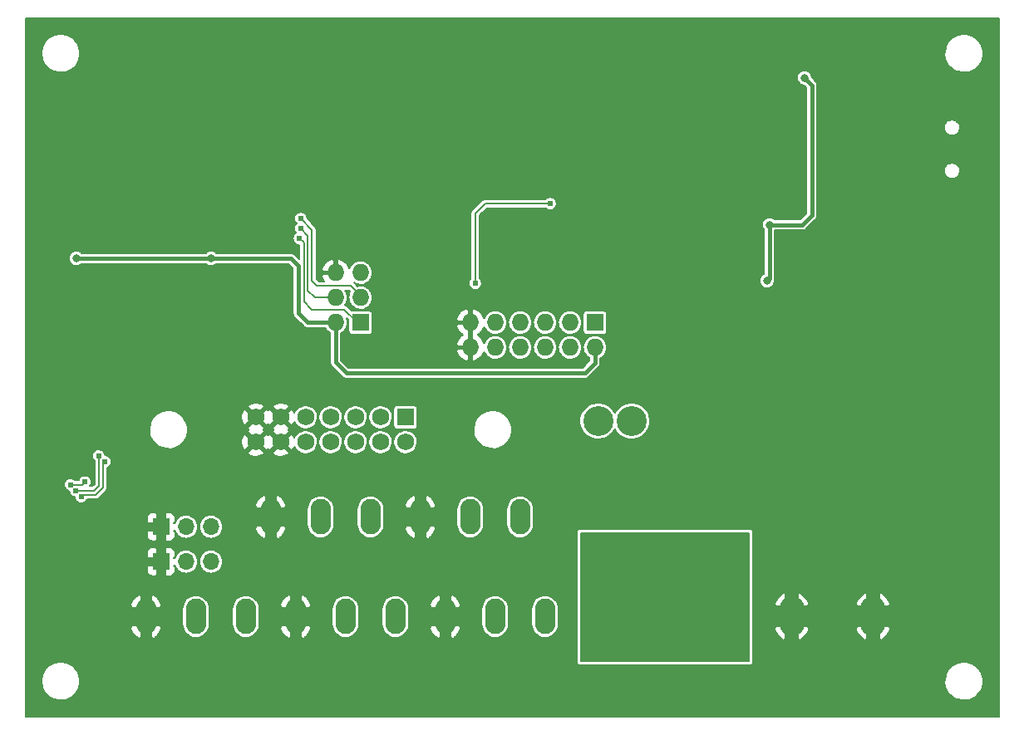
<source format=gbl>
G04 #@! TF.FileFunction,Copper,L2,Bot,Signal*
%FSLAX46Y46*%
G04 Gerber Fmt 4.6, Leading zero omitted, Abs format (unit mm)*
G04 Created by KiCad (PCBNEW 4.0.7-e2-6376~61~ubuntu18.04.1) date Sun Dec  8 19:52:44 2019*
%MOMM*%
%LPD*%
G01*
G04 APERTURE LIST*
%ADD10C,0.100000*%
%ADD11R,1.727200X1.727200*%
%ADD12O,1.727200X1.727200*%
%ADD13R,1.320800X1.320800*%
%ADD14R,1.320800X1.447800*%
%ADD15C,3.048000*%
%ADD16R,1.700000X1.700000*%
%ADD17O,1.700000X1.700000*%
%ADD18R,2.540000X4.064000*%
%ADD19O,2.540000X4.064000*%
%ADD20O,2.082800X3.606800*%
%ADD21C,1.727200*%
%ADD22C,0.812800*%
%ADD23C,0.609600*%
%ADD24C,0.406400*%
%ADD25C,0.203200*%
G04 APERTURE END LIST*
D10*
D11*
X58420000Y-31436000D03*
D12*
X58420000Y-33976000D03*
X55880000Y-31436000D03*
X55880000Y-33976000D03*
X53340000Y-31436000D03*
X53340000Y-33976000D03*
X50800000Y-31436000D03*
X50800000Y-33976000D03*
X48260000Y-31436000D03*
X48260000Y-33976000D03*
X45720000Y-31436000D03*
X45720000Y-33976000D03*
D11*
X34544000Y-31436000D03*
D12*
X32004000Y-31436000D03*
X34544000Y-28896000D03*
X32004000Y-28896000D03*
X34544000Y-26356000D03*
X32004000Y-26356000D03*
D13*
X80772000Y-48454000D03*
X80772000Y-52264000D03*
X80772000Y-50994000D03*
X80772000Y-49724000D03*
D14*
X80772000Y-47184000D03*
D13*
X82042000Y-52264000D03*
X83312000Y-52264000D03*
X84582000Y-52264000D03*
X85852000Y-52264000D03*
X82042000Y-50994000D03*
X82042000Y-49724000D03*
X82042000Y-48454000D03*
D14*
X82042000Y-47184000D03*
D13*
X83312000Y-50994000D03*
X83312000Y-49724000D03*
X83312000Y-48454000D03*
D14*
X83312000Y-47184000D03*
D13*
X84582000Y-50994000D03*
X84582000Y-49724000D03*
X84582000Y-48454000D03*
D14*
X84582000Y-47184000D03*
D13*
X85852000Y-50994000D03*
X85852000Y-49724000D03*
X85852000Y-48454000D03*
D14*
X85852000Y-47184000D03*
D15*
X62153800Y-41469000D03*
X58750200Y-41469000D03*
X62153800Y-54931000D03*
X58750200Y-54931000D03*
D16*
X14224000Y-55820000D03*
D17*
X16764000Y-55820000D03*
X19304000Y-55820000D03*
D16*
X14224000Y-52264000D03*
D17*
X16764000Y-52264000D03*
X19304000Y-52264000D03*
D18*
X61976000Y-61408000D03*
D19*
X70231000Y-61408000D03*
X78486000Y-61408000D03*
X86741000Y-61408000D03*
D20*
X27940000Y-61408000D03*
X33020000Y-61408000D03*
X38100000Y-61408000D03*
X25400000Y-51248000D03*
X30480000Y-51248000D03*
X35560000Y-51248000D03*
X43180000Y-61408000D03*
X48260000Y-61408000D03*
X53340000Y-61408000D03*
X40640000Y-51248000D03*
X45720000Y-51248000D03*
X50800000Y-51248000D03*
X12700000Y-61408000D03*
X17780000Y-61408000D03*
X22860000Y-61408000D03*
D11*
X39116000Y-41088000D03*
D21*
X39116000Y-43628000D03*
X36576000Y-41088000D03*
X36576000Y-43628000D03*
X34036000Y-41088000D03*
X34036000Y-43628000D03*
X31496000Y-41088000D03*
X31496000Y-43628000D03*
X28956000Y-41088000D03*
X28956000Y-43628000D03*
X26416000Y-41088000D03*
X26416000Y-43628000D03*
X23876000Y-41088000D03*
X23876000Y-43628000D03*
D22*
X24638000Y-23876000D03*
X10668000Y-23876000D03*
X28321000Y-17526000D03*
X21082000Y-17526000D03*
X14732000Y-17526000D03*
X35052000Y-11176000D03*
X46228000Y-11176000D03*
X76454000Y-11938000D03*
X79248000Y-11938000D03*
X81534000Y-11938000D03*
X72390000Y-34036000D03*
X78232000Y-33020000D03*
X50292000Y-17272000D03*
X52324000Y-17272000D03*
X51308000Y-22352000D03*
X77089000Y-15367000D03*
X74676000Y-45660000D03*
X74676000Y-46676000D03*
X74676000Y-47692000D03*
X74676000Y-48708000D03*
X74676000Y-49724000D03*
X74676000Y-50740000D03*
X73660000Y-50740000D03*
X72644000Y-50740000D03*
X71628000Y-50740000D03*
X70612000Y-50740000D03*
X69596000Y-50740000D03*
X69596000Y-49724000D03*
X69596000Y-48708000D03*
X69596000Y-45660000D03*
X69596000Y-46676000D03*
X69596000Y-47692000D03*
X68072000Y-53788000D03*
X68072000Y-54804000D03*
X68072000Y-55820000D03*
X68072000Y-56836000D03*
X68072000Y-57852000D03*
X69088000Y-57852000D03*
X69088000Y-56836000D03*
X69088000Y-55820000D03*
X69088000Y-54804000D03*
X69088000Y-53788000D03*
X70104000Y-53788000D03*
X70104000Y-54804000D03*
X70104000Y-57852000D03*
X70104000Y-56836000D03*
X70104000Y-55820000D03*
X5588000Y-24892000D03*
X19304000Y-24892000D03*
X79756000Y-6477000D03*
X76200000Y-21463000D03*
X75946000Y-27178000D03*
D23*
X46228000Y-27432000D03*
X53848000Y-19304000D03*
X28321000Y-22860000D03*
X28448000Y-20828000D03*
X28448000Y-21844000D03*
X5541105Y-48574904D03*
X7890247Y-45033872D03*
X6083095Y-49191144D03*
X8508545Y-45638546D03*
X4993250Y-47963286D03*
X6483751Y-47689374D03*
D24*
X19304000Y-24892000D02*
X27432000Y-24892000D01*
X28209341Y-25669341D02*
X28209341Y-30484529D01*
X29160812Y-31436000D02*
X32004000Y-31436000D01*
X27432000Y-24892000D02*
X28209341Y-25669341D01*
X28209341Y-30484529D02*
X29160812Y-31436000D01*
X32004000Y-31436000D02*
X32004000Y-35495876D01*
X32004000Y-35495876D02*
X33084124Y-36576000D01*
X57404000Y-36576000D02*
X58420000Y-35560000D01*
X33084124Y-36576000D02*
X57404000Y-36576000D01*
X58420000Y-35560000D02*
X58420000Y-33976000D01*
X5588000Y-24892000D02*
X19304000Y-24892000D01*
X76200000Y-21463000D02*
X79561599Y-21463000D01*
X79561599Y-21463000D02*
X80518000Y-20506599D01*
X80518000Y-20506599D02*
X80518000Y-7239000D01*
X80518000Y-7239000D02*
X79756000Y-6477000D01*
X75946000Y-27178000D02*
X76200000Y-26924000D01*
X76200000Y-26924000D02*
X76200000Y-21463000D01*
D25*
X53848000Y-19304000D02*
X47224457Y-19304000D01*
X47224457Y-19304000D02*
X46228000Y-20300457D01*
X46228000Y-20300457D02*
X46228000Y-27432000D01*
X34544000Y-31436000D02*
X34230000Y-31436000D01*
X34230000Y-31436000D02*
X32893000Y-30099000D01*
X32893000Y-30099000D02*
X29556659Y-30099000D01*
X29556659Y-30099000D02*
X28774756Y-29317097D01*
X28774756Y-29317097D02*
X28774756Y-23313756D01*
X28774756Y-23313756D02*
X28321000Y-22860000D01*
X29591000Y-27178000D02*
X29591000Y-23368000D01*
X29591000Y-23368000D02*
X29591000Y-23241000D01*
X28448000Y-20828000D02*
X29591000Y-21971000D01*
X29591000Y-21971000D02*
X29591000Y-23368000D01*
X30099000Y-27686000D02*
X29591000Y-27178000D01*
X33528000Y-27686000D02*
X30099000Y-27686000D01*
X34544000Y-28702000D02*
X33528000Y-27686000D01*
X34544000Y-28896000D02*
X34544000Y-28702000D01*
X28448000Y-21844000D02*
X29183076Y-22579076D01*
X29183076Y-22579076D02*
X29183076Y-28181833D01*
X29183076Y-28181833D02*
X29897243Y-28896000D01*
X29897243Y-28896000D02*
X32004000Y-28896000D01*
X5541105Y-48574904D02*
X7396852Y-48574904D01*
X7396852Y-48574904D02*
X7890247Y-48081509D01*
X7890247Y-48081509D02*
X7890247Y-45033872D01*
X6083095Y-49191144D02*
X6283747Y-48990492D01*
X6283747Y-48990492D02*
X7561772Y-48990492D01*
X8298078Y-48254186D02*
X8298078Y-45849013D01*
X7561772Y-48990492D02*
X8298078Y-48254186D01*
X8298078Y-45849013D02*
X8508545Y-45638546D01*
X4993250Y-47963286D02*
X6209839Y-47963286D01*
X6209839Y-47963286D02*
X6483751Y-47689374D01*
G36*
X99594400Y-71594400D02*
X405600Y-71594400D01*
X405600Y-68164432D01*
X2041830Y-68164432D01*
X2111061Y-68541644D01*
X2252242Y-68898226D01*
X2459994Y-69220594D01*
X2726404Y-69496470D01*
X3041326Y-69715346D01*
X3392762Y-69868885D01*
X3767329Y-69951239D01*
X4150758Y-69959270D01*
X4528444Y-69892674D01*
X4886002Y-69753986D01*
X5209813Y-69548490D01*
X5487542Y-69284012D01*
X5708611Y-68970626D01*
X5864600Y-68620270D01*
X5949567Y-68246288D01*
X5950710Y-68164432D01*
X94041830Y-68164432D01*
X94111061Y-68541644D01*
X94252242Y-68898226D01*
X94459994Y-69220594D01*
X94726404Y-69496470D01*
X95041326Y-69715346D01*
X95392762Y-69868885D01*
X95767329Y-69951239D01*
X96150758Y-69959270D01*
X96528444Y-69892674D01*
X96886002Y-69753986D01*
X97209813Y-69548490D01*
X97487542Y-69284012D01*
X97708611Y-68970626D01*
X97864600Y-68620270D01*
X97949567Y-68246288D01*
X97955684Y-67808244D01*
X97881192Y-67432035D01*
X97735047Y-67077459D01*
X97522814Y-66758023D01*
X97252578Y-66485894D01*
X96934631Y-66271436D01*
X96581085Y-66122819D01*
X96205405Y-66045703D01*
X95821901Y-66043025D01*
X95445182Y-66114889D01*
X95089595Y-66258555D01*
X94768685Y-66468553D01*
X94494675Y-66736882D01*
X94278003Y-67053324D01*
X94126921Y-67405824D01*
X94047184Y-67780957D01*
X94041830Y-68164432D01*
X5950710Y-68164432D01*
X5955684Y-67808244D01*
X5881192Y-67432035D01*
X5735047Y-67077459D01*
X5522814Y-66758023D01*
X5252578Y-66485894D01*
X4934631Y-66271436D01*
X4581085Y-66122819D01*
X4205405Y-66045703D01*
X3821901Y-66043025D01*
X3445182Y-66114889D01*
X3089595Y-66258555D01*
X2768685Y-66468553D01*
X2494675Y-66736882D01*
X2278003Y-67053324D01*
X2126921Y-67405824D01*
X2047184Y-67780957D01*
X2041830Y-68164432D01*
X405600Y-68164432D01*
X405600Y-62560216D01*
X11129300Y-62560216D01*
X11235608Y-62859146D01*
X11398192Y-63131593D01*
X11610803Y-63367086D01*
X11865272Y-63556576D01*
X11940619Y-63635994D01*
X12179300Y-63575231D01*
X12179300Y-62309700D01*
X13220700Y-62309700D01*
X13220700Y-63575231D01*
X13459381Y-63635994D01*
X13534728Y-63556576D01*
X13789197Y-63367086D01*
X14001808Y-63131593D01*
X14164392Y-62859146D01*
X14270700Y-62560216D01*
X14160005Y-62309700D01*
X13220700Y-62309700D01*
X12179300Y-62309700D01*
X11239995Y-62309700D01*
X11129300Y-62560216D01*
X405600Y-62560216D01*
X405600Y-60635554D01*
X16383000Y-60635554D01*
X16383000Y-62180446D01*
X16409606Y-62451791D01*
X16488409Y-62712801D01*
X16616409Y-62953534D01*
X16788730Y-63164820D01*
X16998808Y-63338611D01*
X17238641Y-63468289D01*
X17499094Y-63548913D01*
X17770247Y-63577412D01*
X18041772Y-63552701D01*
X18303325Y-63475722D01*
X18544946Y-63349406D01*
X18757430Y-63178564D01*
X18932684Y-62969705D01*
X19064032Y-62730783D01*
X19146472Y-62470899D01*
X19176864Y-62199951D01*
X19177000Y-62180446D01*
X19177000Y-60635554D01*
X21463000Y-60635554D01*
X21463000Y-62180446D01*
X21489606Y-62451791D01*
X21568409Y-62712801D01*
X21696409Y-62953534D01*
X21868730Y-63164820D01*
X22078808Y-63338611D01*
X22318641Y-63468289D01*
X22579094Y-63548913D01*
X22850247Y-63577412D01*
X23121772Y-63552701D01*
X23383325Y-63475722D01*
X23624946Y-63349406D01*
X23837430Y-63178564D01*
X24012684Y-62969705D01*
X24144032Y-62730783D01*
X24198138Y-62560216D01*
X26369300Y-62560216D01*
X26475608Y-62859146D01*
X26638192Y-63131593D01*
X26850803Y-63367086D01*
X27105272Y-63556576D01*
X27180619Y-63635994D01*
X27419300Y-63575231D01*
X27419300Y-62309700D01*
X28460700Y-62309700D01*
X28460700Y-63575231D01*
X28699381Y-63635994D01*
X28774728Y-63556576D01*
X29029197Y-63367086D01*
X29241808Y-63131593D01*
X29404392Y-62859146D01*
X29510700Y-62560216D01*
X29400005Y-62309700D01*
X28460700Y-62309700D01*
X27419300Y-62309700D01*
X26479995Y-62309700D01*
X26369300Y-62560216D01*
X24198138Y-62560216D01*
X24226472Y-62470899D01*
X24256864Y-62199951D01*
X24257000Y-62180446D01*
X24257000Y-60635554D01*
X31623000Y-60635554D01*
X31623000Y-62180446D01*
X31649606Y-62451791D01*
X31728409Y-62712801D01*
X31856409Y-62953534D01*
X32028730Y-63164820D01*
X32238808Y-63338611D01*
X32478641Y-63468289D01*
X32739094Y-63548913D01*
X33010247Y-63577412D01*
X33281772Y-63552701D01*
X33543325Y-63475722D01*
X33784946Y-63349406D01*
X33997430Y-63178564D01*
X34172684Y-62969705D01*
X34304032Y-62730783D01*
X34386472Y-62470899D01*
X34416864Y-62199951D01*
X34417000Y-62180446D01*
X34417000Y-60635554D01*
X36703000Y-60635554D01*
X36703000Y-62180446D01*
X36729606Y-62451791D01*
X36808409Y-62712801D01*
X36936409Y-62953534D01*
X37108730Y-63164820D01*
X37318808Y-63338611D01*
X37558641Y-63468289D01*
X37819094Y-63548913D01*
X38090247Y-63577412D01*
X38361772Y-63552701D01*
X38623325Y-63475722D01*
X38864946Y-63349406D01*
X39077430Y-63178564D01*
X39252684Y-62969705D01*
X39384032Y-62730783D01*
X39438138Y-62560216D01*
X41609300Y-62560216D01*
X41715608Y-62859146D01*
X41878192Y-63131593D01*
X42090803Y-63367086D01*
X42345272Y-63556576D01*
X42420619Y-63635994D01*
X42659300Y-63575231D01*
X42659300Y-62309700D01*
X43700700Y-62309700D01*
X43700700Y-63575231D01*
X43939381Y-63635994D01*
X44014728Y-63556576D01*
X44269197Y-63367086D01*
X44481808Y-63131593D01*
X44644392Y-62859146D01*
X44750700Y-62560216D01*
X44640005Y-62309700D01*
X43700700Y-62309700D01*
X42659300Y-62309700D01*
X41719995Y-62309700D01*
X41609300Y-62560216D01*
X39438138Y-62560216D01*
X39466472Y-62470899D01*
X39496864Y-62199951D01*
X39497000Y-62180446D01*
X39497000Y-60635554D01*
X46863000Y-60635554D01*
X46863000Y-62180446D01*
X46889606Y-62451791D01*
X46968409Y-62712801D01*
X47096409Y-62953534D01*
X47268730Y-63164820D01*
X47478808Y-63338611D01*
X47718641Y-63468289D01*
X47979094Y-63548913D01*
X48250247Y-63577412D01*
X48521772Y-63552701D01*
X48783325Y-63475722D01*
X49024946Y-63349406D01*
X49237430Y-63178564D01*
X49412684Y-62969705D01*
X49544032Y-62730783D01*
X49626472Y-62470899D01*
X49656864Y-62199951D01*
X49657000Y-62180446D01*
X49657000Y-60635554D01*
X51943000Y-60635554D01*
X51943000Y-62180446D01*
X51969606Y-62451791D01*
X52048409Y-62712801D01*
X52176409Y-62953534D01*
X52348730Y-63164820D01*
X52558808Y-63338611D01*
X52798641Y-63468289D01*
X53059094Y-63548913D01*
X53330247Y-63577412D01*
X53601772Y-63552701D01*
X53863325Y-63475722D01*
X54104946Y-63349406D01*
X54317430Y-63178564D01*
X54492684Y-62969705D01*
X54624032Y-62730783D01*
X54706472Y-62470899D01*
X54736864Y-62199951D01*
X54737000Y-62180446D01*
X54737000Y-60635554D01*
X54710394Y-60364209D01*
X54631591Y-60103199D01*
X54503591Y-59862466D01*
X54331270Y-59651180D01*
X54121192Y-59477389D01*
X53881359Y-59347711D01*
X53620906Y-59267087D01*
X53349753Y-59238588D01*
X53078228Y-59263299D01*
X52816675Y-59340278D01*
X52575054Y-59466594D01*
X52362570Y-59637436D01*
X52187316Y-59846295D01*
X52055968Y-60085217D01*
X51973528Y-60345101D01*
X51943136Y-60616049D01*
X51943000Y-60635554D01*
X49657000Y-60635554D01*
X49630394Y-60364209D01*
X49551591Y-60103199D01*
X49423591Y-59862466D01*
X49251270Y-59651180D01*
X49041192Y-59477389D01*
X48801359Y-59347711D01*
X48540906Y-59267087D01*
X48269753Y-59238588D01*
X47998228Y-59263299D01*
X47736675Y-59340278D01*
X47495054Y-59466594D01*
X47282570Y-59637436D01*
X47107316Y-59846295D01*
X46975968Y-60085217D01*
X46893528Y-60345101D01*
X46863136Y-60616049D01*
X46863000Y-60635554D01*
X39497000Y-60635554D01*
X39470394Y-60364209D01*
X39437659Y-60255784D01*
X41609300Y-60255784D01*
X41719995Y-60506300D01*
X42659300Y-60506300D01*
X42659300Y-59240769D01*
X43700700Y-59240769D01*
X43700700Y-60506300D01*
X44640005Y-60506300D01*
X44750700Y-60255784D01*
X44644392Y-59956854D01*
X44481808Y-59684407D01*
X44269197Y-59448914D01*
X44014728Y-59259424D01*
X43939381Y-59180006D01*
X43700700Y-59240769D01*
X42659300Y-59240769D01*
X42420619Y-59180006D01*
X42345272Y-59259424D01*
X42090803Y-59448914D01*
X41878192Y-59684407D01*
X41715608Y-59956854D01*
X41609300Y-60255784D01*
X39437659Y-60255784D01*
X39391591Y-60103199D01*
X39263591Y-59862466D01*
X39091270Y-59651180D01*
X38881192Y-59477389D01*
X38641359Y-59347711D01*
X38380906Y-59267087D01*
X38109753Y-59238588D01*
X37838228Y-59263299D01*
X37576675Y-59340278D01*
X37335054Y-59466594D01*
X37122570Y-59637436D01*
X36947316Y-59846295D01*
X36815968Y-60085217D01*
X36733528Y-60345101D01*
X36703136Y-60616049D01*
X36703000Y-60635554D01*
X34417000Y-60635554D01*
X34390394Y-60364209D01*
X34311591Y-60103199D01*
X34183591Y-59862466D01*
X34011270Y-59651180D01*
X33801192Y-59477389D01*
X33561359Y-59347711D01*
X33300906Y-59267087D01*
X33029753Y-59238588D01*
X32758228Y-59263299D01*
X32496675Y-59340278D01*
X32255054Y-59466594D01*
X32042570Y-59637436D01*
X31867316Y-59846295D01*
X31735968Y-60085217D01*
X31653528Y-60345101D01*
X31623136Y-60616049D01*
X31623000Y-60635554D01*
X24257000Y-60635554D01*
X24230394Y-60364209D01*
X24197659Y-60255784D01*
X26369300Y-60255784D01*
X26479995Y-60506300D01*
X27419300Y-60506300D01*
X27419300Y-59240769D01*
X28460700Y-59240769D01*
X28460700Y-60506300D01*
X29400005Y-60506300D01*
X29510700Y-60255784D01*
X29404392Y-59956854D01*
X29241808Y-59684407D01*
X29029197Y-59448914D01*
X28774728Y-59259424D01*
X28699381Y-59180006D01*
X28460700Y-59240769D01*
X27419300Y-59240769D01*
X27180619Y-59180006D01*
X27105272Y-59259424D01*
X26850803Y-59448914D01*
X26638192Y-59684407D01*
X26475608Y-59956854D01*
X26369300Y-60255784D01*
X24197659Y-60255784D01*
X24151591Y-60103199D01*
X24023591Y-59862466D01*
X23851270Y-59651180D01*
X23641192Y-59477389D01*
X23401359Y-59347711D01*
X23140906Y-59267087D01*
X22869753Y-59238588D01*
X22598228Y-59263299D01*
X22336675Y-59340278D01*
X22095054Y-59466594D01*
X21882570Y-59637436D01*
X21707316Y-59846295D01*
X21575968Y-60085217D01*
X21493528Y-60345101D01*
X21463136Y-60616049D01*
X21463000Y-60635554D01*
X19177000Y-60635554D01*
X19150394Y-60364209D01*
X19071591Y-60103199D01*
X18943591Y-59862466D01*
X18771270Y-59651180D01*
X18561192Y-59477389D01*
X18321359Y-59347711D01*
X18060906Y-59267087D01*
X17789753Y-59238588D01*
X17518228Y-59263299D01*
X17256675Y-59340278D01*
X17015054Y-59466594D01*
X16802570Y-59637436D01*
X16627316Y-59846295D01*
X16495968Y-60085217D01*
X16413528Y-60345101D01*
X16383136Y-60616049D01*
X16383000Y-60635554D01*
X405600Y-60635554D01*
X405600Y-60255784D01*
X11129300Y-60255784D01*
X11239995Y-60506300D01*
X12179300Y-60506300D01*
X12179300Y-59240769D01*
X13220700Y-59240769D01*
X13220700Y-60506300D01*
X14160005Y-60506300D01*
X14270700Y-60255784D01*
X14164392Y-59956854D01*
X14001808Y-59684407D01*
X13789197Y-59448914D01*
X13534728Y-59259424D01*
X13459381Y-59180006D01*
X13220700Y-59240769D01*
X12179300Y-59240769D01*
X11940619Y-59180006D01*
X11865272Y-59259424D01*
X11610803Y-59448914D01*
X11398192Y-59684407D01*
X11235608Y-59956854D01*
X11129300Y-60255784D01*
X405600Y-60255784D01*
X405600Y-56378800D01*
X12764400Y-56378800D01*
X12764400Y-56730040D01*
X12787827Y-56847813D01*
X12833779Y-56958754D01*
X12900493Y-57058597D01*
X12985402Y-57143507D01*
X13085246Y-57210220D01*
X13196186Y-57256173D01*
X13313959Y-57279600D01*
X13665200Y-57279600D01*
X13817600Y-57127200D01*
X13817600Y-56226400D01*
X12916800Y-56226400D01*
X12764400Y-56378800D01*
X405600Y-56378800D01*
X405600Y-54909960D01*
X12764400Y-54909960D01*
X12764400Y-55261200D01*
X12916800Y-55413600D01*
X13817600Y-55413600D01*
X13817600Y-54512800D01*
X14630400Y-54512800D01*
X14630400Y-55413600D01*
X14650400Y-55413600D01*
X14650400Y-56226400D01*
X14630400Y-56226400D01*
X14630400Y-57127200D01*
X14782800Y-57279600D01*
X15134041Y-57279600D01*
X15251814Y-57256173D01*
X15362754Y-57210220D01*
X15462598Y-57143507D01*
X15547507Y-57058597D01*
X15614221Y-56958754D01*
X15660173Y-56847813D01*
X15683600Y-56730040D01*
X15683600Y-56378800D01*
X15531202Y-56226402D01*
X15631599Y-56226402D01*
X15649367Y-56285251D01*
X15759830Y-56493002D01*
X15908542Y-56675340D01*
X16089837Y-56825321D01*
X16296811Y-56937231D01*
X16521580Y-57006809D01*
X16755583Y-57031404D01*
X16989907Y-57010079D01*
X17215626Y-56943646D01*
X17424142Y-56834636D01*
X17607514Y-56687201D01*
X17758757Y-56506957D01*
X17872110Y-56300769D01*
X17943255Y-56076491D01*
X17969482Y-55842666D01*
X17969600Y-55825833D01*
X17969600Y-55814167D01*
X18098400Y-55814167D01*
X18098400Y-55825833D01*
X18121360Y-56060002D01*
X18189367Y-56285251D01*
X18299830Y-56493002D01*
X18448542Y-56675340D01*
X18629837Y-56825321D01*
X18836811Y-56937231D01*
X19061580Y-57006809D01*
X19295583Y-57031404D01*
X19529907Y-57010079D01*
X19755626Y-56943646D01*
X19964142Y-56834636D01*
X20147514Y-56687201D01*
X20298757Y-56506957D01*
X20412110Y-56300769D01*
X20483255Y-56076491D01*
X20509482Y-55842666D01*
X20509600Y-55825833D01*
X20509600Y-55814167D01*
X20486640Y-55579998D01*
X20418633Y-55354749D01*
X20308170Y-55146998D01*
X20159458Y-54964660D01*
X19978163Y-54814679D01*
X19771189Y-54702769D01*
X19546420Y-54633191D01*
X19312417Y-54608596D01*
X19078093Y-54629921D01*
X18852374Y-54696354D01*
X18643858Y-54805364D01*
X18460486Y-54952799D01*
X18309243Y-55133043D01*
X18195890Y-55339231D01*
X18124745Y-55563509D01*
X18098518Y-55797334D01*
X18098400Y-55814167D01*
X17969600Y-55814167D01*
X17946640Y-55579998D01*
X17878633Y-55354749D01*
X17768170Y-55146998D01*
X17619458Y-54964660D01*
X17438163Y-54814679D01*
X17231189Y-54702769D01*
X17006420Y-54633191D01*
X16772417Y-54608596D01*
X16538093Y-54629921D01*
X16312374Y-54696354D01*
X16103858Y-54805364D01*
X15920486Y-54952799D01*
X15769243Y-55133043D01*
X15655890Y-55339231D01*
X15632299Y-55413598D01*
X15531202Y-55413598D01*
X15683600Y-55261200D01*
X15683600Y-54909960D01*
X15660173Y-54792187D01*
X15614221Y-54681246D01*
X15547507Y-54581403D01*
X15462598Y-54496493D01*
X15362754Y-54429780D01*
X15251814Y-54383827D01*
X15134041Y-54360400D01*
X14782800Y-54360400D01*
X14630400Y-54512800D01*
X13817600Y-54512800D01*
X13665200Y-54360400D01*
X13313959Y-54360400D01*
X13196186Y-54383827D01*
X13085246Y-54429780D01*
X12985402Y-54496493D01*
X12900493Y-54581403D01*
X12833779Y-54681246D01*
X12787827Y-54792187D01*
X12764400Y-54909960D01*
X405600Y-54909960D01*
X405600Y-52822800D01*
X12764400Y-52822800D01*
X12764400Y-53174040D01*
X12787827Y-53291813D01*
X12833779Y-53402754D01*
X12900493Y-53502597D01*
X12985402Y-53587507D01*
X13085246Y-53654220D01*
X13196186Y-53700173D01*
X13313959Y-53723600D01*
X13665200Y-53723600D01*
X13817600Y-53571200D01*
X13817600Y-52670400D01*
X12916800Y-52670400D01*
X12764400Y-52822800D01*
X405600Y-52822800D01*
X405600Y-51353960D01*
X12764400Y-51353960D01*
X12764400Y-51705200D01*
X12916800Y-51857600D01*
X13817600Y-51857600D01*
X13817600Y-50956800D01*
X14630400Y-50956800D01*
X14630400Y-51857600D01*
X14650400Y-51857600D01*
X14650400Y-52670400D01*
X14630400Y-52670400D01*
X14630400Y-53571200D01*
X14782800Y-53723600D01*
X15134041Y-53723600D01*
X15251814Y-53700173D01*
X15362754Y-53654220D01*
X15462598Y-53587507D01*
X15547507Y-53502597D01*
X15614221Y-53402754D01*
X15660173Y-53291813D01*
X15683600Y-53174040D01*
X15683600Y-52822800D01*
X15531202Y-52670402D01*
X15631599Y-52670402D01*
X15649367Y-52729251D01*
X15759830Y-52937002D01*
X15908542Y-53119340D01*
X16089837Y-53269321D01*
X16296811Y-53381231D01*
X16521580Y-53450809D01*
X16755583Y-53475404D01*
X16989907Y-53454079D01*
X17215626Y-53387646D01*
X17424142Y-53278636D01*
X17607514Y-53131201D01*
X17758757Y-52950957D01*
X17872110Y-52744769D01*
X17943255Y-52520491D01*
X17969482Y-52286666D01*
X17969600Y-52269833D01*
X17969600Y-52258167D01*
X18098400Y-52258167D01*
X18098400Y-52269833D01*
X18121360Y-52504002D01*
X18189367Y-52729251D01*
X18299830Y-52937002D01*
X18448542Y-53119340D01*
X18629837Y-53269321D01*
X18836811Y-53381231D01*
X19061580Y-53450809D01*
X19295583Y-53475404D01*
X19529907Y-53454079D01*
X19755626Y-53387646D01*
X19964142Y-53278636D01*
X20147514Y-53131201D01*
X20298757Y-52950957D01*
X20412110Y-52744769D01*
X20483255Y-52520491D01*
X20496745Y-52400216D01*
X23829300Y-52400216D01*
X23935608Y-52699146D01*
X24098192Y-52971593D01*
X24310803Y-53207086D01*
X24565272Y-53396576D01*
X24640619Y-53475994D01*
X24879300Y-53415231D01*
X24879300Y-52149700D01*
X25920700Y-52149700D01*
X25920700Y-53415231D01*
X26159381Y-53475994D01*
X26234728Y-53396576D01*
X26489197Y-53207086D01*
X26701808Y-52971593D01*
X26864392Y-52699146D01*
X26970700Y-52400216D01*
X26860005Y-52149700D01*
X25920700Y-52149700D01*
X24879300Y-52149700D01*
X23939995Y-52149700D01*
X23829300Y-52400216D01*
X20496745Y-52400216D01*
X20509482Y-52286666D01*
X20509600Y-52269833D01*
X20509600Y-52258167D01*
X20486640Y-52023998D01*
X20418633Y-51798749D01*
X20308170Y-51590998D01*
X20159458Y-51408660D01*
X19978163Y-51258679D01*
X19771189Y-51146769D01*
X19546420Y-51077191D01*
X19312417Y-51052596D01*
X19078093Y-51073921D01*
X18852374Y-51140354D01*
X18643858Y-51249364D01*
X18460486Y-51396799D01*
X18309243Y-51577043D01*
X18195890Y-51783231D01*
X18124745Y-52007509D01*
X18098518Y-52241334D01*
X18098400Y-52258167D01*
X17969600Y-52258167D01*
X17946640Y-52023998D01*
X17878633Y-51798749D01*
X17768170Y-51590998D01*
X17619458Y-51408660D01*
X17438163Y-51258679D01*
X17231189Y-51146769D01*
X17006420Y-51077191D01*
X16772417Y-51052596D01*
X16538093Y-51073921D01*
X16312374Y-51140354D01*
X16103858Y-51249364D01*
X15920486Y-51396799D01*
X15769243Y-51577043D01*
X15655890Y-51783231D01*
X15632299Y-51857598D01*
X15531202Y-51857598D01*
X15683600Y-51705200D01*
X15683600Y-51353960D01*
X15660173Y-51236187D01*
X15614221Y-51125246D01*
X15547507Y-51025403D01*
X15462598Y-50940493D01*
X15362754Y-50873780D01*
X15251814Y-50827827D01*
X15134041Y-50804400D01*
X14782800Y-50804400D01*
X14630400Y-50956800D01*
X13817600Y-50956800D01*
X13665200Y-50804400D01*
X13313959Y-50804400D01*
X13196186Y-50827827D01*
X13085246Y-50873780D01*
X12985402Y-50940493D01*
X12900493Y-51025403D01*
X12833779Y-51125246D01*
X12787827Y-51236187D01*
X12764400Y-51353960D01*
X405600Y-51353960D01*
X405600Y-50475554D01*
X29083000Y-50475554D01*
X29083000Y-52020446D01*
X29109606Y-52291791D01*
X29188409Y-52552801D01*
X29316409Y-52793534D01*
X29488730Y-53004820D01*
X29698808Y-53178611D01*
X29938641Y-53308289D01*
X30199094Y-53388913D01*
X30470247Y-53417412D01*
X30741772Y-53392701D01*
X31003325Y-53315722D01*
X31244946Y-53189406D01*
X31457430Y-53018564D01*
X31632684Y-52809705D01*
X31764032Y-52570783D01*
X31846472Y-52310899D01*
X31876864Y-52039951D01*
X31877000Y-52020446D01*
X31877000Y-50475554D01*
X34163000Y-50475554D01*
X34163000Y-52020446D01*
X34189606Y-52291791D01*
X34268409Y-52552801D01*
X34396409Y-52793534D01*
X34568730Y-53004820D01*
X34778808Y-53178611D01*
X35018641Y-53308289D01*
X35279094Y-53388913D01*
X35550247Y-53417412D01*
X35821772Y-53392701D01*
X36083325Y-53315722D01*
X36324946Y-53189406D01*
X36537430Y-53018564D01*
X36712684Y-52809705D01*
X36844032Y-52570783D01*
X36898138Y-52400216D01*
X39069300Y-52400216D01*
X39175608Y-52699146D01*
X39338192Y-52971593D01*
X39550803Y-53207086D01*
X39805272Y-53396576D01*
X39880619Y-53475994D01*
X40119300Y-53415231D01*
X40119300Y-52149700D01*
X41160700Y-52149700D01*
X41160700Y-53415231D01*
X41399381Y-53475994D01*
X41474728Y-53396576D01*
X41729197Y-53207086D01*
X41941808Y-52971593D01*
X42104392Y-52699146D01*
X42210700Y-52400216D01*
X42100005Y-52149700D01*
X41160700Y-52149700D01*
X40119300Y-52149700D01*
X39179995Y-52149700D01*
X39069300Y-52400216D01*
X36898138Y-52400216D01*
X36926472Y-52310899D01*
X36956864Y-52039951D01*
X36957000Y-52020446D01*
X36957000Y-50475554D01*
X44323000Y-50475554D01*
X44323000Y-52020446D01*
X44349606Y-52291791D01*
X44428409Y-52552801D01*
X44556409Y-52793534D01*
X44728730Y-53004820D01*
X44938808Y-53178611D01*
X45178641Y-53308289D01*
X45439094Y-53388913D01*
X45710247Y-53417412D01*
X45981772Y-53392701D01*
X46243325Y-53315722D01*
X46484946Y-53189406D01*
X46697430Y-53018564D01*
X46872684Y-52809705D01*
X47004032Y-52570783D01*
X47086472Y-52310899D01*
X47116864Y-52039951D01*
X47117000Y-52020446D01*
X47117000Y-50475554D01*
X49403000Y-50475554D01*
X49403000Y-52020446D01*
X49429606Y-52291791D01*
X49508409Y-52552801D01*
X49636409Y-52793534D01*
X49808730Y-53004820D01*
X50018808Y-53178611D01*
X50258641Y-53308289D01*
X50519094Y-53388913D01*
X50790247Y-53417412D01*
X51061772Y-53392701D01*
X51323325Y-53315722D01*
X51564946Y-53189406D01*
X51777430Y-53018564D01*
X51933976Y-52832000D01*
X56540400Y-52832000D01*
X56540400Y-66040000D01*
X56564719Y-66169245D01*
X56641103Y-66287950D01*
X56757652Y-66367584D01*
X56896000Y-66395600D01*
X74168000Y-66395600D01*
X74297245Y-66371281D01*
X74415950Y-66294897D01*
X74495584Y-66178348D01*
X74523600Y-66040000D01*
X74523600Y-62703966D01*
X76738356Y-62703966D01*
X76876108Y-63034654D01*
X77075727Y-63332114D01*
X77329542Y-63584915D01*
X77582072Y-63817972D01*
X77851000Y-63776236D01*
X77851000Y-62424000D01*
X79121000Y-62424000D01*
X79121000Y-63776236D01*
X79389928Y-63817972D01*
X79642458Y-63584915D01*
X79896273Y-63332114D01*
X80095892Y-63034654D01*
X80233644Y-62703966D01*
X84993356Y-62703966D01*
X85131108Y-63034654D01*
X85330727Y-63332114D01*
X85584542Y-63584915D01*
X85837072Y-63817972D01*
X86106000Y-63776236D01*
X86106000Y-62424000D01*
X87376000Y-62424000D01*
X87376000Y-63776236D01*
X87644928Y-63817972D01*
X87897458Y-63584915D01*
X88151273Y-63332114D01*
X88350892Y-63034654D01*
X88488644Y-62703966D01*
X88398258Y-62424000D01*
X87376000Y-62424000D01*
X86106000Y-62424000D01*
X85083742Y-62424000D01*
X84993356Y-62703966D01*
X80233644Y-62703966D01*
X80143258Y-62424000D01*
X79121000Y-62424000D01*
X77851000Y-62424000D01*
X76828742Y-62424000D01*
X76738356Y-62703966D01*
X74523600Y-62703966D01*
X74523600Y-60112034D01*
X76738356Y-60112034D01*
X76828742Y-60392000D01*
X77851000Y-60392000D01*
X77851000Y-59039764D01*
X79121000Y-59039764D01*
X79121000Y-60392000D01*
X80143258Y-60392000D01*
X80233644Y-60112034D01*
X84993356Y-60112034D01*
X85083742Y-60392000D01*
X86106000Y-60392000D01*
X86106000Y-59039764D01*
X87376000Y-59039764D01*
X87376000Y-60392000D01*
X88398258Y-60392000D01*
X88488644Y-60112034D01*
X88350892Y-59781346D01*
X88151273Y-59483886D01*
X87897458Y-59231085D01*
X87644928Y-58998028D01*
X87376000Y-59039764D01*
X86106000Y-59039764D01*
X85837072Y-58998028D01*
X85584542Y-59231085D01*
X85330727Y-59483886D01*
X85131108Y-59781346D01*
X84993356Y-60112034D01*
X80233644Y-60112034D01*
X80095892Y-59781346D01*
X79896273Y-59483886D01*
X79642458Y-59231085D01*
X79389928Y-58998028D01*
X79121000Y-59039764D01*
X77851000Y-59039764D01*
X77582072Y-58998028D01*
X77329542Y-59231085D01*
X77075727Y-59483886D01*
X76876108Y-59781346D01*
X76738356Y-60112034D01*
X74523600Y-60112034D01*
X74523600Y-52832000D01*
X74499281Y-52702755D01*
X74422897Y-52584050D01*
X74306348Y-52504416D01*
X74168000Y-52476400D01*
X56896000Y-52476400D01*
X56766755Y-52500719D01*
X56648050Y-52577103D01*
X56568416Y-52693652D01*
X56540400Y-52832000D01*
X51933976Y-52832000D01*
X51952684Y-52809705D01*
X52084032Y-52570783D01*
X52166472Y-52310899D01*
X52196864Y-52039951D01*
X52197000Y-52020446D01*
X52197000Y-50475554D01*
X52170394Y-50204209D01*
X52091591Y-49943199D01*
X51963591Y-49702466D01*
X51791270Y-49491180D01*
X51581192Y-49317389D01*
X51341359Y-49187711D01*
X51080906Y-49107087D01*
X50809753Y-49078588D01*
X50538228Y-49103299D01*
X50276675Y-49180278D01*
X50035054Y-49306594D01*
X49822570Y-49477436D01*
X49647316Y-49686295D01*
X49515968Y-49925217D01*
X49433528Y-50185101D01*
X49403136Y-50456049D01*
X49403000Y-50475554D01*
X47117000Y-50475554D01*
X47090394Y-50204209D01*
X47011591Y-49943199D01*
X46883591Y-49702466D01*
X46711270Y-49491180D01*
X46501192Y-49317389D01*
X46261359Y-49187711D01*
X46000906Y-49107087D01*
X45729753Y-49078588D01*
X45458228Y-49103299D01*
X45196675Y-49180278D01*
X44955054Y-49306594D01*
X44742570Y-49477436D01*
X44567316Y-49686295D01*
X44435968Y-49925217D01*
X44353528Y-50185101D01*
X44323136Y-50456049D01*
X44323000Y-50475554D01*
X36957000Y-50475554D01*
X36930394Y-50204209D01*
X36897659Y-50095784D01*
X39069300Y-50095784D01*
X39179995Y-50346300D01*
X40119300Y-50346300D01*
X40119300Y-49080769D01*
X41160700Y-49080769D01*
X41160700Y-50346300D01*
X42100005Y-50346300D01*
X42210700Y-50095784D01*
X42104392Y-49796854D01*
X41941808Y-49524407D01*
X41729197Y-49288914D01*
X41474728Y-49099424D01*
X41399381Y-49020006D01*
X41160700Y-49080769D01*
X40119300Y-49080769D01*
X39880619Y-49020006D01*
X39805272Y-49099424D01*
X39550803Y-49288914D01*
X39338192Y-49524407D01*
X39175608Y-49796854D01*
X39069300Y-50095784D01*
X36897659Y-50095784D01*
X36851591Y-49943199D01*
X36723591Y-49702466D01*
X36551270Y-49491180D01*
X36341192Y-49317389D01*
X36101359Y-49187711D01*
X35840906Y-49107087D01*
X35569753Y-49078588D01*
X35298228Y-49103299D01*
X35036675Y-49180278D01*
X34795054Y-49306594D01*
X34582570Y-49477436D01*
X34407316Y-49686295D01*
X34275968Y-49925217D01*
X34193528Y-50185101D01*
X34163136Y-50456049D01*
X34163000Y-50475554D01*
X31877000Y-50475554D01*
X31850394Y-50204209D01*
X31771591Y-49943199D01*
X31643591Y-49702466D01*
X31471270Y-49491180D01*
X31261192Y-49317389D01*
X31021359Y-49187711D01*
X30760906Y-49107087D01*
X30489753Y-49078588D01*
X30218228Y-49103299D01*
X29956675Y-49180278D01*
X29715054Y-49306594D01*
X29502570Y-49477436D01*
X29327316Y-49686295D01*
X29195968Y-49925217D01*
X29113528Y-50185101D01*
X29083136Y-50456049D01*
X29083000Y-50475554D01*
X405600Y-50475554D01*
X405600Y-50095784D01*
X23829300Y-50095784D01*
X23939995Y-50346300D01*
X24879300Y-50346300D01*
X24879300Y-49080769D01*
X25920700Y-49080769D01*
X25920700Y-50346300D01*
X26860005Y-50346300D01*
X26970700Y-50095784D01*
X26864392Y-49796854D01*
X26701808Y-49524407D01*
X26489197Y-49288914D01*
X26234728Y-49099424D01*
X26159381Y-49020006D01*
X25920700Y-49080769D01*
X24879300Y-49080769D01*
X24640619Y-49020006D01*
X24565272Y-49099424D01*
X24310803Y-49288914D01*
X24098192Y-49524407D01*
X23935608Y-49796854D01*
X23829300Y-50095784D01*
X405600Y-50095784D01*
X405600Y-48018814D01*
X4331982Y-48018814D01*
X4355362Y-48146198D01*
X4403038Y-48266614D01*
X4473195Y-48375477D01*
X4563161Y-48468639D01*
X4669509Y-48542553D01*
X4788188Y-48594402D01*
X4880058Y-48614601D01*
X4879837Y-48630432D01*
X4903217Y-48757816D01*
X4950893Y-48878232D01*
X5021050Y-48987095D01*
X5111016Y-49080257D01*
X5217364Y-49154171D01*
X5336043Y-49206020D01*
X5422130Y-49224948D01*
X5421827Y-49246672D01*
X5445207Y-49374056D01*
X5492883Y-49494472D01*
X5563040Y-49603335D01*
X5653006Y-49696497D01*
X5759354Y-49770411D01*
X5878033Y-49822260D01*
X6004523Y-49850071D01*
X6134005Y-49852783D01*
X6261549Y-49830294D01*
X6382295Y-49783459D01*
X6491645Y-49714064D01*
X6585433Y-49624751D01*
X6660087Y-49518921D01*
X6691800Y-49447692D01*
X7561772Y-49447692D01*
X7603815Y-49443570D01*
X7645875Y-49439890D01*
X7648182Y-49439220D01*
X7650576Y-49438985D01*
X7690972Y-49426788D01*
X7731562Y-49414996D01*
X7733701Y-49413887D01*
X7735997Y-49413194D01*
X7773268Y-49393377D01*
X7810781Y-49373932D01*
X7812657Y-49372434D01*
X7814783Y-49371304D01*
X7847556Y-49344575D01*
X7880515Y-49318264D01*
X7883857Y-49314969D01*
X7883931Y-49314908D01*
X7883988Y-49314839D01*
X7885061Y-49313781D01*
X8621367Y-48577475D01*
X8648150Y-48544869D01*
X8675320Y-48512489D01*
X8676479Y-48510380D01*
X8678004Y-48508524D01*
X8697936Y-48471350D01*
X8718307Y-48434296D01*
X8719035Y-48432001D01*
X8720169Y-48429886D01*
X8732520Y-48389489D01*
X8745287Y-48349243D01*
X8745554Y-48346860D01*
X8746259Y-48344555D01*
X8750538Y-48302429D01*
X8755233Y-48260570D01*
X8755266Y-48255880D01*
X8755276Y-48255782D01*
X8755267Y-48255691D01*
X8755278Y-48254186D01*
X8755278Y-46251212D01*
X8807745Y-46230861D01*
X8917095Y-46161466D01*
X9010883Y-46072153D01*
X9085537Y-45966323D01*
X9138214Y-45848009D01*
X9166907Y-45721717D01*
X9168973Y-45573790D01*
X9143817Y-45446746D01*
X9094465Y-45327007D01*
X9022794Y-45219135D01*
X8931536Y-45127237D01*
X8824167Y-45054816D01*
X8704775Y-45004628D01*
X8577910Y-44978586D01*
X8550545Y-44978395D01*
X8550675Y-44969116D01*
X8525519Y-44842072D01*
X8476167Y-44722333D01*
X8440431Y-44668546D01*
X23050980Y-44668546D01*
X23133803Y-44908826D01*
X23397941Y-45029010D01*
X23680450Y-45095355D01*
X23970474Y-45105311D01*
X24256868Y-45058493D01*
X24528626Y-44956703D01*
X24618197Y-44908826D01*
X24701020Y-44668546D01*
X25590980Y-44668546D01*
X25673803Y-44908826D01*
X25937941Y-45029010D01*
X26220450Y-45095355D01*
X26510474Y-45105311D01*
X26796868Y-45058493D01*
X27068626Y-44956703D01*
X27158197Y-44908826D01*
X27241020Y-44668546D01*
X26416000Y-43843526D01*
X25590980Y-44668546D01*
X24701020Y-44668546D01*
X23876000Y-43843526D01*
X23050980Y-44668546D01*
X8440431Y-44668546D01*
X8404496Y-44614461D01*
X8313238Y-44522563D01*
X8205869Y-44450142D01*
X8086477Y-44399954D01*
X7959612Y-44373912D01*
X7830104Y-44373008D01*
X7702887Y-44397276D01*
X7582806Y-44445792D01*
X7474436Y-44516707D01*
X7381904Y-44607321D01*
X7308734Y-44714183D01*
X7257714Y-44833221D01*
X7230788Y-44959902D01*
X7228979Y-45089400D01*
X7252359Y-45216784D01*
X7300035Y-45337200D01*
X7370192Y-45446063D01*
X7433047Y-45511151D01*
X7433047Y-47892131D01*
X7207474Y-48117704D01*
X6989811Y-48117704D01*
X7060743Y-48017151D01*
X7113420Y-47898837D01*
X7142113Y-47772545D01*
X7144179Y-47624618D01*
X7119023Y-47497574D01*
X7069671Y-47377835D01*
X6998000Y-47269963D01*
X6906742Y-47178065D01*
X6799373Y-47105644D01*
X6679981Y-47055456D01*
X6553116Y-47029414D01*
X6423608Y-47028510D01*
X6296391Y-47052778D01*
X6176310Y-47101294D01*
X6067940Y-47172209D01*
X5975408Y-47262823D01*
X5902238Y-47369685D01*
X5851218Y-47488723D01*
X5847528Y-47506086D01*
X5469973Y-47506086D01*
X5416241Y-47451977D01*
X5308872Y-47379556D01*
X5189480Y-47329368D01*
X5062615Y-47303326D01*
X4933107Y-47302422D01*
X4805890Y-47326690D01*
X4685809Y-47375206D01*
X4577439Y-47446121D01*
X4484907Y-47536735D01*
X4411737Y-47643597D01*
X4360717Y-47762635D01*
X4333791Y-47889316D01*
X4331982Y-48018814D01*
X405600Y-48018814D01*
X405600Y-42522432D01*
X13027830Y-42522432D01*
X13097061Y-42899644D01*
X13238242Y-43256226D01*
X13445994Y-43578594D01*
X13712404Y-43854470D01*
X14027326Y-44073346D01*
X14378762Y-44226885D01*
X14753329Y-44309239D01*
X15136758Y-44317270D01*
X15514444Y-44250674D01*
X15872002Y-44111986D01*
X16195813Y-43906490D01*
X16389048Y-43722474D01*
X22398689Y-43722474D01*
X22445507Y-44008868D01*
X22547297Y-44280626D01*
X22595174Y-44370197D01*
X22835454Y-44453020D01*
X23660474Y-43628000D01*
X24091526Y-43628000D01*
X24916546Y-44453020D01*
X25146000Y-44373929D01*
X25375454Y-44453020D01*
X26200474Y-43628000D01*
X26631526Y-43628000D01*
X27456546Y-44453020D01*
X27696826Y-44370197D01*
X27817010Y-44106059D01*
X27823312Y-44079222D01*
X27866377Y-44187990D01*
X27995898Y-44388968D01*
X28161989Y-44560960D01*
X28358324Y-44697416D01*
X28577424Y-44793138D01*
X28810943Y-44844481D01*
X29049988Y-44849488D01*
X29285453Y-44807969D01*
X29508370Y-44721506D01*
X29710246Y-44593391D01*
X29883394Y-44428505D01*
X30021217Y-44233128D01*
X30118467Y-44014701D01*
X30171439Y-43781546D01*
X30172151Y-43730514D01*
X30275198Y-43730514D01*
X30318359Y-43965683D01*
X30406377Y-44187990D01*
X30535898Y-44388968D01*
X30701989Y-44560960D01*
X30898324Y-44697416D01*
X31117424Y-44793138D01*
X31350943Y-44844481D01*
X31589988Y-44849488D01*
X31825453Y-44807969D01*
X32048370Y-44721506D01*
X32250246Y-44593391D01*
X32423394Y-44428505D01*
X32561217Y-44233128D01*
X32658467Y-44014701D01*
X32711439Y-43781546D01*
X32712151Y-43730514D01*
X32815198Y-43730514D01*
X32858359Y-43965683D01*
X32946377Y-44187990D01*
X33075898Y-44388968D01*
X33241989Y-44560960D01*
X33438324Y-44697416D01*
X33657424Y-44793138D01*
X33890943Y-44844481D01*
X34129988Y-44849488D01*
X34365453Y-44807969D01*
X34588370Y-44721506D01*
X34790246Y-44593391D01*
X34963394Y-44428505D01*
X35101217Y-44233128D01*
X35198467Y-44014701D01*
X35251439Y-43781546D01*
X35252151Y-43730514D01*
X35355198Y-43730514D01*
X35398359Y-43965683D01*
X35486377Y-44187990D01*
X35615898Y-44388968D01*
X35781989Y-44560960D01*
X35978324Y-44697416D01*
X36197424Y-44793138D01*
X36430943Y-44844481D01*
X36669988Y-44849488D01*
X36905453Y-44807969D01*
X37128370Y-44721506D01*
X37330246Y-44593391D01*
X37503394Y-44428505D01*
X37641217Y-44233128D01*
X37738467Y-44014701D01*
X37791439Y-43781546D01*
X37792151Y-43730514D01*
X37895198Y-43730514D01*
X37938359Y-43965683D01*
X38026377Y-44187990D01*
X38155898Y-44388968D01*
X38321989Y-44560960D01*
X38518324Y-44697416D01*
X38737424Y-44793138D01*
X38970943Y-44844481D01*
X39209988Y-44849488D01*
X39445453Y-44807969D01*
X39668370Y-44721506D01*
X39870246Y-44593391D01*
X40043394Y-44428505D01*
X40181217Y-44233128D01*
X40278467Y-44014701D01*
X40331439Y-43781546D01*
X40335252Y-43508451D01*
X40288811Y-43273907D01*
X40197698Y-43052851D01*
X40065384Y-42853702D01*
X39896907Y-42684045D01*
X39698687Y-42550343D01*
X39632290Y-42522432D01*
X46047830Y-42522432D01*
X46117061Y-42899644D01*
X46258242Y-43256226D01*
X46465994Y-43578594D01*
X46732404Y-43854470D01*
X47047326Y-44073346D01*
X47398762Y-44226885D01*
X47773329Y-44309239D01*
X48156758Y-44317270D01*
X48534444Y-44250674D01*
X48892002Y-44111986D01*
X49215813Y-43906490D01*
X49493542Y-43642012D01*
X49714611Y-43328626D01*
X49870600Y-42978270D01*
X49955567Y-42604288D01*
X49961684Y-42166244D01*
X49887192Y-41790035D01*
X49820012Y-41627042D01*
X56868129Y-41627042D01*
X56934670Y-41989595D01*
X57070364Y-42332319D01*
X57270042Y-42642159D01*
X57526099Y-42907314D01*
X57828782Y-43117684D01*
X58166561Y-43265256D01*
X58526571Y-43344409D01*
X58895099Y-43352129D01*
X59258108Y-43288120D01*
X59601770Y-43154822D01*
X59912997Y-42957312D01*
X60179933Y-42703112D01*
X60392411Y-42401906D01*
X60450160Y-42272198D01*
X60473964Y-42332319D01*
X60673642Y-42642159D01*
X60929699Y-42907314D01*
X61232382Y-43117684D01*
X61570161Y-43265256D01*
X61930171Y-43344409D01*
X62298699Y-43352129D01*
X62661708Y-43288120D01*
X63005370Y-43154822D01*
X63316597Y-42957312D01*
X63583533Y-42703112D01*
X63796011Y-42401906D01*
X63945937Y-42065165D01*
X64027602Y-41705716D01*
X64033481Y-41284696D01*
X63961885Y-40923107D01*
X63821419Y-40582311D01*
X63617434Y-40275289D01*
X63357700Y-40013735D01*
X63052109Y-39807612D01*
X62712302Y-39664771D01*
X62351222Y-39590651D01*
X61982623Y-39588078D01*
X61620543Y-39657148D01*
X61278775Y-39795232D01*
X60970337Y-39997068D01*
X60706976Y-40254970D01*
X60498724Y-40559114D01*
X60452607Y-40666713D01*
X60417819Y-40582311D01*
X60213834Y-40275289D01*
X59954100Y-40013735D01*
X59648509Y-39807612D01*
X59308702Y-39664771D01*
X58947622Y-39590651D01*
X58579023Y-39588078D01*
X58216943Y-39657148D01*
X57875175Y-39795232D01*
X57566737Y-39997068D01*
X57303376Y-40254970D01*
X57095124Y-40559114D01*
X56949914Y-40897915D01*
X56873275Y-41258469D01*
X56868129Y-41627042D01*
X49820012Y-41627042D01*
X49741047Y-41435459D01*
X49528814Y-41116023D01*
X49258578Y-40843894D01*
X48940631Y-40629436D01*
X48587085Y-40480819D01*
X48211405Y-40403703D01*
X47827901Y-40401025D01*
X47451182Y-40472889D01*
X47095595Y-40616555D01*
X46774685Y-40826553D01*
X46500675Y-41094882D01*
X46284003Y-41411324D01*
X46132921Y-41763824D01*
X46053184Y-42138957D01*
X46047830Y-42522432D01*
X39632290Y-42522432D01*
X39478272Y-42457689D01*
X39244058Y-42409612D01*
X39004966Y-42407943D01*
X38770104Y-42452745D01*
X38548416Y-42542313D01*
X38348348Y-42673234D01*
X38177520Y-42840522D01*
X38042438Y-43037804D01*
X37948247Y-43257567D01*
X37898536Y-43491440D01*
X37895198Y-43730514D01*
X37792151Y-43730514D01*
X37795252Y-43508451D01*
X37748811Y-43273907D01*
X37657698Y-43052851D01*
X37525384Y-42853702D01*
X37356907Y-42684045D01*
X37158687Y-42550343D01*
X36938272Y-42457689D01*
X36704058Y-42409612D01*
X36464966Y-42407943D01*
X36230104Y-42452745D01*
X36008416Y-42542313D01*
X35808348Y-42673234D01*
X35637520Y-42840522D01*
X35502438Y-43037804D01*
X35408247Y-43257567D01*
X35358536Y-43491440D01*
X35355198Y-43730514D01*
X35252151Y-43730514D01*
X35255252Y-43508451D01*
X35208811Y-43273907D01*
X35117698Y-43052851D01*
X34985384Y-42853702D01*
X34816907Y-42684045D01*
X34618687Y-42550343D01*
X34398272Y-42457689D01*
X34164058Y-42409612D01*
X33924966Y-42407943D01*
X33690104Y-42452745D01*
X33468416Y-42542313D01*
X33268348Y-42673234D01*
X33097520Y-42840522D01*
X32962438Y-43037804D01*
X32868247Y-43257567D01*
X32818536Y-43491440D01*
X32815198Y-43730514D01*
X32712151Y-43730514D01*
X32715252Y-43508451D01*
X32668811Y-43273907D01*
X32577698Y-43052851D01*
X32445384Y-42853702D01*
X32276907Y-42684045D01*
X32078687Y-42550343D01*
X31858272Y-42457689D01*
X31624058Y-42409612D01*
X31384966Y-42407943D01*
X31150104Y-42452745D01*
X30928416Y-42542313D01*
X30728348Y-42673234D01*
X30557520Y-42840522D01*
X30422438Y-43037804D01*
X30328247Y-43257567D01*
X30278536Y-43491440D01*
X30275198Y-43730514D01*
X30172151Y-43730514D01*
X30175252Y-43508451D01*
X30128811Y-43273907D01*
X30037698Y-43052851D01*
X29905384Y-42853702D01*
X29736907Y-42684045D01*
X29538687Y-42550343D01*
X29318272Y-42457689D01*
X29084058Y-42409612D01*
X28844966Y-42407943D01*
X28610104Y-42452745D01*
X28388416Y-42542313D01*
X28188348Y-42673234D01*
X28017520Y-42840522D01*
X27882438Y-43037804D01*
X27821415Y-43180180D01*
X27744703Y-42975374D01*
X27696826Y-42885803D01*
X27456546Y-42802980D01*
X26631526Y-43628000D01*
X26200474Y-43628000D01*
X25375454Y-42802980D01*
X25146000Y-42882071D01*
X24916546Y-42802980D01*
X24091526Y-43628000D01*
X23660474Y-43628000D01*
X22835454Y-42802980D01*
X22595174Y-42885803D01*
X22474990Y-43149941D01*
X22408645Y-43432450D01*
X22398689Y-43722474D01*
X16389048Y-43722474D01*
X16473542Y-43642012D01*
X16694611Y-43328626D01*
X16850600Y-42978270D01*
X16935567Y-42604288D01*
X16941684Y-42166244D01*
X16934220Y-42128546D01*
X23050980Y-42128546D01*
X23130071Y-42358000D01*
X23050980Y-42587454D01*
X23876000Y-43412474D01*
X24701020Y-42587454D01*
X24621929Y-42358000D01*
X24701020Y-42128546D01*
X25590980Y-42128546D01*
X25670071Y-42358000D01*
X25590980Y-42587454D01*
X26416000Y-43412474D01*
X27241020Y-42587454D01*
X27161929Y-42358000D01*
X27241020Y-42128546D01*
X26416000Y-41303526D01*
X25590980Y-42128546D01*
X24701020Y-42128546D01*
X23876000Y-41303526D01*
X23050980Y-42128546D01*
X16934220Y-42128546D01*
X16867192Y-41790035D01*
X16721047Y-41435459D01*
X16552964Y-41182474D01*
X22398689Y-41182474D01*
X22445507Y-41468868D01*
X22547297Y-41740626D01*
X22595174Y-41830197D01*
X22835454Y-41913020D01*
X23660474Y-41088000D01*
X24091526Y-41088000D01*
X24916546Y-41913020D01*
X25146000Y-41833929D01*
X25375454Y-41913020D01*
X26200474Y-41088000D01*
X26631526Y-41088000D01*
X27456546Y-41913020D01*
X27696826Y-41830197D01*
X27817010Y-41566059D01*
X27823312Y-41539222D01*
X27866377Y-41647990D01*
X27995898Y-41848968D01*
X28161989Y-42020960D01*
X28358324Y-42157416D01*
X28577424Y-42253138D01*
X28810943Y-42304481D01*
X29049988Y-42309488D01*
X29285453Y-42267969D01*
X29508370Y-42181506D01*
X29710246Y-42053391D01*
X29883394Y-41888505D01*
X30021217Y-41693128D01*
X30118467Y-41474701D01*
X30171439Y-41241546D01*
X30172151Y-41190514D01*
X30275198Y-41190514D01*
X30318359Y-41425683D01*
X30406377Y-41647990D01*
X30535898Y-41848968D01*
X30701989Y-42020960D01*
X30898324Y-42157416D01*
X31117424Y-42253138D01*
X31350943Y-42304481D01*
X31589988Y-42309488D01*
X31825453Y-42267969D01*
X32048370Y-42181506D01*
X32250246Y-42053391D01*
X32423394Y-41888505D01*
X32561217Y-41693128D01*
X32658467Y-41474701D01*
X32711439Y-41241546D01*
X32712151Y-41190514D01*
X32815198Y-41190514D01*
X32858359Y-41425683D01*
X32946377Y-41647990D01*
X33075898Y-41848968D01*
X33241989Y-42020960D01*
X33438324Y-42157416D01*
X33657424Y-42253138D01*
X33890943Y-42304481D01*
X34129988Y-42309488D01*
X34365453Y-42267969D01*
X34588370Y-42181506D01*
X34790246Y-42053391D01*
X34963394Y-41888505D01*
X35101217Y-41693128D01*
X35198467Y-41474701D01*
X35251439Y-41241546D01*
X35252151Y-41190514D01*
X35355198Y-41190514D01*
X35398359Y-41425683D01*
X35486377Y-41647990D01*
X35615898Y-41848968D01*
X35781989Y-42020960D01*
X35978324Y-42157416D01*
X36197424Y-42253138D01*
X36430943Y-42304481D01*
X36669988Y-42309488D01*
X36905453Y-42267969D01*
X37128370Y-42181506D01*
X37330246Y-42053391D01*
X37503394Y-41888505D01*
X37641217Y-41693128D01*
X37738467Y-41474701D01*
X37791439Y-41241546D01*
X37795252Y-40968451D01*
X37748811Y-40733907D01*
X37657698Y-40512851D01*
X37525384Y-40313702D01*
X37436704Y-40224400D01*
X37895080Y-40224400D01*
X37895080Y-41951600D01*
X37899596Y-42008228D01*
X37929340Y-42104275D01*
X37984664Y-42188233D01*
X38061188Y-42253454D01*
X38152853Y-42294773D01*
X38252400Y-42308920D01*
X39979600Y-42308920D01*
X40036228Y-42304404D01*
X40132275Y-42274660D01*
X40216233Y-42219336D01*
X40281454Y-42142812D01*
X40322773Y-42051147D01*
X40336920Y-41951600D01*
X40336920Y-40224400D01*
X40332404Y-40167772D01*
X40302660Y-40071725D01*
X40247336Y-39987767D01*
X40170812Y-39922546D01*
X40079147Y-39881227D01*
X39979600Y-39867080D01*
X38252400Y-39867080D01*
X38195772Y-39871596D01*
X38099725Y-39901340D01*
X38015767Y-39956664D01*
X37950546Y-40033188D01*
X37909227Y-40124853D01*
X37895080Y-40224400D01*
X37436704Y-40224400D01*
X37356907Y-40144045D01*
X37158687Y-40010343D01*
X36938272Y-39917689D01*
X36704058Y-39869612D01*
X36464966Y-39867943D01*
X36230104Y-39912745D01*
X36008416Y-40002313D01*
X35808348Y-40133234D01*
X35637520Y-40300522D01*
X35502438Y-40497804D01*
X35408247Y-40717567D01*
X35358536Y-40951440D01*
X35355198Y-41190514D01*
X35252151Y-41190514D01*
X35255252Y-40968451D01*
X35208811Y-40733907D01*
X35117698Y-40512851D01*
X34985384Y-40313702D01*
X34816907Y-40144045D01*
X34618687Y-40010343D01*
X34398272Y-39917689D01*
X34164058Y-39869612D01*
X33924966Y-39867943D01*
X33690104Y-39912745D01*
X33468416Y-40002313D01*
X33268348Y-40133234D01*
X33097520Y-40300522D01*
X32962438Y-40497804D01*
X32868247Y-40717567D01*
X32818536Y-40951440D01*
X32815198Y-41190514D01*
X32712151Y-41190514D01*
X32715252Y-40968451D01*
X32668811Y-40733907D01*
X32577698Y-40512851D01*
X32445384Y-40313702D01*
X32276907Y-40144045D01*
X32078687Y-40010343D01*
X31858272Y-39917689D01*
X31624058Y-39869612D01*
X31384966Y-39867943D01*
X31150104Y-39912745D01*
X30928416Y-40002313D01*
X30728348Y-40133234D01*
X30557520Y-40300522D01*
X30422438Y-40497804D01*
X30328247Y-40717567D01*
X30278536Y-40951440D01*
X30275198Y-41190514D01*
X30172151Y-41190514D01*
X30175252Y-40968451D01*
X30128811Y-40733907D01*
X30037698Y-40512851D01*
X29905384Y-40313702D01*
X29736907Y-40144045D01*
X29538687Y-40010343D01*
X29318272Y-39917689D01*
X29084058Y-39869612D01*
X28844966Y-39867943D01*
X28610104Y-39912745D01*
X28388416Y-40002313D01*
X28188348Y-40133234D01*
X28017520Y-40300522D01*
X27882438Y-40497804D01*
X27821415Y-40640180D01*
X27744703Y-40435374D01*
X27696826Y-40345803D01*
X27456546Y-40262980D01*
X26631526Y-41088000D01*
X26200474Y-41088000D01*
X25375454Y-40262980D01*
X25146000Y-40342071D01*
X24916546Y-40262980D01*
X24091526Y-41088000D01*
X23660474Y-41088000D01*
X22835454Y-40262980D01*
X22595174Y-40345803D01*
X22474990Y-40609941D01*
X22408645Y-40892450D01*
X22398689Y-41182474D01*
X16552964Y-41182474D01*
X16508814Y-41116023D01*
X16238578Y-40843894D01*
X15920631Y-40629436D01*
X15567085Y-40480819D01*
X15191405Y-40403703D01*
X14807901Y-40401025D01*
X14431182Y-40472889D01*
X14075595Y-40616555D01*
X13754685Y-40826553D01*
X13480675Y-41094882D01*
X13264003Y-41411324D01*
X13112921Y-41763824D01*
X13033184Y-42138957D01*
X13027830Y-42522432D01*
X405600Y-42522432D01*
X405600Y-40047454D01*
X23050980Y-40047454D01*
X23876000Y-40872474D01*
X24701020Y-40047454D01*
X25590980Y-40047454D01*
X26416000Y-40872474D01*
X27241020Y-40047454D01*
X27158197Y-39807174D01*
X26894059Y-39686990D01*
X26611550Y-39620645D01*
X26321526Y-39610689D01*
X26035132Y-39657507D01*
X25763374Y-39759297D01*
X25673803Y-39807174D01*
X25590980Y-40047454D01*
X24701020Y-40047454D01*
X24618197Y-39807174D01*
X24354059Y-39686990D01*
X24071550Y-39620645D01*
X23781526Y-39610689D01*
X23495132Y-39657507D01*
X23223374Y-39759297D01*
X23133803Y-39807174D01*
X23050980Y-40047454D01*
X405600Y-40047454D01*
X405600Y-24956071D01*
X4824998Y-24956071D01*
X4851974Y-25103052D01*
X4906985Y-25241994D01*
X4987936Y-25367605D01*
X5091743Y-25475100D01*
X5214452Y-25560385D01*
X5351390Y-25620212D01*
X5497340Y-25652301D01*
X5646743Y-25655430D01*
X5793908Y-25629481D01*
X5933231Y-25575441D01*
X6059404Y-25495370D01*
X6106207Y-25450800D01*
X18784277Y-25450800D01*
X18807743Y-25475100D01*
X18930452Y-25560385D01*
X19067390Y-25620212D01*
X19213340Y-25652301D01*
X19362743Y-25655430D01*
X19509908Y-25629481D01*
X19649231Y-25575441D01*
X19775404Y-25495370D01*
X19822207Y-25450800D01*
X27200538Y-25450800D01*
X27650541Y-25900803D01*
X27650541Y-30484529D01*
X27655582Y-30535943D01*
X27660077Y-30587320D01*
X27660896Y-30590139D01*
X27661183Y-30593067D01*
X27676108Y-30642499D01*
X27690503Y-30692049D01*
X27691856Y-30694659D01*
X27692705Y-30697471D01*
X27716927Y-30743026D01*
X27740692Y-30788873D01*
X27742526Y-30791170D01*
X27743905Y-30793764D01*
X27776516Y-30833749D01*
X27808731Y-30874105D01*
X27812762Y-30878192D01*
X27812833Y-30878279D01*
X27812914Y-30878346D01*
X27814210Y-30879660D01*
X28765681Y-31831131D01*
X28805555Y-31863884D01*
X28845108Y-31897073D01*
X28847683Y-31898489D01*
X28849954Y-31900354D01*
X28895400Y-31924721D01*
X28940677Y-31949613D01*
X28943484Y-31950503D01*
X28946068Y-31951889D01*
X28995350Y-31966956D01*
X29044631Y-31982589D01*
X29047554Y-31982917D01*
X29050361Y-31983775D01*
X29101675Y-31988988D01*
X29153010Y-31994746D01*
X29158751Y-31994786D01*
X29158862Y-31994797D01*
X29158965Y-31994787D01*
X29160812Y-31994800D01*
X30921044Y-31994800D01*
X30977918Y-32103589D01*
X31127016Y-32289030D01*
X31309293Y-32441978D01*
X31445200Y-32516694D01*
X31445200Y-35495876D01*
X31450241Y-35547290D01*
X31454736Y-35598667D01*
X31455555Y-35601486D01*
X31455842Y-35604414D01*
X31470767Y-35653846D01*
X31485162Y-35703396D01*
X31486515Y-35706006D01*
X31487364Y-35708818D01*
X31511586Y-35754373D01*
X31535351Y-35800220D01*
X31537185Y-35802517D01*
X31538564Y-35805111D01*
X31571175Y-35845096D01*
X31603390Y-35885452D01*
X31607421Y-35889539D01*
X31607492Y-35889626D01*
X31607573Y-35889693D01*
X31608869Y-35891007D01*
X32688993Y-36971131D01*
X32728867Y-37003884D01*
X32768420Y-37037073D01*
X32770995Y-37038489D01*
X32773266Y-37040354D01*
X32818746Y-37064740D01*
X32863989Y-37089613D01*
X32866791Y-37090502D01*
X32869380Y-37091890D01*
X32918708Y-37106971D01*
X32967943Y-37122589D01*
X32970866Y-37122917D01*
X32973673Y-37123775D01*
X33024987Y-37128988D01*
X33076322Y-37134746D01*
X33082063Y-37134786D01*
X33082174Y-37134797D01*
X33082277Y-37134787D01*
X33084124Y-37134800D01*
X57404000Y-37134800D01*
X57455414Y-37129759D01*
X57506791Y-37125264D01*
X57509610Y-37124445D01*
X57512538Y-37124158D01*
X57561970Y-37109233D01*
X57611520Y-37094838D01*
X57614130Y-37093485D01*
X57616942Y-37092636D01*
X57662497Y-37068414D01*
X57708344Y-37044649D01*
X57710641Y-37042815D01*
X57713235Y-37041436D01*
X57753220Y-37008825D01*
X57793576Y-36976610D01*
X57797663Y-36972579D01*
X57797750Y-36972508D01*
X57797817Y-36972427D01*
X57799131Y-36971131D01*
X58815131Y-35955131D01*
X58847884Y-35915257D01*
X58881073Y-35875704D01*
X58882489Y-35873129D01*
X58884354Y-35870858D01*
X58908740Y-35825378D01*
X58933613Y-35780135D01*
X58934502Y-35777333D01*
X58935890Y-35774744D01*
X58950971Y-35725416D01*
X58966589Y-35676181D01*
X58966917Y-35673258D01*
X58967775Y-35670451D01*
X58972988Y-35619137D01*
X58978746Y-35567802D01*
X58978786Y-35562061D01*
X58978797Y-35561950D01*
X58978787Y-35561847D01*
X58978800Y-35560000D01*
X58978800Y-35058956D01*
X59087589Y-35002082D01*
X59273030Y-34852984D01*
X59425978Y-34670707D01*
X59540610Y-34462193D01*
X59612558Y-34235385D01*
X59639081Y-33998922D01*
X59639200Y-33981899D01*
X59639200Y-33970101D01*
X59615981Y-33733290D01*
X59547207Y-33505500D01*
X59435498Y-33295406D01*
X59285109Y-33111011D01*
X59101768Y-32959338D01*
X58892459Y-32846165D01*
X58665154Y-32775803D01*
X58428512Y-32750931D01*
X58191545Y-32772496D01*
X57963280Y-32839678D01*
X57752411Y-32949918D01*
X57566970Y-33099016D01*
X57414022Y-33281293D01*
X57299390Y-33489807D01*
X57227442Y-33716615D01*
X57200919Y-33953078D01*
X57200800Y-33970101D01*
X57200800Y-33981899D01*
X57224019Y-34218710D01*
X57292793Y-34446500D01*
X57404502Y-34656594D01*
X57554891Y-34840989D01*
X57738232Y-34992662D01*
X57861200Y-35059151D01*
X57861200Y-35328538D01*
X57172538Y-36017200D01*
X33315586Y-36017200D01*
X32562800Y-35264414D01*
X32562800Y-34355747D01*
X44296579Y-34355747D01*
X44398015Y-34626146D01*
X44550254Y-34871560D01*
X44747445Y-35082558D01*
X44982011Y-35251032D01*
X45244938Y-35370507D01*
X45340254Y-35399415D01*
X45567600Y-35287978D01*
X45567600Y-34128400D01*
X44407098Y-34128400D01*
X44296579Y-34355747D01*
X32562800Y-34355747D01*
X32562800Y-32516257D01*
X32684594Y-32451498D01*
X32868989Y-32301109D01*
X33020662Y-32117768D01*
X33133835Y-31908459D01*
X33204197Y-31681154D01*
X33229069Y-31444512D01*
X33207504Y-31207545D01*
X33146003Y-30998581D01*
X33323080Y-31175659D01*
X33323080Y-32299600D01*
X33327596Y-32356228D01*
X33357340Y-32452275D01*
X33412664Y-32536233D01*
X33489188Y-32601454D01*
X33580853Y-32642773D01*
X33680400Y-32656920D01*
X35407600Y-32656920D01*
X35464228Y-32652404D01*
X35560275Y-32622660D01*
X35644233Y-32567336D01*
X35709454Y-32490812D01*
X35750773Y-32399147D01*
X35764920Y-32299600D01*
X35764920Y-31815747D01*
X44296579Y-31815747D01*
X44398015Y-32086146D01*
X44550254Y-32331560D01*
X44747445Y-32542558D01*
X44975005Y-32706000D01*
X44747445Y-32869442D01*
X44550254Y-33080440D01*
X44398015Y-33325854D01*
X44296579Y-33596253D01*
X44407098Y-33823600D01*
X45567600Y-33823600D01*
X45567600Y-31588400D01*
X44407098Y-31588400D01*
X44296579Y-31815747D01*
X35764920Y-31815747D01*
X35764920Y-31056253D01*
X44296579Y-31056253D01*
X44407098Y-31283600D01*
X45567600Y-31283600D01*
X45567600Y-30124022D01*
X45872400Y-30124022D01*
X45872400Y-31283600D01*
X45892400Y-31283600D01*
X45892400Y-31588400D01*
X45872400Y-31588400D01*
X45872400Y-33823600D01*
X45892400Y-33823600D01*
X45892400Y-34128400D01*
X45872400Y-34128400D01*
X45872400Y-35287978D01*
X46099746Y-35399415D01*
X46195062Y-35370507D01*
X46457989Y-35251032D01*
X46692555Y-35082558D01*
X46889746Y-34871560D01*
X47041985Y-34626146D01*
X47122351Y-34411914D01*
X47132793Y-34446500D01*
X47244502Y-34656594D01*
X47394891Y-34840989D01*
X47578232Y-34992662D01*
X47787541Y-35105835D01*
X48014846Y-35176197D01*
X48251488Y-35201069D01*
X48488455Y-35179504D01*
X48716720Y-35112322D01*
X48927589Y-35002082D01*
X49113030Y-34852984D01*
X49265978Y-34670707D01*
X49380610Y-34462193D01*
X49452558Y-34235385D01*
X49479081Y-33998922D01*
X49479200Y-33981899D01*
X49479200Y-33970101D01*
X49580800Y-33970101D01*
X49580800Y-33981899D01*
X49604019Y-34218710D01*
X49672793Y-34446500D01*
X49784502Y-34656594D01*
X49934891Y-34840989D01*
X50118232Y-34992662D01*
X50327541Y-35105835D01*
X50554846Y-35176197D01*
X50791488Y-35201069D01*
X51028455Y-35179504D01*
X51256720Y-35112322D01*
X51467589Y-35002082D01*
X51653030Y-34852984D01*
X51805978Y-34670707D01*
X51920610Y-34462193D01*
X51992558Y-34235385D01*
X52019081Y-33998922D01*
X52019200Y-33981899D01*
X52019200Y-33970101D01*
X52120800Y-33970101D01*
X52120800Y-33981899D01*
X52144019Y-34218710D01*
X52212793Y-34446500D01*
X52324502Y-34656594D01*
X52474891Y-34840989D01*
X52658232Y-34992662D01*
X52867541Y-35105835D01*
X53094846Y-35176197D01*
X53331488Y-35201069D01*
X53568455Y-35179504D01*
X53796720Y-35112322D01*
X54007589Y-35002082D01*
X54193030Y-34852984D01*
X54345978Y-34670707D01*
X54460610Y-34462193D01*
X54532558Y-34235385D01*
X54559081Y-33998922D01*
X54559200Y-33981899D01*
X54559200Y-33970101D01*
X54660800Y-33970101D01*
X54660800Y-33981899D01*
X54684019Y-34218710D01*
X54752793Y-34446500D01*
X54864502Y-34656594D01*
X55014891Y-34840989D01*
X55198232Y-34992662D01*
X55407541Y-35105835D01*
X55634846Y-35176197D01*
X55871488Y-35201069D01*
X56108455Y-35179504D01*
X56336720Y-35112322D01*
X56547589Y-35002082D01*
X56733030Y-34852984D01*
X56885978Y-34670707D01*
X57000610Y-34462193D01*
X57072558Y-34235385D01*
X57099081Y-33998922D01*
X57099200Y-33981899D01*
X57099200Y-33970101D01*
X57075981Y-33733290D01*
X57007207Y-33505500D01*
X56895498Y-33295406D01*
X56745109Y-33111011D01*
X56561768Y-32959338D01*
X56352459Y-32846165D01*
X56125154Y-32775803D01*
X55888512Y-32750931D01*
X55651545Y-32772496D01*
X55423280Y-32839678D01*
X55212411Y-32949918D01*
X55026970Y-33099016D01*
X54874022Y-33281293D01*
X54759390Y-33489807D01*
X54687442Y-33716615D01*
X54660919Y-33953078D01*
X54660800Y-33970101D01*
X54559200Y-33970101D01*
X54535981Y-33733290D01*
X54467207Y-33505500D01*
X54355498Y-33295406D01*
X54205109Y-33111011D01*
X54021768Y-32959338D01*
X53812459Y-32846165D01*
X53585154Y-32775803D01*
X53348512Y-32750931D01*
X53111545Y-32772496D01*
X52883280Y-32839678D01*
X52672411Y-32949918D01*
X52486970Y-33099016D01*
X52334022Y-33281293D01*
X52219390Y-33489807D01*
X52147442Y-33716615D01*
X52120919Y-33953078D01*
X52120800Y-33970101D01*
X52019200Y-33970101D01*
X51995981Y-33733290D01*
X51927207Y-33505500D01*
X51815498Y-33295406D01*
X51665109Y-33111011D01*
X51481768Y-32959338D01*
X51272459Y-32846165D01*
X51045154Y-32775803D01*
X50808512Y-32750931D01*
X50571545Y-32772496D01*
X50343280Y-32839678D01*
X50132411Y-32949918D01*
X49946970Y-33099016D01*
X49794022Y-33281293D01*
X49679390Y-33489807D01*
X49607442Y-33716615D01*
X49580919Y-33953078D01*
X49580800Y-33970101D01*
X49479200Y-33970101D01*
X49455981Y-33733290D01*
X49387207Y-33505500D01*
X49275498Y-33295406D01*
X49125109Y-33111011D01*
X48941768Y-32959338D01*
X48732459Y-32846165D01*
X48505154Y-32775803D01*
X48268512Y-32750931D01*
X48031545Y-32772496D01*
X47803280Y-32839678D01*
X47592411Y-32949918D01*
X47406970Y-33099016D01*
X47254022Y-33281293D01*
X47139390Y-33489807D01*
X47122941Y-33541660D01*
X47041985Y-33325854D01*
X46889746Y-33080440D01*
X46692555Y-32869442D01*
X46464995Y-32706000D01*
X46692555Y-32542558D01*
X46889746Y-32331560D01*
X47041985Y-32086146D01*
X47122351Y-31871914D01*
X47132793Y-31906500D01*
X47244502Y-32116594D01*
X47394891Y-32300989D01*
X47578232Y-32452662D01*
X47787541Y-32565835D01*
X48014846Y-32636197D01*
X48251488Y-32661069D01*
X48488455Y-32639504D01*
X48716720Y-32572322D01*
X48927589Y-32462082D01*
X49113030Y-32312984D01*
X49265978Y-32130707D01*
X49380610Y-31922193D01*
X49452558Y-31695385D01*
X49479081Y-31458922D01*
X49479200Y-31441899D01*
X49479200Y-31430101D01*
X49580800Y-31430101D01*
X49580800Y-31441899D01*
X49604019Y-31678710D01*
X49672793Y-31906500D01*
X49784502Y-32116594D01*
X49934891Y-32300989D01*
X50118232Y-32452662D01*
X50327541Y-32565835D01*
X50554846Y-32636197D01*
X50791488Y-32661069D01*
X51028455Y-32639504D01*
X51256720Y-32572322D01*
X51467589Y-32462082D01*
X51653030Y-32312984D01*
X51805978Y-32130707D01*
X51920610Y-31922193D01*
X51992558Y-31695385D01*
X52019081Y-31458922D01*
X52019200Y-31441899D01*
X52019200Y-31430101D01*
X52120800Y-31430101D01*
X52120800Y-31441899D01*
X52144019Y-31678710D01*
X52212793Y-31906500D01*
X52324502Y-32116594D01*
X52474891Y-32300989D01*
X52658232Y-32452662D01*
X52867541Y-32565835D01*
X53094846Y-32636197D01*
X53331488Y-32661069D01*
X53568455Y-32639504D01*
X53796720Y-32572322D01*
X54007589Y-32462082D01*
X54193030Y-32312984D01*
X54345978Y-32130707D01*
X54460610Y-31922193D01*
X54532558Y-31695385D01*
X54559081Y-31458922D01*
X54559200Y-31441899D01*
X54559200Y-31430101D01*
X54660800Y-31430101D01*
X54660800Y-31441899D01*
X54684019Y-31678710D01*
X54752793Y-31906500D01*
X54864502Y-32116594D01*
X55014891Y-32300989D01*
X55198232Y-32452662D01*
X55407541Y-32565835D01*
X55634846Y-32636197D01*
X55871488Y-32661069D01*
X56108455Y-32639504D01*
X56336720Y-32572322D01*
X56547589Y-32462082D01*
X56733030Y-32312984D01*
X56885978Y-32130707D01*
X57000610Y-31922193D01*
X57072558Y-31695385D01*
X57099081Y-31458922D01*
X57099200Y-31441899D01*
X57099200Y-31430101D01*
X57075981Y-31193290D01*
X57007207Y-30965500D01*
X56895498Y-30755406D01*
X56746242Y-30572400D01*
X57199080Y-30572400D01*
X57199080Y-32299600D01*
X57203596Y-32356228D01*
X57233340Y-32452275D01*
X57288664Y-32536233D01*
X57365188Y-32601454D01*
X57456853Y-32642773D01*
X57556400Y-32656920D01*
X59283600Y-32656920D01*
X59340228Y-32652404D01*
X59436275Y-32622660D01*
X59520233Y-32567336D01*
X59585454Y-32490812D01*
X59626773Y-32399147D01*
X59640920Y-32299600D01*
X59640920Y-30572400D01*
X59636404Y-30515772D01*
X59606660Y-30419725D01*
X59551336Y-30335767D01*
X59474812Y-30270546D01*
X59383147Y-30229227D01*
X59283600Y-30215080D01*
X57556400Y-30215080D01*
X57499772Y-30219596D01*
X57403725Y-30249340D01*
X57319767Y-30304664D01*
X57254546Y-30381188D01*
X57213227Y-30472853D01*
X57199080Y-30572400D01*
X56746242Y-30572400D01*
X56745109Y-30571011D01*
X56561768Y-30419338D01*
X56352459Y-30306165D01*
X56125154Y-30235803D01*
X55888512Y-30210931D01*
X55651545Y-30232496D01*
X55423280Y-30299678D01*
X55212411Y-30409918D01*
X55026970Y-30559016D01*
X54874022Y-30741293D01*
X54759390Y-30949807D01*
X54687442Y-31176615D01*
X54660919Y-31413078D01*
X54660800Y-31430101D01*
X54559200Y-31430101D01*
X54535981Y-31193290D01*
X54467207Y-30965500D01*
X54355498Y-30755406D01*
X54205109Y-30571011D01*
X54021768Y-30419338D01*
X53812459Y-30306165D01*
X53585154Y-30235803D01*
X53348512Y-30210931D01*
X53111545Y-30232496D01*
X52883280Y-30299678D01*
X52672411Y-30409918D01*
X52486970Y-30559016D01*
X52334022Y-30741293D01*
X52219390Y-30949807D01*
X52147442Y-31176615D01*
X52120919Y-31413078D01*
X52120800Y-31430101D01*
X52019200Y-31430101D01*
X51995981Y-31193290D01*
X51927207Y-30965500D01*
X51815498Y-30755406D01*
X51665109Y-30571011D01*
X51481768Y-30419338D01*
X51272459Y-30306165D01*
X51045154Y-30235803D01*
X50808512Y-30210931D01*
X50571545Y-30232496D01*
X50343280Y-30299678D01*
X50132411Y-30409918D01*
X49946970Y-30559016D01*
X49794022Y-30741293D01*
X49679390Y-30949807D01*
X49607442Y-31176615D01*
X49580919Y-31413078D01*
X49580800Y-31430101D01*
X49479200Y-31430101D01*
X49455981Y-31193290D01*
X49387207Y-30965500D01*
X49275498Y-30755406D01*
X49125109Y-30571011D01*
X48941768Y-30419338D01*
X48732459Y-30306165D01*
X48505154Y-30235803D01*
X48268512Y-30210931D01*
X48031545Y-30232496D01*
X47803280Y-30299678D01*
X47592411Y-30409918D01*
X47406970Y-30559016D01*
X47254022Y-30741293D01*
X47139390Y-30949807D01*
X47122941Y-31001660D01*
X47041985Y-30785854D01*
X46889746Y-30540440D01*
X46692555Y-30329442D01*
X46457989Y-30160968D01*
X46195062Y-30041493D01*
X46099746Y-30012585D01*
X45872400Y-30124022D01*
X45567600Y-30124022D01*
X45340254Y-30012585D01*
X45244938Y-30041493D01*
X44982011Y-30160968D01*
X44747445Y-30329442D01*
X44550254Y-30540440D01*
X44398015Y-30785854D01*
X44296579Y-31056253D01*
X35764920Y-31056253D01*
X35764920Y-30572400D01*
X35760404Y-30515772D01*
X35730660Y-30419725D01*
X35675336Y-30335767D01*
X35598812Y-30270546D01*
X35507147Y-30229227D01*
X35407600Y-30215080D01*
X33680400Y-30215080D01*
X33657486Y-30216907D01*
X33216289Y-29775711D01*
X33183661Y-29748909D01*
X33151303Y-29721758D01*
X33149197Y-29720600D01*
X33147339Y-29719074D01*
X33110144Y-29699130D01*
X33073110Y-29678771D01*
X33070815Y-29678043D01*
X33068700Y-29676909D01*
X33028303Y-29664558D01*
X32988057Y-29651791D01*
X32985674Y-29651524D01*
X32983369Y-29650819D01*
X32962023Y-29648651D01*
X33020662Y-29577768D01*
X33133835Y-29368459D01*
X33204197Y-29141154D01*
X33229069Y-28904512D01*
X33207504Y-28667545D01*
X33140322Y-28439280D01*
X33030082Y-28228411D01*
X32961571Y-28143200D01*
X33338622Y-28143200D01*
X33486038Y-28290616D01*
X33414165Y-28423541D01*
X33343803Y-28650846D01*
X33318931Y-28887488D01*
X33340496Y-29124455D01*
X33407678Y-29352720D01*
X33517918Y-29563589D01*
X33667016Y-29749030D01*
X33849293Y-29901978D01*
X34057807Y-30016610D01*
X34284615Y-30088558D01*
X34521078Y-30115081D01*
X34538101Y-30115200D01*
X34549899Y-30115200D01*
X34786710Y-30091981D01*
X35014500Y-30023207D01*
X35224594Y-29911498D01*
X35408989Y-29761109D01*
X35560662Y-29577768D01*
X35673835Y-29368459D01*
X35744197Y-29141154D01*
X35769069Y-28904512D01*
X35747504Y-28667545D01*
X35680322Y-28439280D01*
X35570082Y-28228411D01*
X35420984Y-28042970D01*
X35238707Y-27890022D01*
X35030193Y-27775390D01*
X34803385Y-27703442D01*
X34566922Y-27676919D01*
X34549899Y-27676800D01*
X34538101Y-27676800D01*
X34301290Y-27700019D01*
X34214731Y-27726153D01*
X33852098Y-27363520D01*
X34057807Y-27476610D01*
X34284615Y-27548558D01*
X34521078Y-27575081D01*
X34538101Y-27575200D01*
X34549899Y-27575200D01*
X34786710Y-27551981D01*
X35000188Y-27487528D01*
X45566732Y-27487528D01*
X45590112Y-27614912D01*
X45637788Y-27735328D01*
X45707945Y-27844191D01*
X45797911Y-27937353D01*
X45904259Y-28011267D01*
X46022938Y-28063116D01*
X46149428Y-28090927D01*
X46278910Y-28093639D01*
X46406454Y-28071150D01*
X46527200Y-28024315D01*
X46636550Y-27954920D01*
X46730338Y-27865607D01*
X46804992Y-27759777D01*
X46857669Y-27641463D01*
X46886362Y-27515171D01*
X46888428Y-27367244D01*
X46863643Y-27242071D01*
X75182998Y-27242071D01*
X75209974Y-27389052D01*
X75264985Y-27527994D01*
X75345936Y-27653605D01*
X75449743Y-27761100D01*
X75572452Y-27846385D01*
X75709390Y-27906212D01*
X75855340Y-27938301D01*
X76004743Y-27941430D01*
X76151908Y-27915481D01*
X76291231Y-27861441D01*
X76417404Y-27781370D01*
X76525621Y-27678316D01*
X76611761Y-27556205D01*
X76672542Y-27419688D01*
X76705649Y-27273966D01*
X76707302Y-27155614D01*
X76713613Y-27144135D01*
X76714503Y-27141328D01*
X76715889Y-27138744D01*
X76730956Y-27089462D01*
X76746589Y-27040181D01*
X76746917Y-27037258D01*
X76747775Y-27034451D01*
X76752988Y-26983137D01*
X76758746Y-26931802D01*
X76758786Y-26926061D01*
X76758797Y-26925950D01*
X76758787Y-26925847D01*
X76758800Y-26924000D01*
X76758800Y-22021800D01*
X79561599Y-22021800D01*
X79613013Y-22016759D01*
X79664390Y-22012264D01*
X79667209Y-22011445D01*
X79670137Y-22011158D01*
X79719569Y-21996233D01*
X79769119Y-21981838D01*
X79771729Y-21980485D01*
X79774541Y-21979636D01*
X79820096Y-21955414D01*
X79865943Y-21931649D01*
X79868240Y-21929815D01*
X79870834Y-21928436D01*
X79910819Y-21895825D01*
X79951175Y-21863610D01*
X79955262Y-21859579D01*
X79955349Y-21859508D01*
X79955416Y-21859427D01*
X79956730Y-21858131D01*
X80913131Y-20901730D01*
X80945884Y-20861856D01*
X80979073Y-20822303D01*
X80980489Y-20819728D01*
X80982354Y-20817457D01*
X81006721Y-20772011D01*
X81031613Y-20726734D01*
X81032503Y-20723927D01*
X81033889Y-20721343D01*
X81048956Y-20672061D01*
X81064589Y-20622780D01*
X81064917Y-20619857D01*
X81065775Y-20617050D01*
X81070988Y-20565736D01*
X81076746Y-20514401D01*
X81076786Y-20508660D01*
X81076797Y-20508549D01*
X81076787Y-20508446D01*
X81076800Y-20506599D01*
X81076800Y-16047737D01*
X93989341Y-16047737D01*
X94017861Y-16203128D01*
X94076019Y-16350020D01*
X94161602Y-16482818D01*
X94271348Y-16596464D01*
X94401079Y-16686629D01*
X94545851Y-16749878D01*
X94700152Y-16783804D01*
X94858104Y-16787112D01*
X95013690Y-16759678D01*
X95160984Y-16702546D01*
X95294377Y-16617893D01*
X95408786Y-16508943D01*
X95499854Y-16379845D01*
X95564113Y-16235517D01*
X95599115Y-16081457D01*
X95601635Y-15901007D01*
X95570948Y-15746029D01*
X95510744Y-15599964D01*
X95423316Y-15468374D01*
X95311993Y-15356271D01*
X95181017Y-15267926D01*
X95035375Y-15206704D01*
X94880616Y-15174937D01*
X94722633Y-15173834D01*
X94567445Y-15203437D01*
X94420963Y-15262620D01*
X94288765Y-15349127D01*
X94175889Y-15459665D01*
X94086631Y-15590021D01*
X94024394Y-15735232D01*
X93991547Y-15889766D01*
X93989341Y-16047737D01*
X81076800Y-16047737D01*
X81076800Y-11647737D01*
X93989341Y-11647737D01*
X94017861Y-11803128D01*
X94076019Y-11950020D01*
X94161602Y-12082818D01*
X94271348Y-12196464D01*
X94401079Y-12286629D01*
X94545851Y-12349878D01*
X94700152Y-12383804D01*
X94858104Y-12387112D01*
X95013690Y-12359678D01*
X95160984Y-12302546D01*
X95294377Y-12217893D01*
X95408786Y-12108943D01*
X95499854Y-11979845D01*
X95564113Y-11835517D01*
X95599115Y-11681457D01*
X95601635Y-11501007D01*
X95570948Y-11346029D01*
X95510744Y-11199964D01*
X95423316Y-11068374D01*
X95311993Y-10956271D01*
X95181017Y-10867926D01*
X95035375Y-10806704D01*
X94880616Y-10774937D01*
X94722633Y-10773834D01*
X94567445Y-10803437D01*
X94420963Y-10862620D01*
X94288765Y-10949127D01*
X94175889Y-11059665D01*
X94086631Y-11190021D01*
X94024394Y-11335232D01*
X93991547Y-11489766D01*
X93989341Y-11647737D01*
X81076800Y-11647737D01*
X81076800Y-7239000D01*
X81071759Y-7187586D01*
X81067264Y-7136209D01*
X81066445Y-7133390D01*
X81066158Y-7130462D01*
X81051233Y-7081030D01*
X81036838Y-7031480D01*
X81035485Y-7028870D01*
X81034636Y-7026058D01*
X81010414Y-6980503D01*
X80986649Y-6934656D01*
X80984815Y-6932359D01*
X80983436Y-6929765D01*
X80950825Y-6889780D01*
X80918610Y-6849424D01*
X80914579Y-6845337D01*
X80914508Y-6845250D01*
X80914427Y-6845183D01*
X80913131Y-6843869D01*
X80517393Y-6448131D01*
X80518033Y-6402282D01*
X80489007Y-6255692D01*
X80432061Y-6117532D01*
X80349365Y-5993063D01*
X80244067Y-5887028D01*
X80120179Y-5803465D01*
X79982420Y-5745556D01*
X79836036Y-5715508D01*
X79686604Y-5714464D01*
X79539815Y-5742466D01*
X79401260Y-5798445D01*
X79276218Y-5880271D01*
X79169450Y-5984826D01*
X79085023Y-6108127D01*
X79026154Y-6245479D01*
X78995085Y-6391650D01*
X78992998Y-6541071D01*
X79019974Y-6688052D01*
X79074985Y-6826994D01*
X79155936Y-6952605D01*
X79259743Y-7060100D01*
X79382452Y-7145385D01*
X79519390Y-7205212D01*
X79665340Y-7237301D01*
X79727337Y-7238599D01*
X79959200Y-7470462D01*
X79959200Y-20275137D01*
X79330137Y-20904200D01*
X76719022Y-20904200D01*
X76688067Y-20873028D01*
X76564179Y-20789465D01*
X76426420Y-20731556D01*
X76280036Y-20701508D01*
X76130604Y-20700464D01*
X75983815Y-20728466D01*
X75845260Y-20784445D01*
X75720218Y-20866271D01*
X75613450Y-20970826D01*
X75529023Y-21094127D01*
X75470154Y-21231479D01*
X75439085Y-21377650D01*
X75436998Y-21527071D01*
X75463974Y-21674052D01*
X75518985Y-21812994D01*
X75599936Y-21938605D01*
X75641200Y-21981335D01*
X75641200Y-26479268D01*
X75591260Y-26499445D01*
X75466218Y-26581271D01*
X75359450Y-26685826D01*
X75275023Y-26809127D01*
X75216154Y-26946479D01*
X75185085Y-27092650D01*
X75182998Y-27242071D01*
X46863643Y-27242071D01*
X46863272Y-27240200D01*
X46813920Y-27120461D01*
X46742249Y-27012589D01*
X46685200Y-26955140D01*
X46685200Y-20489835D01*
X47413835Y-19761200D01*
X53371410Y-19761200D01*
X53417911Y-19809353D01*
X53524259Y-19883267D01*
X53642938Y-19935116D01*
X53769428Y-19962927D01*
X53898910Y-19965639D01*
X54026454Y-19943150D01*
X54147200Y-19896315D01*
X54256550Y-19826920D01*
X54350338Y-19737607D01*
X54424992Y-19631777D01*
X54477669Y-19513463D01*
X54506362Y-19387171D01*
X54508428Y-19239244D01*
X54483272Y-19112200D01*
X54433920Y-18992461D01*
X54362249Y-18884589D01*
X54270991Y-18792691D01*
X54163622Y-18720270D01*
X54044230Y-18670082D01*
X53917365Y-18644040D01*
X53787857Y-18643136D01*
X53660640Y-18667404D01*
X53540559Y-18715920D01*
X53432189Y-18786835D01*
X53370955Y-18846800D01*
X47224457Y-18846800D01*
X47182414Y-18850922D01*
X47140354Y-18854602D01*
X47138047Y-18855272D01*
X47135653Y-18855507D01*
X47095257Y-18867704D01*
X47054667Y-18879496D01*
X47052528Y-18880605D01*
X47050232Y-18881298D01*
X47012961Y-18901115D01*
X46975448Y-18920560D01*
X46973572Y-18922058D01*
X46971446Y-18923188D01*
X46938673Y-18949917D01*
X46905714Y-18976228D01*
X46902372Y-18979523D01*
X46902298Y-18979584D01*
X46902241Y-18979653D01*
X46901168Y-18980711D01*
X45904711Y-19977168D01*
X45877909Y-20009796D01*
X45850758Y-20042154D01*
X45849600Y-20044260D01*
X45848074Y-20046118D01*
X45828130Y-20083313D01*
X45807771Y-20120347D01*
X45807043Y-20122642D01*
X45805909Y-20124757D01*
X45793558Y-20165154D01*
X45780791Y-20205400D01*
X45780524Y-20207783D01*
X45779819Y-20210088D01*
X45775540Y-20252214D01*
X45770845Y-20294073D01*
X45770812Y-20298763D01*
X45770802Y-20298861D01*
X45770811Y-20298952D01*
X45770800Y-20300457D01*
X45770800Y-26955366D01*
X45719657Y-27005449D01*
X45646487Y-27112311D01*
X45595467Y-27231349D01*
X45568541Y-27358030D01*
X45566732Y-27487528D01*
X35000188Y-27487528D01*
X35014500Y-27483207D01*
X35224594Y-27371498D01*
X35408989Y-27221109D01*
X35560662Y-27037768D01*
X35673835Y-26828459D01*
X35744197Y-26601154D01*
X35769069Y-26364512D01*
X35747504Y-26127545D01*
X35680322Y-25899280D01*
X35570082Y-25688411D01*
X35420984Y-25502970D01*
X35238707Y-25350022D01*
X35030193Y-25235390D01*
X34803385Y-25163442D01*
X34566922Y-25136919D01*
X34549899Y-25136800D01*
X34538101Y-25136800D01*
X34301290Y-25160019D01*
X34073500Y-25228793D01*
X33863406Y-25340502D01*
X33679011Y-25490891D01*
X33527338Y-25674232D01*
X33414165Y-25883541D01*
X33406655Y-25907803D01*
X33398507Y-25880938D01*
X33279032Y-25618011D01*
X33110558Y-25383445D01*
X32899560Y-25186254D01*
X32654146Y-25034015D01*
X32383747Y-24932579D01*
X32156400Y-25043098D01*
X32156400Y-26203600D01*
X32176400Y-26203600D01*
X32176400Y-26508400D01*
X32156400Y-26508400D01*
X32156400Y-26528400D01*
X31851600Y-26528400D01*
X31851600Y-26508400D01*
X30692022Y-26508400D01*
X30580585Y-26735746D01*
X30609493Y-26831062D01*
X30728968Y-27093989D01*
X30825794Y-27228800D01*
X30288379Y-27228800D01*
X30048200Y-26988622D01*
X30048200Y-25976254D01*
X30580585Y-25976254D01*
X30692022Y-26203600D01*
X31851600Y-26203600D01*
X31851600Y-25043098D01*
X31624253Y-24932579D01*
X31353854Y-25034015D01*
X31108440Y-25186254D01*
X30897442Y-25383445D01*
X30728968Y-25618011D01*
X30609493Y-25880938D01*
X30580585Y-25976254D01*
X30048200Y-25976254D01*
X30048200Y-21971000D01*
X30044078Y-21928957D01*
X30040398Y-21886897D01*
X30039728Y-21884590D01*
X30039493Y-21882196D01*
X30027296Y-21841800D01*
X30015504Y-21801210D01*
X30014395Y-21799071D01*
X30013702Y-21796775D01*
X29993885Y-21759504D01*
X29974440Y-21721991D01*
X29972942Y-21720115D01*
X29971812Y-21717989D01*
X29945058Y-21685185D01*
X29918771Y-21652257D01*
X29915478Y-21648917D01*
X29915416Y-21648841D01*
X29915346Y-21648783D01*
X29914289Y-21647711D01*
X29107345Y-20840767D01*
X29108428Y-20763244D01*
X29083272Y-20636200D01*
X29033920Y-20516461D01*
X28962249Y-20408589D01*
X28870991Y-20316691D01*
X28763622Y-20244270D01*
X28644230Y-20194082D01*
X28517365Y-20168040D01*
X28387857Y-20167136D01*
X28260640Y-20191404D01*
X28140559Y-20239920D01*
X28032189Y-20310835D01*
X27939657Y-20401449D01*
X27866487Y-20508311D01*
X27815467Y-20627349D01*
X27788541Y-20754030D01*
X27786732Y-20883528D01*
X27810112Y-21010912D01*
X27857788Y-21131328D01*
X27927945Y-21240191D01*
X28017911Y-21333353D01*
X28022369Y-21336451D01*
X27939657Y-21417449D01*
X27866487Y-21524311D01*
X27815467Y-21643349D01*
X27788541Y-21770030D01*
X27786732Y-21899528D01*
X27810112Y-22026912D01*
X27857788Y-22147328D01*
X27927945Y-22256191D01*
X27970405Y-22300159D01*
X27905189Y-22342835D01*
X27812657Y-22433449D01*
X27739487Y-22540311D01*
X27688467Y-22659349D01*
X27661541Y-22786030D01*
X27659732Y-22915528D01*
X27683112Y-23042912D01*
X27730788Y-23163328D01*
X27800945Y-23272191D01*
X27890911Y-23365353D01*
X27997259Y-23439267D01*
X28115938Y-23491116D01*
X28242428Y-23518927D01*
X28317556Y-23520501D01*
X28317556Y-24987294D01*
X27827131Y-24496869D01*
X27787257Y-24464116D01*
X27747704Y-24430927D01*
X27745129Y-24429511D01*
X27742858Y-24427646D01*
X27697378Y-24403260D01*
X27652135Y-24378387D01*
X27649333Y-24377498D01*
X27646744Y-24376110D01*
X27597416Y-24361029D01*
X27548181Y-24345411D01*
X27545258Y-24345083D01*
X27542451Y-24344225D01*
X27491137Y-24339012D01*
X27439802Y-24333254D01*
X27434061Y-24333214D01*
X27433950Y-24333203D01*
X27433847Y-24333213D01*
X27432000Y-24333200D01*
X19823022Y-24333200D01*
X19792067Y-24302028D01*
X19668179Y-24218465D01*
X19530420Y-24160556D01*
X19384036Y-24130508D01*
X19234604Y-24129464D01*
X19087815Y-24157466D01*
X18949260Y-24213445D01*
X18824218Y-24295271D01*
X18785486Y-24333200D01*
X6107022Y-24333200D01*
X6076067Y-24302028D01*
X5952179Y-24218465D01*
X5814420Y-24160556D01*
X5668036Y-24130508D01*
X5518604Y-24129464D01*
X5371815Y-24157466D01*
X5233260Y-24213445D01*
X5108218Y-24295271D01*
X5001450Y-24399826D01*
X4917023Y-24523127D01*
X4858154Y-24660479D01*
X4827085Y-24806650D01*
X4824998Y-24956071D01*
X405600Y-24956071D01*
X405600Y-4164432D01*
X2041830Y-4164432D01*
X2111061Y-4541644D01*
X2252242Y-4898226D01*
X2459994Y-5220594D01*
X2726404Y-5496470D01*
X3041326Y-5715346D01*
X3392762Y-5868885D01*
X3767329Y-5951239D01*
X4150758Y-5959270D01*
X4528444Y-5892674D01*
X4886002Y-5753986D01*
X5209813Y-5548490D01*
X5487542Y-5284012D01*
X5708611Y-4970626D01*
X5864600Y-4620270D01*
X5949567Y-4246288D01*
X5950710Y-4164432D01*
X94041830Y-4164432D01*
X94111061Y-4541644D01*
X94252242Y-4898226D01*
X94459994Y-5220594D01*
X94726404Y-5496470D01*
X95041326Y-5715346D01*
X95392762Y-5868885D01*
X95767329Y-5951239D01*
X96150758Y-5959270D01*
X96528444Y-5892674D01*
X96886002Y-5753986D01*
X97209813Y-5548490D01*
X97487542Y-5284012D01*
X97708611Y-4970626D01*
X97864600Y-4620270D01*
X97949567Y-4246288D01*
X97955684Y-3808244D01*
X97881192Y-3432035D01*
X97735047Y-3077459D01*
X97522814Y-2758023D01*
X97252578Y-2485894D01*
X96934631Y-2271436D01*
X96581085Y-2122819D01*
X96205405Y-2045703D01*
X95821901Y-2043025D01*
X95445182Y-2114889D01*
X95089595Y-2258555D01*
X94768685Y-2468553D01*
X94494675Y-2736882D01*
X94278003Y-3053324D01*
X94126921Y-3405824D01*
X94047184Y-3780957D01*
X94041830Y-4164432D01*
X5950710Y-4164432D01*
X5955684Y-3808244D01*
X5881192Y-3432035D01*
X5735047Y-3077459D01*
X5522814Y-2758023D01*
X5252578Y-2485894D01*
X4934631Y-2271436D01*
X4581085Y-2122819D01*
X4205405Y-2045703D01*
X3821901Y-2043025D01*
X3445182Y-2114889D01*
X3089595Y-2258555D01*
X2768685Y-2468553D01*
X2494675Y-2736882D01*
X2278003Y-3053324D01*
X2126921Y-3405824D01*
X2047184Y-3780957D01*
X2041830Y-4164432D01*
X405600Y-4164432D01*
X405600Y-405600D01*
X99594400Y-405600D01*
X99594400Y-71594400D01*
X99594400Y-71594400D01*
G37*
X99594400Y-71594400D02*
X405600Y-71594400D01*
X405600Y-68164432D01*
X2041830Y-68164432D01*
X2111061Y-68541644D01*
X2252242Y-68898226D01*
X2459994Y-69220594D01*
X2726404Y-69496470D01*
X3041326Y-69715346D01*
X3392762Y-69868885D01*
X3767329Y-69951239D01*
X4150758Y-69959270D01*
X4528444Y-69892674D01*
X4886002Y-69753986D01*
X5209813Y-69548490D01*
X5487542Y-69284012D01*
X5708611Y-68970626D01*
X5864600Y-68620270D01*
X5949567Y-68246288D01*
X5950710Y-68164432D01*
X94041830Y-68164432D01*
X94111061Y-68541644D01*
X94252242Y-68898226D01*
X94459994Y-69220594D01*
X94726404Y-69496470D01*
X95041326Y-69715346D01*
X95392762Y-69868885D01*
X95767329Y-69951239D01*
X96150758Y-69959270D01*
X96528444Y-69892674D01*
X96886002Y-69753986D01*
X97209813Y-69548490D01*
X97487542Y-69284012D01*
X97708611Y-68970626D01*
X97864600Y-68620270D01*
X97949567Y-68246288D01*
X97955684Y-67808244D01*
X97881192Y-67432035D01*
X97735047Y-67077459D01*
X97522814Y-66758023D01*
X97252578Y-66485894D01*
X96934631Y-66271436D01*
X96581085Y-66122819D01*
X96205405Y-66045703D01*
X95821901Y-66043025D01*
X95445182Y-66114889D01*
X95089595Y-66258555D01*
X94768685Y-66468553D01*
X94494675Y-66736882D01*
X94278003Y-67053324D01*
X94126921Y-67405824D01*
X94047184Y-67780957D01*
X94041830Y-68164432D01*
X5950710Y-68164432D01*
X5955684Y-67808244D01*
X5881192Y-67432035D01*
X5735047Y-67077459D01*
X5522814Y-66758023D01*
X5252578Y-66485894D01*
X4934631Y-66271436D01*
X4581085Y-66122819D01*
X4205405Y-66045703D01*
X3821901Y-66043025D01*
X3445182Y-66114889D01*
X3089595Y-66258555D01*
X2768685Y-66468553D01*
X2494675Y-66736882D01*
X2278003Y-67053324D01*
X2126921Y-67405824D01*
X2047184Y-67780957D01*
X2041830Y-68164432D01*
X405600Y-68164432D01*
X405600Y-62560216D01*
X11129300Y-62560216D01*
X11235608Y-62859146D01*
X11398192Y-63131593D01*
X11610803Y-63367086D01*
X11865272Y-63556576D01*
X11940619Y-63635994D01*
X12179300Y-63575231D01*
X12179300Y-62309700D01*
X13220700Y-62309700D01*
X13220700Y-63575231D01*
X13459381Y-63635994D01*
X13534728Y-63556576D01*
X13789197Y-63367086D01*
X14001808Y-63131593D01*
X14164392Y-62859146D01*
X14270700Y-62560216D01*
X14160005Y-62309700D01*
X13220700Y-62309700D01*
X12179300Y-62309700D01*
X11239995Y-62309700D01*
X11129300Y-62560216D01*
X405600Y-62560216D01*
X405600Y-60635554D01*
X16383000Y-60635554D01*
X16383000Y-62180446D01*
X16409606Y-62451791D01*
X16488409Y-62712801D01*
X16616409Y-62953534D01*
X16788730Y-63164820D01*
X16998808Y-63338611D01*
X17238641Y-63468289D01*
X17499094Y-63548913D01*
X17770247Y-63577412D01*
X18041772Y-63552701D01*
X18303325Y-63475722D01*
X18544946Y-63349406D01*
X18757430Y-63178564D01*
X18932684Y-62969705D01*
X19064032Y-62730783D01*
X19146472Y-62470899D01*
X19176864Y-62199951D01*
X19177000Y-62180446D01*
X19177000Y-60635554D01*
X21463000Y-60635554D01*
X21463000Y-62180446D01*
X21489606Y-62451791D01*
X21568409Y-62712801D01*
X21696409Y-62953534D01*
X21868730Y-63164820D01*
X22078808Y-63338611D01*
X22318641Y-63468289D01*
X22579094Y-63548913D01*
X22850247Y-63577412D01*
X23121772Y-63552701D01*
X23383325Y-63475722D01*
X23624946Y-63349406D01*
X23837430Y-63178564D01*
X24012684Y-62969705D01*
X24144032Y-62730783D01*
X24198138Y-62560216D01*
X26369300Y-62560216D01*
X26475608Y-62859146D01*
X26638192Y-63131593D01*
X26850803Y-63367086D01*
X27105272Y-63556576D01*
X27180619Y-63635994D01*
X27419300Y-63575231D01*
X27419300Y-62309700D01*
X28460700Y-62309700D01*
X28460700Y-63575231D01*
X28699381Y-63635994D01*
X28774728Y-63556576D01*
X29029197Y-63367086D01*
X29241808Y-63131593D01*
X29404392Y-62859146D01*
X29510700Y-62560216D01*
X29400005Y-62309700D01*
X28460700Y-62309700D01*
X27419300Y-62309700D01*
X26479995Y-62309700D01*
X26369300Y-62560216D01*
X24198138Y-62560216D01*
X24226472Y-62470899D01*
X24256864Y-62199951D01*
X24257000Y-62180446D01*
X24257000Y-60635554D01*
X31623000Y-60635554D01*
X31623000Y-62180446D01*
X31649606Y-62451791D01*
X31728409Y-62712801D01*
X31856409Y-62953534D01*
X32028730Y-63164820D01*
X32238808Y-63338611D01*
X32478641Y-63468289D01*
X32739094Y-63548913D01*
X33010247Y-63577412D01*
X33281772Y-63552701D01*
X33543325Y-63475722D01*
X33784946Y-63349406D01*
X33997430Y-63178564D01*
X34172684Y-62969705D01*
X34304032Y-62730783D01*
X34386472Y-62470899D01*
X34416864Y-62199951D01*
X34417000Y-62180446D01*
X34417000Y-60635554D01*
X36703000Y-60635554D01*
X36703000Y-62180446D01*
X36729606Y-62451791D01*
X36808409Y-62712801D01*
X36936409Y-62953534D01*
X37108730Y-63164820D01*
X37318808Y-63338611D01*
X37558641Y-63468289D01*
X37819094Y-63548913D01*
X38090247Y-63577412D01*
X38361772Y-63552701D01*
X38623325Y-63475722D01*
X38864946Y-63349406D01*
X39077430Y-63178564D01*
X39252684Y-62969705D01*
X39384032Y-62730783D01*
X39438138Y-62560216D01*
X41609300Y-62560216D01*
X41715608Y-62859146D01*
X41878192Y-63131593D01*
X42090803Y-63367086D01*
X42345272Y-63556576D01*
X42420619Y-63635994D01*
X42659300Y-63575231D01*
X42659300Y-62309700D01*
X43700700Y-62309700D01*
X43700700Y-63575231D01*
X43939381Y-63635994D01*
X44014728Y-63556576D01*
X44269197Y-63367086D01*
X44481808Y-63131593D01*
X44644392Y-62859146D01*
X44750700Y-62560216D01*
X44640005Y-62309700D01*
X43700700Y-62309700D01*
X42659300Y-62309700D01*
X41719995Y-62309700D01*
X41609300Y-62560216D01*
X39438138Y-62560216D01*
X39466472Y-62470899D01*
X39496864Y-62199951D01*
X39497000Y-62180446D01*
X39497000Y-60635554D01*
X46863000Y-60635554D01*
X46863000Y-62180446D01*
X46889606Y-62451791D01*
X46968409Y-62712801D01*
X47096409Y-62953534D01*
X47268730Y-63164820D01*
X47478808Y-63338611D01*
X47718641Y-63468289D01*
X47979094Y-63548913D01*
X48250247Y-63577412D01*
X48521772Y-63552701D01*
X48783325Y-63475722D01*
X49024946Y-63349406D01*
X49237430Y-63178564D01*
X49412684Y-62969705D01*
X49544032Y-62730783D01*
X49626472Y-62470899D01*
X49656864Y-62199951D01*
X49657000Y-62180446D01*
X49657000Y-60635554D01*
X51943000Y-60635554D01*
X51943000Y-62180446D01*
X51969606Y-62451791D01*
X52048409Y-62712801D01*
X52176409Y-62953534D01*
X52348730Y-63164820D01*
X52558808Y-63338611D01*
X52798641Y-63468289D01*
X53059094Y-63548913D01*
X53330247Y-63577412D01*
X53601772Y-63552701D01*
X53863325Y-63475722D01*
X54104946Y-63349406D01*
X54317430Y-63178564D01*
X54492684Y-62969705D01*
X54624032Y-62730783D01*
X54706472Y-62470899D01*
X54736864Y-62199951D01*
X54737000Y-62180446D01*
X54737000Y-60635554D01*
X54710394Y-60364209D01*
X54631591Y-60103199D01*
X54503591Y-59862466D01*
X54331270Y-59651180D01*
X54121192Y-59477389D01*
X53881359Y-59347711D01*
X53620906Y-59267087D01*
X53349753Y-59238588D01*
X53078228Y-59263299D01*
X52816675Y-59340278D01*
X52575054Y-59466594D01*
X52362570Y-59637436D01*
X52187316Y-59846295D01*
X52055968Y-60085217D01*
X51973528Y-60345101D01*
X51943136Y-60616049D01*
X51943000Y-60635554D01*
X49657000Y-60635554D01*
X49630394Y-60364209D01*
X49551591Y-60103199D01*
X49423591Y-59862466D01*
X49251270Y-59651180D01*
X49041192Y-59477389D01*
X48801359Y-59347711D01*
X48540906Y-59267087D01*
X48269753Y-59238588D01*
X47998228Y-59263299D01*
X47736675Y-59340278D01*
X47495054Y-59466594D01*
X47282570Y-59637436D01*
X47107316Y-59846295D01*
X46975968Y-60085217D01*
X46893528Y-60345101D01*
X46863136Y-60616049D01*
X46863000Y-60635554D01*
X39497000Y-60635554D01*
X39470394Y-60364209D01*
X39437659Y-60255784D01*
X41609300Y-60255784D01*
X41719995Y-60506300D01*
X42659300Y-60506300D01*
X42659300Y-59240769D01*
X43700700Y-59240769D01*
X43700700Y-60506300D01*
X44640005Y-60506300D01*
X44750700Y-60255784D01*
X44644392Y-59956854D01*
X44481808Y-59684407D01*
X44269197Y-59448914D01*
X44014728Y-59259424D01*
X43939381Y-59180006D01*
X43700700Y-59240769D01*
X42659300Y-59240769D01*
X42420619Y-59180006D01*
X42345272Y-59259424D01*
X42090803Y-59448914D01*
X41878192Y-59684407D01*
X41715608Y-59956854D01*
X41609300Y-60255784D01*
X39437659Y-60255784D01*
X39391591Y-60103199D01*
X39263591Y-59862466D01*
X39091270Y-59651180D01*
X38881192Y-59477389D01*
X38641359Y-59347711D01*
X38380906Y-59267087D01*
X38109753Y-59238588D01*
X37838228Y-59263299D01*
X37576675Y-59340278D01*
X37335054Y-59466594D01*
X37122570Y-59637436D01*
X36947316Y-59846295D01*
X36815968Y-60085217D01*
X36733528Y-60345101D01*
X36703136Y-60616049D01*
X36703000Y-60635554D01*
X34417000Y-60635554D01*
X34390394Y-60364209D01*
X34311591Y-60103199D01*
X34183591Y-59862466D01*
X34011270Y-59651180D01*
X33801192Y-59477389D01*
X33561359Y-59347711D01*
X33300906Y-59267087D01*
X33029753Y-59238588D01*
X32758228Y-59263299D01*
X32496675Y-59340278D01*
X32255054Y-59466594D01*
X32042570Y-59637436D01*
X31867316Y-59846295D01*
X31735968Y-60085217D01*
X31653528Y-60345101D01*
X31623136Y-60616049D01*
X31623000Y-60635554D01*
X24257000Y-60635554D01*
X24230394Y-60364209D01*
X24197659Y-60255784D01*
X26369300Y-60255784D01*
X26479995Y-60506300D01*
X27419300Y-60506300D01*
X27419300Y-59240769D01*
X28460700Y-59240769D01*
X28460700Y-60506300D01*
X29400005Y-60506300D01*
X29510700Y-60255784D01*
X29404392Y-59956854D01*
X29241808Y-59684407D01*
X29029197Y-59448914D01*
X28774728Y-59259424D01*
X28699381Y-59180006D01*
X28460700Y-59240769D01*
X27419300Y-59240769D01*
X27180619Y-59180006D01*
X27105272Y-59259424D01*
X26850803Y-59448914D01*
X26638192Y-59684407D01*
X26475608Y-59956854D01*
X26369300Y-60255784D01*
X24197659Y-60255784D01*
X24151591Y-60103199D01*
X24023591Y-59862466D01*
X23851270Y-59651180D01*
X23641192Y-59477389D01*
X23401359Y-59347711D01*
X23140906Y-59267087D01*
X22869753Y-59238588D01*
X22598228Y-59263299D01*
X22336675Y-59340278D01*
X22095054Y-59466594D01*
X21882570Y-59637436D01*
X21707316Y-59846295D01*
X21575968Y-60085217D01*
X21493528Y-60345101D01*
X21463136Y-60616049D01*
X21463000Y-60635554D01*
X19177000Y-60635554D01*
X19150394Y-60364209D01*
X19071591Y-60103199D01*
X18943591Y-59862466D01*
X18771270Y-59651180D01*
X18561192Y-59477389D01*
X18321359Y-59347711D01*
X18060906Y-59267087D01*
X17789753Y-59238588D01*
X17518228Y-59263299D01*
X17256675Y-59340278D01*
X17015054Y-59466594D01*
X16802570Y-59637436D01*
X16627316Y-59846295D01*
X16495968Y-60085217D01*
X16413528Y-60345101D01*
X16383136Y-60616049D01*
X16383000Y-60635554D01*
X405600Y-60635554D01*
X405600Y-60255784D01*
X11129300Y-60255784D01*
X11239995Y-60506300D01*
X12179300Y-60506300D01*
X12179300Y-59240769D01*
X13220700Y-59240769D01*
X13220700Y-60506300D01*
X14160005Y-60506300D01*
X14270700Y-60255784D01*
X14164392Y-59956854D01*
X14001808Y-59684407D01*
X13789197Y-59448914D01*
X13534728Y-59259424D01*
X13459381Y-59180006D01*
X13220700Y-59240769D01*
X12179300Y-59240769D01*
X11940619Y-59180006D01*
X11865272Y-59259424D01*
X11610803Y-59448914D01*
X11398192Y-59684407D01*
X11235608Y-59956854D01*
X11129300Y-60255784D01*
X405600Y-60255784D01*
X405600Y-56378800D01*
X12764400Y-56378800D01*
X12764400Y-56730040D01*
X12787827Y-56847813D01*
X12833779Y-56958754D01*
X12900493Y-57058597D01*
X12985402Y-57143507D01*
X13085246Y-57210220D01*
X13196186Y-57256173D01*
X13313959Y-57279600D01*
X13665200Y-57279600D01*
X13817600Y-57127200D01*
X13817600Y-56226400D01*
X12916800Y-56226400D01*
X12764400Y-56378800D01*
X405600Y-56378800D01*
X405600Y-54909960D01*
X12764400Y-54909960D01*
X12764400Y-55261200D01*
X12916800Y-55413600D01*
X13817600Y-55413600D01*
X13817600Y-54512800D01*
X14630400Y-54512800D01*
X14630400Y-55413600D01*
X14650400Y-55413600D01*
X14650400Y-56226400D01*
X14630400Y-56226400D01*
X14630400Y-57127200D01*
X14782800Y-57279600D01*
X15134041Y-57279600D01*
X15251814Y-57256173D01*
X15362754Y-57210220D01*
X15462598Y-57143507D01*
X15547507Y-57058597D01*
X15614221Y-56958754D01*
X15660173Y-56847813D01*
X15683600Y-56730040D01*
X15683600Y-56378800D01*
X15531202Y-56226402D01*
X15631599Y-56226402D01*
X15649367Y-56285251D01*
X15759830Y-56493002D01*
X15908542Y-56675340D01*
X16089837Y-56825321D01*
X16296811Y-56937231D01*
X16521580Y-57006809D01*
X16755583Y-57031404D01*
X16989907Y-57010079D01*
X17215626Y-56943646D01*
X17424142Y-56834636D01*
X17607514Y-56687201D01*
X17758757Y-56506957D01*
X17872110Y-56300769D01*
X17943255Y-56076491D01*
X17969482Y-55842666D01*
X17969600Y-55825833D01*
X17969600Y-55814167D01*
X18098400Y-55814167D01*
X18098400Y-55825833D01*
X18121360Y-56060002D01*
X18189367Y-56285251D01*
X18299830Y-56493002D01*
X18448542Y-56675340D01*
X18629837Y-56825321D01*
X18836811Y-56937231D01*
X19061580Y-57006809D01*
X19295583Y-57031404D01*
X19529907Y-57010079D01*
X19755626Y-56943646D01*
X19964142Y-56834636D01*
X20147514Y-56687201D01*
X20298757Y-56506957D01*
X20412110Y-56300769D01*
X20483255Y-56076491D01*
X20509482Y-55842666D01*
X20509600Y-55825833D01*
X20509600Y-55814167D01*
X20486640Y-55579998D01*
X20418633Y-55354749D01*
X20308170Y-55146998D01*
X20159458Y-54964660D01*
X19978163Y-54814679D01*
X19771189Y-54702769D01*
X19546420Y-54633191D01*
X19312417Y-54608596D01*
X19078093Y-54629921D01*
X18852374Y-54696354D01*
X18643858Y-54805364D01*
X18460486Y-54952799D01*
X18309243Y-55133043D01*
X18195890Y-55339231D01*
X18124745Y-55563509D01*
X18098518Y-55797334D01*
X18098400Y-55814167D01*
X17969600Y-55814167D01*
X17946640Y-55579998D01*
X17878633Y-55354749D01*
X17768170Y-55146998D01*
X17619458Y-54964660D01*
X17438163Y-54814679D01*
X17231189Y-54702769D01*
X17006420Y-54633191D01*
X16772417Y-54608596D01*
X16538093Y-54629921D01*
X16312374Y-54696354D01*
X16103858Y-54805364D01*
X15920486Y-54952799D01*
X15769243Y-55133043D01*
X15655890Y-55339231D01*
X15632299Y-55413598D01*
X15531202Y-55413598D01*
X15683600Y-55261200D01*
X15683600Y-54909960D01*
X15660173Y-54792187D01*
X15614221Y-54681246D01*
X15547507Y-54581403D01*
X15462598Y-54496493D01*
X15362754Y-54429780D01*
X15251814Y-54383827D01*
X15134041Y-54360400D01*
X14782800Y-54360400D01*
X14630400Y-54512800D01*
X13817600Y-54512800D01*
X13665200Y-54360400D01*
X13313959Y-54360400D01*
X13196186Y-54383827D01*
X13085246Y-54429780D01*
X12985402Y-54496493D01*
X12900493Y-54581403D01*
X12833779Y-54681246D01*
X12787827Y-54792187D01*
X12764400Y-54909960D01*
X405600Y-54909960D01*
X405600Y-52822800D01*
X12764400Y-52822800D01*
X12764400Y-53174040D01*
X12787827Y-53291813D01*
X12833779Y-53402754D01*
X12900493Y-53502597D01*
X12985402Y-53587507D01*
X13085246Y-53654220D01*
X13196186Y-53700173D01*
X13313959Y-53723600D01*
X13665200Y-53723600D01*
X13817600Y-53571200D01*
X13817600Y-52670400D01*
X12916800Y-52670400D01*
X12764400Y-52822800D01*
X405600Y-52822800D01*
X405600Y-51353960D01*
X12764400Y-51353960D01*
X12764400Y-51705200D01*
X12916800Y-51857600D01*
X13817600Y-51857600D01*
X13817600Y-50956800D01*
X14630400Y-50956800D01*
X14630400Y-51857600D01*
X14650400Y-51857600D01*
X14650400Y-52670400D01*
X14630400Y-52670400D01*
X14630400Y-53571200D01*
X14782800Y-53723600D01*
X15134041Y-53723600D01*
X15251814Y-53700173D01*
X15362754Y-53654220D01*
X15462598Y-53587507D01*
X15547507Y-53502597D01*
X15614221Y-53402754D01*
X15660173Y-53291813D01*
X15683600Y-53174040D01*
X15683600Y-52822800D01*
X15531202Y-52670402D01*
X15631599Y-52670402D01*
X15649367Y-52729251D01*
X15759830Y-52937002D01*
X15908542Y-53119340D01*
X16089837Y-53269321D01*
X16296811Y-53381231D01*
X16521580Y-53450809D01*
X16755583Y-53475404D01*
X16989907Y-53454079D01*
X17215626Y-53387646D01*
X17424142Y-53278636D01*
X17607514Y-53131201D01*
X17758757Y-52950957D01*
X17872110Y-52744769D01*
X17943255Y-52520491D01*
X17969482Y-52286666D01*
X17969600Y-52269833D01*
X17969600Y-52258167D01*
X18098400Y-52258167D01*
X18098400Y-52269833D01*
X18121360Y-52504002D01*
X18189367Y-52729251D01*
X18299830Y-52937002D01*
X18448542Y-53119340D01*
X18629837Y-53269321D01*
X18836811Y-53381231D01*
X19061580Y-53450809D01*
X19295583Y-53475404D01*
X19529907Y-53454079D01*
X19755626Y-53387646D01*
X19964142Y-53278636D01*
X20147514Y-53131201D01*
X20298757Y-52950957D01*
X20412110Y-52744769D01*
X20483255Y-52520491D01*
X20496745Y-52400216D01*
X23829300Y-52400216D01*
X23935608Y-52699146D01*
X24098192Y-52971593D01*
X24310803Y-53207086D01*
X24565272Y-53396576D01*
X24640619Y-53475994D01*
X24879300Y-53415231D01*
X24879300Y-52149700D01*
X25920700Y-52149700D01*
X25920700Y-53415231D01*
X26159381Y-53475994D01*
X26234728Y-53396576D01*
X26489197Y-53207086D01*
X26701808Y-52971593D01*
X26864392Y-52699146D01*
X26970700Y-52400216D01*
X26860005Y-52149700D01*
X25920700Y-52149700D01*
X24879300Y-52149700D01*
X23939995Y-52149700D01*
X23829300Y-52400216D01*
X20496745Y-52400216D01*
X20509482Y-52286666D01*
X20509600Y-52269833D01*
X20509600Y-52258167D01*
X20486640Y-52023998D01*
X20418633Y-51798749D01*
X20308170Y-51590998D01*
X20159458Y-51408660D01*
X19978163Y-51258679D01*
X19771189Y-51146769D01*
X19546420Y-51077191D01*
X19312417Y-51052596D01*
X19078093Y-51073921D01*
X18852374Y-51140354D01*
X18643858Y-51249364D01*
X18460486Y-51396799D01*
X18309243Y-51577043D01*
X18195890Y-51783231D01*
X18124745Y-52007509D01*
X18098518Y-52241334D01*
X18098400Y-52258167D01*
X17969600Y-52258167D01*
X17946640Y-52023998D01*
X17878633Y-51798749D01*
X17768170Y-51590998D01*
X17619458Y-51408660D01*
X17438163Y-51258679D01*
X17231189Y-51146769D01*
X17006420Y-51077191D01*
X16772417Y-51052596D01*
X16538093Y-51073921D01*
X16312374Y-51140354D01*
X16103858Y-51249364D01*
X15920486Y-51396799D01*
X15769243Y-51577043D01*
X15655890Y-51783231D01*
X15632299Y-51857598D01*
X15531202Y-51857598D01*
X15683600Y-51705200D01*
X15683600Y-51353960D01*
X15660173Y-51236187D01*
X15614221Y-51125246D01*
X15547507Y-51025403D01*
X15462598Y-50940493D01*
X15362754Y-50873780D01*
X15251814Y-50827827D01*
X15134041Y-50804400D01*
X14782800Y-50804400D01*
X14630400Y-50956800D01*
X13817600Y-50956800D01*
X13665200Y-50804400D01*
X13313959Y-50804400D01*
X13196186Y-50827827D01*
X13085246Y-50873780D01*
X12985402Y-50940493D01*
X12900493Y-51025403D01*
X12833779Y-51125246D01*
X12787827Y-51236187D01*
X12764400Y-51353960D01*
X405600Y-51353960D01*
X405600Y-50475554D01*
X29083000Y-50475554D01*
X29083000Y-52020446D01*
X29109606Y-52291791D01*
X29188409Y-52552801D01*
X29316409Y-52793534D01*
X29488730Y-53004820D01*
X29698808Y-53178611D01*
X29938641Y-53308289D01*
X30199094Y-53388913D01*
X30470247Y-53417412D01*
X30741772Y-53392701D01*
X31003325Y-53315722D01*
X31244946Y-53189406D01*
X31457430Y-53018564D01*
X31632684Y-52809705D01*
X31764032Y-52570783D01*
X31846472Y-52310899D01*
X31876864Y-52039951D01*
X31877000Y-52020446D01*
X31877000Y-50475554D01*
X34163000Y-50475554D01*
X34163000Y-52020446D01*
X34189606Y-52291791D01*
X34268409Y-52552801D01*
X34396409Y-52793534D01*
X34568730Y-53004820D01*
X34778808Y-53178611D01*
X35018641Y-53308289D01*
X35279094Y-53388913D01*
X35550247Y-53417412D01*
X35821772Y-53392701D01*
X36083325Y-53315722D01*
X36324946Y-53189406D01*
X36537430Y-53018564D01*
X36712684Y-52809705D01*
X36844032Y-52570783D01*
X36898138Y-52400216D01*
X39069300Y-52400216D01*
X39175608Y-52699146D01*
X39338192Y-52971593D01*
X39550803Y-53207086D01*
X39805272Y-53396576D01*
X39880619Y-53475994D01*
X40119300Y-53415231D01*
X40119300Y-52149700D01*
X41160700Y-52149700D01*
X41160700Y-53415231D01*
X41399381Y-53475994D01*
X41474728Y-53396576D01*
X41729197Y-53207086D01*
X41941808Y-52971593D01*
X42104392Y-52699146D01*
X42210700Y-52400216D01*
X42100005Y-52149700D01*
X41160700Y-52149700D01*
X40119300Y-52149700D01*
X39179995Y-52149700D01*
X39069300Y-52400216D01*
X36898138Y-52400216D01*
X36926472Y-52310899D01*
X36956864Y-52039951D01*
X36957000Y-52020446D01*
X36957000Y-50475554D01*
X44323000Y-50475554D01*
X44323000Y-52020446D01*
X44349606Y-52291791D01*
X44428409Y-52552801D01*
X44556409Y-52793534D01*
X44728730Y-53004820D01*
X44938808Y-53178611D01*
X45178641Y-53308289D01*
X45439094Y-53388913D01*
X45710247Y-53417412D01*
X45981772Y-53392701D01*
X46243325Y-53315722D01*
X46484946Y-53189406D01*
X46697430Y-53018564D01*
X46872684Y-52809705D01*
X47004032Y-52570783D01*
X47086472Y-52310899D01*
X47116864Y-52039951D01*
X47117000Y-52020446D01*
X47117000Y-50475554D01*
X49403000Y-50475554D01*
X49403000Y-52020446D01*
X49429606Y-52291791D01*
X49508409Y-52552801D01*
X49636409Y-52793534D01*
X49808730Y-53004820D01*
X50018808Y-53178611D01*
X50258641Y-53308289D01*
X50519094Y-53388913D01*
X50790247Y-53417412D01*
X51061772Y-53392701D01*
X51323325Y-53315722D01*
X51564946Y-53189406D01*
X51777430Y-53018564D01*
X51933976Y-52832000D01*
X56540400Y-52832000D01*
X56540400Y-66040000D01*
X56564719Y-66169245D01*
X56641103Y-66287950D01*
X56757652Y-66367584D01*
X56896000Y-66395600D01*
X74168000Y-66395600D01*
X74297245Y-66371281D01*
X74415950Y-66294897D01*
X74495584Y-66178348D01*
X74523600Y-66040000D01*
X74523600Y-62703966D01*
X76738356Y-62703966D01*
X76876108Y-63034654D01*
X77075727Y-63332114D01*
X77329542Y-63584915D01*
X77582072Y-63817972D01*
X77851000Y-63776236D01*
X77851000Y-62424000D01*
X79121000Y-62424000D01*
X79121000Y-63776236D01*
X79389928Y-63817972D01*
X79642458Y-63584915D01*
X79896273Y-63332114D01*
X80095892Y-63034654D01*
X80233644Y-62703966D01*
X84993356Y-62703966D01*
X85131108Y-63034654D01*
X85330727Y-63332114D01*
X85584542Y-63584915D01*
X85837072Y-63817972D01*
X86106000Y-63776236D01*
X86106000Y-62424000D01*
X87376000Y-62424000D01*
X87376000Y-63776236D01*
X87644928Y-63817972D01*
X87897458Y-63584915D01*
X88151273Y-63332114D01*
X88350892Y-63034654D01*
X88488644Y-62703966D01*
X88398258Y-62424000D01*
X87376000Y-62424000D01*
X86106000Y-62424000D01*
X85083742Y-62424000D01*
X84993356Y-62703966D01*
X80233644Y-62703966D01*
X80143258Y-62424000D01*
X79121000Y-62424000D01*
X77851000Y-62424000D01*
X76828742Y-62424000D01*
X76738356Y-62703966D01*
X74523600Y-62703966D01*
X74523600Y-60112034D01*
X76738356Y-60112034D01*
X76828742Y-60392000D01*
X77851000Y-60392000D01*
X77851000Y-59039764D01*
X79121000Y-59039764D01*
X79121000Y-60392000D01*
X80143258Y-60392000D01*
X80233644Y-60112034D01*
X84993356Y-60112034D01*
X85083742Y-60392000D01*
X86106000Y-60392000D01*
X86106000Y-59039764D01*
X87376000Y-59039764D01*
X87376000Y-60392000D01*
X88398258Y-60392000D01*
X88488644Y-60112034D01*
X88350892Y-59781346D01*
X88151273Y-59483886D01*
X87897458Y-59231085D01*
X87644928Y-58998028D01*
X87376000Y-59039764D01*
X86106000Y-59039764D01*
X85837072Y-58998028D01*
X85584542Y-59231085D01*
X85330727Y-59483886D01*
X85131108Y-59781346D01*
X84993356Y-60112034D01*
X80233644Y-60112034D01*
X80095892Y-59781346D01*
X79896273Y-59483886D01*
X79642458Y-59231085D01*
X79389928Y-58998028D01*
X79121000Y-59039764D01*
X77851000Y-59039764D01*
X77582072Y-58998028D01*
X77329542Y-59231085D01*
X77075727Y-59483886D01*
X76876108Y-59781346D01*
X76738356Y-60112034D01*
X74523600Y-60112034D01*
X74523600Y-52832000D01*
X74499281Y-52702755D01*
X74422897Y-52584050D01*
X74306348Y-52504416D01*
X74168000Y-52476400D01*
X56896000Y-52476400D01*
X56766755Y-52500719D01*
X56648050Y-52577103D01*
X56568416Y-52693652D01*
X56540400Y-52832000D01*
X51933976Y-52832000D01*
X51952684Y-52809705D01*
X52084032Y-52570783D01*
X52166472Y-52310899D01*
X52196864Y-52039951D01*
X52197000Y-52020446D01*
X52197000Y-50475554D01*
X52170394Y-50204209D01*
X52091591Y-49943199D01*
X51963591Y-49702466D01*
X51791270Y-49491180D01*
X51581192Y-49317389D01*
X51341359Y-49187711D01*
X51080906Y-49107087D01*
X50809753Y-49078588D01*
X50538228Y-49103299D01*
X50276675Y-49180278D01*
X50035054Y-49306594D01*
X49822570Y-49477436D01*
X49647316Y-49686295D01*
X49515968Y-49925217D01*
X49433528Y-50185101D01*
X49403136Y-50456049D01*
X49403000Y-50475554D01*
X47117000Y-50475554D01*
X47090394Y-50204209D01*
X47011591Y-49943199D01*
X46883591Y-49702466D01*
X46711270Y-49491180D01*
X46501192Y-49317389D01*
X46261359Y-49187711D01*
X46000906Y-49107087D01*
X45729753Y-49078588D01*
X45458228Y-49103299D01*
X45196675Y-49180278D01*
X44955054Y-49306594D01*
X44742570Y-49477436D01*
X44567316Y-49686295D01*
X44435968Y-49925217D01*
X44353528Y-50185101D01*
X44323136Y-50456049D01*
X44323000Y-50475554D01*
X36957000Y-50475554D01*
X36930394Y-50204209D01*
X36897659Y-50095784D01*
X39069300Y-50095784D01*
X39179995Y-50346300D01*
X40119300Y-50346300D01*
X40119300Y-49080769D01*
X41160700Y-49080769D01*
X41160700Y-50346300D01*
X42100005Y-50346300D01*
X42210700Y-50095784D01*
X42104392Y-49796854D01*
X41941808Y-49524407D01*
X41729197Y-49288914D01*
X41474728Y-49099424D01*
X41399381Y-49020006D01*
X41160700Y-49080769D01*
X40119300Y-49080769D01*
X39880619Y-49020006D01*
X39805272Y-49099424D01*
X39550803Y-49288914D01*
X39338192Y-49524407D01*
X39175608Y-49796854D01*
X39069300Y-50095784D01*
X36897659Y-50095784D01*
X36851591Y-49943199D01*
X36723591Y-49702466D01*
X36551270Y-49491180D01*
X36341192Y-49317389D01*
X36101359Y-49187711D01*
X35840906Y-49107087D01*
X35569753Y-49078588D01*
X35298228Y-49103299D01*
X35036675Y-49180278D01*
X34795054Y-49306594D01*
X34582570Y-49477436D01*
X34407316Y-49686295D01*
X34275968Y-49925217D01*
X34193528Y-50185101D01*
X34163136Y-50456049D01*
X34163000Y-50475554D01*
X31877000Y-50475554D01*
X31850394Y-50204209D01*
X31771591Y-49943199D01*
X31643591Y-49702466D01*
X31471270Y-49491180D01*
X31261192Y-49317389D01*
X31021359Y-49187711D01*
X30760906Y-49107087D01*
X30489753Y-49078588D01*
X30218228Y-49103299D01*
X29956675Y-49180278D01*
X29715054Y-49306594D01*
X29502570Y-49477436D01*
X29327316Y-49686295D01*
X29195968Y-49925217D01*
X29113528Y-50185101D01*
X29083136Y-50456049D01*
X29083000Y-50475554D01*
X405600Y-50475554D01*
X405600Y-50095784D01*
X23829300Y-50095784D01*
X23939995Y-50346300D01*
X24879300Y-50346300D01*
X24879300Y-49080769D01*
X25920700Y-49080769D01*
X25920700Y-50346300D01*
X26860005Y-50346300D01*
X26970700Y-50095784D01*
X26864392Y-49796854D01*
X26701808Y-49524407D01*
X26489197Y-49288914D01*
X26234728Y-49099424D01*
X26159381Y-49020006D01*
X25920700Y-49080769D01*
X24879300Y-49080769D01*
X24640619Y-49020006D01*
X24565272Y-49099424D01*
X24310803Y-49288914D01*
X24098192Y-49524407D01*
X23935608Y-49796854D01*
X23829300Y-50095784D01*
X405600Y-50095784D01*
X405600Y-48018814D01*
X4331982Y-48018814D01*
X4355362Y-48146198D01*
X4403038Y-48266614D01*
X4473195Y-48375477D01*
X4563161Y-48468639D01*
X4669509Y-48542553D01*
X4788188Y-48594402D01*
X4880058Y-48614601D01*
X4879837Y-48630432D01*
X4903217Y-48757816D01*
X4950893Y-48878232D01*
X5021050Y-48987095D01*
X5111016Y-49080257D01*
X5217364Y-49154171D01*
X5336043Y-49206020D01*
X5422130Y-49224948D01*
X5421827Y-49246672D01*
X5445207Y-49374056D01*
X5492883Y-49494472D01*
X5563040Y-49603335D01*
X5653006Y-49696497D01*
X5759354Y-49770411D01*
X5878033Y-49822260D01*
X6004523Y-49850071D01*
X6134005Y-49852783D01*
X6261549Y-49830294D01*
X6382295Y-49783459D01*
X6491645Y-49714064D01*
X6585433Y-49624751D01*
X6660087Y-49518921D01*
X6691800Y-49447692D01*
X7561772Y-49447692D01*
X7603815Y-49443570D01*
X7645875Y-49439890D01*
X7648182Y-49439220D01*
X7650576Y-49438985D01*
X7690972Y-49426788D01*
X7731562Y-49414996D01*
X7733701Y-49413887D01*
X7735997Y-49413194D01*
X7773268Y-49393377D01*
X7810781Y-49373932D01*
X7812657Y-49372434D01*
X7814783Y-49371304D01*
X7847556Y-49344575D01*
X7880515Y-49318264D01*
X7883857Y-49314969D01*
X7883931Y-49314908D01*
X7883988Y-49314839D01*
X7885061Y-49313781D01*
X8621367Y-48577475D01*
X8648150Y-48544869D01*
X8675320Y-48512489D01*
X8676479Y-48510380D01*
X8678004Y-48508524D01*
X8697936Y-48471350D01*
X8718307Y-48434296D01*
X8719035Y-48432001D01*
X8720169Y-48429886D01*
X8732520Y-48389489D01*
X8745287Y-48349243D01*
X8745554Y-48346860D01*
X8746259Y-48344555D01*
X8750538Y-48302429D01*
X8755233Y-48260570D01*
X8755266Y-48255880D01*
X8755276Y-48255782D01*
X8755267Y-48255691D01*
X8755278Y-48254186D01*
X8755278Y-46251212D01*
X8807745Y-46230861D01*
X8917095Y-46161466D01*
X9010883Y-46072153D01*
X9085537Y-45966323D01*
X9138214Y-45848009D01*
X9166907Y-45721717D01*
X9168973Y-45573790D01*
X9143817Y-45446746D01*
X9094465Y-45327007D01*
X9022794Y-45219135D01*
X8931536Y-45127237D01*
X8824167Y-45054816D01*
X8704775Y-45004628D01*
X8577910Y-44978586D01*
X8550545Y-44978395D01*
X8550675Y-44969116D01*
X8525519Y-44842072D01*
X8476167Y-44722333D01*
X8440431Y-44668546D01*
X23050980Y-44668546D01*
X23133803Y-44908826D01*
X23397941Y-45029010D01*
X23680450Y-45095355D01*
X23970474Y-45105311D01*
X24256868Y-45058493D01*
X24528626Y-44956703D01*
X24618197Y-44908826D01*
X24701020Y-44668546D01*
X25590980Y-44668546D01*
X25673803Y-44908826D01*
X25937941Y-45029010D01*
X26220450Y-45095355D01*
X26510474Y-45105311D01*
X26796868Y-45058493D01*
X27068626Y-44956703D01*
X27158197Y-44908826D01*
X27241020Y-44668546D01*
X26416000Y-43843526D01*
X25590980Y-44668546D01*
X24701020Y-44668546D01*
X23876000Y-43843526D01*
X23050980Y-44668546D01*
X8440431Y-44668546D01*
X8404496Y-44614461D01*
X8313238Y-44522563D01*
X8205869Y-44450142D01*
X8086477Y-44399954D01*
X7959612Y-44373912D01*
X7830104Y-44373008D01*
X7702887Y-44397276D01*
X7582806Y-44445792D01*
X7474436Y-44516707D01*
X7381904Y-44607321D01*
X7308734Y-44714183D01*
X7257714Y-44833221D01*
X7230788Y-44959902D01*
X7228979Y-45089400D01*
X7252359Y-45216784D01*
X7300035Y-45337200D01*
X7370192Y-45446063D01*
X7433047Y-45511151D01*
X7433047Y-47892131D01*
X7207474Y-48117704D01*
X6989811Y-48117704D01*
X7060743Y-48017151D01*
X7113420Y-47898837D01*
X7142113Y-47772545D01*
X7144179Y-47624618D01*
X7119023Y-47497574D01*
X7069671Y-47377835D01*
X6998000Y-47269963D01*
X6906742Y-47178065D01*
X6799373Y-47105644D01*
X6679981Y-47055456D01*
X6553116Y-47029414D01*
X6423608Y-47028510D01*
X6296391Y-47052778D01*
X6176310Y-47101294D01*
X6067940Y-47172209D01*
X5975408Y-47262823D01*
X5902238Y-47369685D01*
X5851218Y-47488723D01*
X5847528Y-47506086D01*
X5469973Y-47506086D01*
X5416241Y-47451977D01*
X5308872Y-47379556D01*
X5189480Y-47329368D01*
X5062615Y-47303326D01*
X4933107Y-47302422D01*
X4805890Y-47326690D01*
X4685809Y-47375206D01*
X4577439Y-47446121D01*
X4484907Y-47536735D01*
X4411737Y-47643597D01*
X4360717Y-47762635D01*
X4333791Y-47889316D01*
X4331982Y-48018814D01*
X405600Y-48018814D01*
X405600Y-42522432D01*
X13027830Y-42522432D01*
X13097061Y-42899644D01*
X13238242Y-43256226D01*
X13445994Y-43578594D01*
X13712404Y-43854470D01*
X14027326Y-44073346D01*
X14378762Y-44226885D01*
X14753329Y-44309239D01*
X15136758Y-44317270D01*
X15514444Y-44250674D01*
X15872002Y-44111986D01*
X16195813Y-43906490D01*
X16389048Y-43722474D01*
X22398689Y-43722474D01*
X22445507Y-44008868D01*
X22547297Y-44280626D01*
X22595174Y-44370197D01*
X22835454Y-44453020D01*
X23660474Y-43628000D01*
X24091526Y-43628000D01*
X24916546Y-44453020D01*
X25146000Y-44373929D01*
X25375454Y-44453020D01*
X26200474Y-43628000D01*
X26631526Y-43628000D01*
X27456546Y-44453020D01*
X27696826Y-44370197D01*
X27817010Y-44106059D01*
X27823312Y-44079222D01*
X27866377Y-44187990D01*
X27995898Y-44388968D01*
X28161989Y-44560960D01*
X28358324Y-44697416D01*
X28577424Y-44793138D01*
X28810943Y-44844481D01*
X29049988Y-44849488D01*
X29285453Y-44807969D01*
X29508370Y-44721506D01*
X29710246Y-44593391D01*
X29883394Y-44428505D01*
X30021217Y-44233128D01*
X30118467Y-44014701D01*
X30171439Y-43781546D01*
X30172151Y-43730514D01*
X30275198Y-43730514D01*
X30318359Y-43965683D01*
X30406377Y-44187990D01*
X30535898Y-44388968D01*
X30701989Y-44560960D01*
X30898324Y-44697416D01*
X31117424Y-44793138D01*
X31350943Y-44844481D01*
X31589988Y-44849488D01*
X31825453Y-44807969D01*
X32048370Y-44721506D01*
X32250246Y-44593391D01*
X32423394Y-44428505D01*
X32561217Y-44233128D01*
X32658467Y-44014701D01*
X32711439Y-43781546D01*
X32712151Y-43730514D01*
X32815198Y-43730514D01*
X32858359Y-43965683D01*
X32946377Y-44187990D01*
X33075898Y-44388968D01*
X33241989Y-44560960D01*
X33438324Y-44697416D01*
X33657424Y-44793138D01*
X33890943Y-44844481D01*
X34129988Y-44849488D01*
X34365453Y-44807969D01*
X34588370Y-44721506D01*
X34790246Y-44593391D01*
X34963394Y-44428505D01*
X35101217Y-44233128D01*
X35198467Y-44014701D01*
X35251439Y-43781546D01*
X35252151Y-43730514D01*
X35355198Y-43730514D01*
X35398359Y-43965683D01*
X35486377Y-44187990D01*
X35615898Y-44388968D01*
X35781989Y-44560960D01*
X35978324Y-44697416D01*
X36197424Y-44793138D01*
X36430943Y-44844481D01*
X36669988Y-44849488D01*
X36905453Y-44807969D01*
X37128370Y-44721506D01*
X37330246Y-44593391D01*
X37503394Y-44428505D01*
X37641217Y-44233128D01*
X37738467Y-44014701D01*
X37791439Y-43781546D01*
X37792151Y-43730514D01*
X37895198Y-43730514D01*
X37938359Y-43965683D01*
X38026377Y-44187990D01*
X38155898Y-44388968D01*
X38321989Y-44560960D01*
X38518324Y-44697416D01*
X38737424Y-44793138D01*
X38970943Y-44844481D01*
X39209988Y-44849488D01*
X39445453Y-44807969D01*
X39668370Y-44721506D01*
X39870246Y-44593391D01*
X40043394Y-44428505D01*
X40181217Y-44233128D01*
X40278467Y-44014701D01*
X40331439Y-43781546D01*
X40335252Y-43508451D01*
X40288811Y-43273907D01*
X40197698Y-43052851D01*
X40065384Y-42853702D01*
X39896907Y-42684045D01*
X39698687Y-42550343D01*
X39632290Y-42522432D01*
X46047830Y-42522432D01*
X46117061Y-42899644D01*
X46258242Y-43256226D01*
X46465994Y-43578594D01*
X46732404Y-43854470D01*
X47047326Y-44073346D01*
X47398762Y-44226885D01*
X47773329Y-44309239D01*
X48156758Y-44317270D01*
X48534444Y-44250674D01*
X48892002Y-44111986D01*
X49215813Y-43906490D01*
X49493542Y-43642012D01*
X49714611Y-43328626D01*
X49870600Y-42978270D01*
X49955567Y-42604288D01*
X49961684Y-42166244D01*
X49887192Y-41790035D01*
X49820012Y-41627042D01*
X56868129Y-41627042D01*
X56934670Y-41989595D01*
X57070364Y-42332319D01*
X57270042Y-42642159D01*
X57526099Y-42907314D01*
X57828782Y-43117684D01*
X58166561Y-43265256D01*
X58526571Y-43344409D01*
X58895099Y-43352129D01*
X59258108Y-43288120D01*
X59601770Y-43154822D01*
X59912997Y-42957312D01*
X60179933Y-42703112D01*
X60392411Y-42401906D01*
X60450160Y-42272198D01*
X60473964Y-42332319D01*
X60673642Y-42642159D01*
X60929699Y-42907314D01*
X61232382Y-43117684D01*
X61570161Y-43265256D01*
X61930171Y-43344409D01*
X62298699Y-43352129D01*
X62661708Y-43288120D01*
X63005370Y-43154822D01*
X63316597Y-42957312D01*
X63583533Y-42703112D01*
X63796011Y-42401906D01*
X63945937Y-42065165D01*
X64027602Y-41705716D01*
X64033481Y-41284696D01*
X63961885Y-40923107D01*
X63821419Y-40582311D01*
X63617434Y-40275289D01*
X63357700Y-40013735D01*
X63052109Y-39807612D01*
X62712302Y-39664771D01*
X62351222Y-39590651D01*
X61982623Y-39588078D01*
X61620543Y-39657148D01*
X61278775Y-39795232D01*
X60970337Y-39997068D01*
X60706976Y-40254970D01*
X60498724Y-40559114D01*
X60452607Y-40666713D01*
X60417819Y-40582311D01*
X60213834Y-40275289D01*
X59954100Y-40013735D01*
X59648509Y-39807612D01*
X59308702Y-39664771D01*
X58947622Y-39590651D01*
X58579023Y-39588078D01*
X58216943Y-39657148D01*
X57875175Y-39795232D01*
X57566737Y-39997068D01*
X57303376Y-40254970D01*
X57095124Y-40559114D01*
X56949914Y-40897915D01*
X56873275Y-41258469D01*
X56868129Y-41627042D01*
X49820012Y-41627042D01*
X49741047Y-41435459D01*
X49528814Y-41116023D01*
X49258578Y-40843894D01*
X48940631Y-40629436D01*
X48587085Y-40480819D01*
X48211405Y-40403703D01*
X47827901Y-40401025D01*
X47451182Y-40472889D01*
X47095595Y-40616555D01*
X46774685Y-40826553D01*
X46500675Y-41094882D01*
X46284003Y-41411324D01*
X46132921Y-41763824D01*
X46053184Y-42138957D01*
X46047830Y-42522432D01*
X39632290Y-42522432D01*
X39478272Y-42457689D01*
X39244058Y-42409612D01*
X39004966Y-42407943D01*
X38770104Y-42452745D01*
X38548416Y-42542313D01*
X38348348Y-42673234D01*
X38177520Y-42840522D01*
X38042438Y-43037804D01*
X37948247Y-43257567D01*
X37898536Y-43491440D01*
X37895198Y-43730514D01*
X37792151Y-43730514D01*
X37795252Y-43508451D01*
X37748811Y-43273907D01*
X37657698Y-43052851D01*
X37525384Y-42853702D01*
X37356907Y-42684045D01*
X37158687Y-42550343D01*
X36938272Y-42457689D01*
X36704058Y-42409612D01*
X36464966Y-42407943D01*
X36230104Y-42452745D01*
X36008416Y-42542313D01*
X35808348Y-42673234D01*
X35637520Y-42840522D01*
X35502438Y-43037804D01*
X35408247Y-43257567D01*
X35358536Y-43491440D01*
X35355198Y-43730514D01*
X35252151Y-43730514D01*
X35255252Y-43508451D01*
X35208811Y-43273907D01*
X35117698Y-43052851D01*
X34985384Y-42853702D01*
X34816907Y-42684045D01*
X34618687Y-42550343D01*
X34398272Y-42457689D01*
X34164058Y-42409612D01*
X33924966Y-42407943D01*
X33690104Y-42452745D01*
X33468416Y-42542313D01*
X33268348Y-42673234D01*
X33097520Y-42840522D01*
X32962438Y-43037804D01*
X32868247Y-43257567D01*
X32818536Y-43491440D01*
X32815198Y-43730514D01*
X32712151Y-43730514D01*
X32715252Y-43508451D01*
X32668811Y-43273907D01*
X32577698Y-43052851D01*
X32445384Y-42853702D01*
X32276907Y-42684045D01*
X32078687Y-42550343D01*
X31858272Y-42457689D01*
X31624058Y-42409612D01*
X31384966Y-42407943D01*
X31150104Y-42452745D01*
X30928416Y-42542313D01*
X30728348Y-42673234D01*
X30557520Y-42840522D01*
X30422438Y-43037804D01*
X30328247Y-43257567D01*
X30278536Y-43491440D01*
X30275198Y-43730514D01*
X30172151Y-43730514D01*
X30175252Y-43508451D01*
X30128811Y-43273907D01*
X30037698Y-43052851D01*
X29905384Y-42853702D01*
X29736907Y-42684045D01*
X29538687Y-42550343D01*
X29318272Y-42457689D01*
X29084058Y-42409612D01*
X28844966Y-42407943D01*
X28610104Y-42452745D01*
X28388416Y-42542313D01*
X28188348Y-42673234D01*
X28017520Y-42840522D01*
X27882438Y-43037804D01*
X27821415Y-43180180D01*
X27744703Y-42975374D01*
X27696826Y-42885803D01*
X27456546Y-42802980D01*
X26631526Y-43628000D01*
X26200474Y-43628000D01*
X25375454Y-42802980D01*
X25146000Y-42882071D01*
X24916546Y-42802980D01*
X24091526Y-43628000D01*
X23660474Y-43628000D01*
X22835454Y-42802980D01*
X22595174Y-42885803D01*
X22474990Y-43149941D01*
X22408645Y-43432450D01*
X22398689Y-43722474D01*
X16389048Y-43722474D01*
X16473542Y-43642012D01*
X16694611Y-43328626D01*
X16850600Y-42978270D01*
X16935567Y-42604288D01*
X16941684Y-42166244D01*
X16934220Y-42128546D01*
X23050980Y-42128546D01*
X23130071Y-42358000D01*
X23050980Y-42587454D01*
X23876000Y-43412474D01*
X24701020Y-42587454D01*
X24621929Y-42358000D01*
X24701020Y-42128546D01*
X25590980Y-42128546D01*
X25670071Y-42358000D01*
X25590980Y-42587454D01*
X26416000Y-43412474D01*
X27241020Y-42587454D01*
X27161929Y-42358000D01*
X27241020Y-42128546D01*
X26416000Y-41303526D01*
X25590980Y-42128546D01*
X24701020Y-42128546D01*
X23876000Y-41303526D01*
X23050980Y-42128546D01*
X16934220Y-42128546D01*
X16867192Y-41790035D01*
X16721047Y-41435459D01*
X16552964Y-41182474D01*
X22398689Y-41182474D01*
X22445507Y-41468868D01*
X22547297Y-41740626D01*
X22595174Y-41830197D01*
X22835454Y-41913020D01*
X23660474Y-41088000D01*
X24091526Y-41088000D01*
X24916546Y-41913020D01*
X25146000Y-41833929D01*
X25375454Y-41913020D01*
X26200474Y-41088000D01*
X26631526Y-41088000D01*
X27456546Y-41913020D01*
X27696826Y-41830197D01*
X27817010Y-41566059D01*
X27823312Y-41539222D01*
X27866377Y-41647990D01*
X27995898Y-41848968D01*
X28161989Y-42020960D01*
X28358324Y-42157416D01*
X28577424Y-42253138D01*
X28810943Y-42304481D01*
X29049988Y-42309488D01*
X29285453Y-42267969D01*
X29508370Y-42181506D01*
X29710246Y-42053391D01*
X29883394Y-41888505D01*
X30021217Y-41693128D01*
X30118467Y-41474701D01*
X30171439Y-41241546D01*
X30172151Y-41190514D01*
X30275198Y-41190514D01*
X30318359Y-41425683D01*
X30406377Y-41647990D01*
X30535898Y-41848968D01*
X30701989Y-42020960D01*
X30898324Y-42157416D01*
X31117424Y-42253138D01*
X31350943Y-42304481D01*
X31589988Y-42309488D01*
X31825453Y-42267969D01*
X32048370Y-42181506D01*
X32250246Y-42053391D01*
X32423394Y-41888505D01*
X32561217Y-41693128D01*
X32658467Y-41474701D01*
X32711439Y-41241546D01*
X32712151Y-41190514D01*
X32815198Y-41190514D01*
X32858359Y-41425683D01*
X32946377Y-41647990D01*
X33075898Y-41848968D01*
X33241989Y-42020960D01*
X33438324Y-42157416D01*
X33657424Y-42253138D01*
X33890943Y-42304481D01*
X34129988Y-42309488D01*
X34365453Y-42267969D01*
X34588370Y-42181506D01*
X34790246Y-42053391D01*
X34963394Y-41888505D01*
X35101217Y-41693128D01*
X35198467Y-41474701D01*
X35251439Y-41241546D01*
X35252151Y-41190514D01*
X35355198Y-41190514D01*
X35398359Y-41425683D01*
X35486377Y-41647990D01*
X35615898Y-41848968D01*
X35781989Y-42020960D01*
X35978324Y-42157416D01*
X36197424Y-42253138D01*
X36430943Y-42304481D01*
X36669988Y-42309488D01*
X36905453Y-42267969D01*
X37128370Y-42181506D01*
X37330246Y-42053391D01*
X37503394Y-41888505D01*
X37641217Y-41693128D01*
X37738467Y-41474701D01*
X37791439Y-41241546D01*
X37795252Y-40968451D01*
X37748811Y-40733907D01*
X37657698Y-40512851D01*
X37525384Y-40313702D01*
X37436704Y-40224400D01*
X37895080Y-40224400D01*
X37895080Y-41951600D01*
X37899596Y-42008228D01*
X37929340Y-42104275D01*
X37984664Y-42188233D01*
X38061188Y-42253454D01*
X38152853Y-42294773D01*
X38252400Y-42308920D01*
X39979600Y-42308920D01*
X40036228Y-42304404D01*
X40132275Y-42274660D01*
X40216233Y-42219336D01*
X40281454Y-42142812D01*
X40322773Y-42051147D01*
X40336920Y-41951600D01*
X40336920Y-40224400D01*
X40332404Y-40167772D01*
X40302660Y-40071725D01*
X40247336Y-39987767D01*
X40170812Y-39922546D01*
X40079147Y-39881227D01*
X39979600Y-39867080D01*
X38252400Y-39867080D01*
X38195772Y-39871596D01*
X38099725Y-39901340D01*
X38015767Y-39956664D01*
X37950546Y-40033188D01*
X37909227Y-40124853D01*
X37895080Y-40224400D01*
X37436704Y-40224400D01*
X37356907Y-40144045D01*
X37158687Y-40010343D01*
X36938272Y-39917689D01*
X36704058Y-39869612D01*
X36464966Y-39867943D01*
X36230104Y-39912745D01*
X36008416Y-40002313D01*
X35808348Y-40133234D01*
X35637520Y-40300522D01*
X35502438Y-40497804D01*
X35408247Y-40717567D01*
X35358536Y-40951440D01*
X35355198Y-41190514D01*
X35252151Y-41190514D01*
X35255252Y-40968451D01*
X35208811Y-40733907D01*
X35117698Y-40512851D01*
X34985384Y-40313702D01*
X34816907Y-40144045D01*
X34618687Y-40010343D01*
X34398272Y-39917689D01*
X34164058Y-39869612D01*
X33924966Y-39867943D01*
X33690104Y-39912745D01*
X33468416Y-40002313D01*
X33268348Y-40133234D01*
X33097520Y-40300522D01*
X32962438Y-40497804D01*
X32868247Y-40717567D01*
X32818536Y-40951440D01*
X32815198Y-41190514D01*
X32712151Y-41190514D01*
X32715252Y-40968451D01*
X32668811Y-40733907D01*
X32577698Y-40512851D01*
X32445384Y-40313702D01*
X32276907Y-40144045D01*
X32078687Y-40010343D01*
X31858272Y-39917689D01*
X31624058Y-39869612D01*
X31384966Y-39867943D01*
X31150104Y-39912745D01*
X30928416Y-40002313D01*
X30728348Y-40133234D01*
X30557520Y-40300522D01*
X30422438Y-40497804D01*
X30328247Y-40717567D01*
X30278536Y-40951440D01*
X30275198Y-41190514D01*
X30172151Y-41190514D01*
X30175252Y-40968451D01*
X30128811Y-40733907D01*
X30037698Y-40512851D01*
X29905384Y-40313702D01*
X29736907Y-40144045D01*
X29538687Y-40010343D01*
X29318272Y-39917689D01*
X29084058Y-39869612D01*
X28844966Y-39867943D01*
X28610104Y-39912745D01*
X28388416Y-40002313D01*
X28188348Y-40133234D01*
X28017520Y-40300522D01*
X27882438Y-40497804D01*
X27821415Y-40640180D01*
X27744703Y-40435374D01*
X27696826Y-40345803D01*
X27456546Y-40262980D01*
X26631526Y-41088000D01*
X26200474Y-41088000D01*
X25375454Y-40262980D01*
X25146000Y-40342071D01*
X24916546Y-40262980D01*
X24091526Y-41088000D01*
X23660474Y-41088000D01*
X22835454Y-40262980D01*
X22595174Y-40345803D01*
X22474990Y-40609941D01*
X22408645Y-40892450D01*
X22398689Y-41182474D01*
X16552964Y-41182474D01*
X16508814Y-41116023D01*
X16238578Y-40843894D01*
X15920631Y-40629436D01*
X15567085Y-40480819D01*
X15191405Y-40403703D01*
X14807901Y-40401025D01*
X14431182Y-40472889D01*
X14075595Y-40616555D01*
X13754685Y-40826553D01*
X13480675Y-41094882D01*
X13264003Y-41411324D01*
X13112921Y-41763824D01*
X13033184Y-42138957D01*
X13027830Y-42522432D01*
X405600Y-42522432D01*
X405600Y-40047454D01*
X23050980Y-40047454D01*
X23876000Y-40872474D01*
X24701020Y-40047454D01*
X25590980Y-40047454D01*
X26416000Y-40872474D01*
X27241020Y-40047454D01*
X27158197Y-39807174D01*
X26894059Y-39686990D01*
X26611550Y-39620645D01*
X26321526Y-39610689D01*
X26035132Y-39657507D01*
X25763374Y-39759297D01*
X25673803Y-39807174D01*
X25590980Y-40047454D01*
X24701020Y-40047454D01*
X24618197Y-39807174D01*
X24354059Y-39686990D01*
X24071550Y-39620645D01*
X23781526Y-39610689D01*
X23495132Y-39657507D01*
X23223374Y-39759297D01*
X23133803Y-39807174D01*
X23050980Y-40047454D01*
X405600Y-40047454D01*
X405600Y-24956071D01*
X4824998Y-24956071D01*
X4851974Y-25103052D01*
X4906985Y-25241994D01*
X4987936Y-25367605D01*
X5091743Y-25475100D01*
X5214452Y-25560385D01*
X5351390Y-25620212D01*
X5497340Y-25652301D01*
X5646743Y-25655430D01*
X5793908Y-25629481D01*
X5933231Y-25575441D01*
X6059404Y-25495370D01*
X6106207Y-25450800D01*
X18784277Y-25450800D01*
X18807743Y-25475100D01*
X18930452Y-25560385D01*
X19067390Y-25620212D01*
X19213340Y-25652301D01*
X19362743Y-25655430D01*
X19509908Y-25629481D01*
X19649231Y-25575441D01*
X19775404Y-25495370D01*
X19822207Y-25450800D01*
X27200538Y-25450800D01*
X27650541Y-25900803D01*
X27650541Y-30484529D01*
X27655582Y-30535943D01*
X27660077Y-30587320D01*
X27660896Y-30590139D01*
X27661183Y-30593067D01*
X27676108Y-30642499D01*
X27690503Y-30692049D01*
X27691856Y-30694659D01*
X27692705Y-30697471D01*
X27716927Y-30743026D01*
X27740692Y-30788873D01*
X27742526Y-30791170D01*
X27743905Y-30793764D01*
X27776516Y-30833749D01*
X27808731Y-30874105D01*
X27812762Y-30878192D01*
X27812833Y-30878279D01*
X27812914Y-30878346D01*
X27814210Y-30879660D01*
X28765681Y-31831131D01*
X28805555Y-31863884D01*
X28845108Y-31897073D01*
X28847683Y-31898489D01*
X28849954Y-31900354D01*
X28895400Y-31924721D01*
X28940677Y-31949613D01*
X28943484Y-31950503D01*
X28946068Y-31951889D01*
X28995350Y-31966956D01*
X29044631Y-31982589D01*
X29047554Y-31982917D01*
X29050361Y-31983775D01*
X29101675Y-31988988D01*
X29153010Y-31994746D01*
X29158751Y-31994786D01*
X29158862Y-31994797D01*
X29158965Y-31994787D01*
X29160812Y-31994800D01*
X30921044Y-31994800D01*
X30977918Y-32103589D01*
X31127016Y-32289030D01*
X31309293Y-32441978D01*
X31445200Y-32516694D01*
X31445200Y-35495876D01*
X31450241Y-35547290D01*
X31454736Y-35598667D01*
X31455555Y-35601486D01*
X31455842Y-35604414D01*
X31470767Y-35653846D01*
X31485162Y-35703396D01*
X31486515Y-35706006D01*
X31487364Y-35708818D01*
X31511586Y-35754373D01*
X31535351Y-35800220D01*
X31537185Y-35802517D01*
X31538564Y-35805111D01*
X31571175Y-35845096D01*
X31603390Y-35885452D01*
X31607421Y-35889539D01*
X31607492Y-35889626D01*
X31607573Y-35889693D01*
X31608869Y-35891007D01*
X32688993Y-36971131D01*
X32728867Y-37003884D01*
X32768420Y-37037073D01*
X32770995Y-37038489D01*
X32773266Y-37040354D01*
X32818746Y-37064740D01*
X32863989Y-37089613D01*
X32866791Y-37090502D01*
X32869380Y-37091890D01*
X32918708Y-37106971D01*
X32967943Y-37122589D01*
X32970866Y-37122917D01*
X32973673Y-37123775D01*
X33024987Y-37128988D01*
X33076322Y-37134746D01*
X33082063Y-37134786D01*
X33082174Y-37134797D01*
X33082277Y-37134787D01*
X33084124Y-37134800D01*
X57404000Y-37134800D01*
X57455414Y-37129759D01*
X57506791Y-37125264D01*
X57509610Y-37124445D01*
X57512538Y-37124158D01*
X57561970Y-37109233D01*
X57611520Y-37094838D01*
X57614130Y-37093485D01*
X57616942Y-37092636D01*
X57662497Y-37068414D01*
X57708344Y-37044649D01*
X57710641Y-37042815D01*
X57713235Y-37041436D01*
X57753220Y-37008825D01*
X57793576Y-36976610D01*
X57797663Y-36972579D01*
X57797750Y-36972508D01*
X57797817Y-36972427D01*
X57799131Y-36971131D01*
X58815131Y-35955131D01*
X58847884Y-35915257D01*
X58881073Y-35875704D01*
X58882489Y-35873129D01*
X58884354Y-35870858D01*
X58908740Y-35825378D01*
X58933613Y-35780135D01*
X58934502Y-35777333D01*
X58935890Y-35774744D01*
X58950971Y-35725416D01*
X58966589Y-35676181D01*
X58966917Y-35673258D01*
X58967775Y-35670451D01*
X58972988Y-35619137D01*
X58978746Y-35567802D01*
X58978786Y-35562061D01*
X58978797Y-35561950D01*
X58978787Y-35561847D01*
X58978800Y-35560000D01*
X58978800Y-35058956D01*
X59087589Y-35002082D01*
X59273030Y-34852984D01*
X59425978Y-34670707D01*
X59540610Y-34462193D01*
X59612558Y-34235385D01*
X59639081Y-33998922D01*
X59639200Y-33981899D01*
X59639200Y-33970101D01*
X59615981Y-33733290D01*
X59547207Y-33505500D01*
X59435498Y-33295406D01*
X59285109Y-33111011D01*
X59101768Y-32959338D01*
X58892459Y-32846165D01*
X58665154Y-32775803D01*
X58428512Y-32750931D01*
X58191545Y-32772496D01*
X57963280Y-32839678D01*
X57752411Y-32949918D01*
X57566970Y-33099016D01*
X57414022Y-33281293D01*
X57299390Y-33489807D01*
X57227442Y-33716615D01*
X57200919Y-33953078D01*
X57200800Y-33970101D01*
X57200800Y-33981899D01*
X57224019Y-34218710D01*
X57292793Y-34446500D01*
X57404502Y-34656594D01*
X57554891Y-34840989D01*
X57738232Y-34992662D01*
X57861200Y-35059151D01*
X57861200Y-35328538D01*
X57172538Y-36017200D01*
X33315586Y-36017200D01*
X32562800Y-35264414D01*
X32562800Y-34355747D01*
X44296579Y-34355747D01*
X44398015Y-34626146D01*
X44550254Y-34871560D01*
X44747445Y-35082558D01*
X44982011Y-35251032D01*
X45244938Y-35370507D01*
X45340254Y-35399415D01*
X45567600Y-35287978D01*
X45567600Y-34128400D01*
X44407098Y-34128400D01*
X44296579Y-34355747D01*
X32562800Y-34355747D01*
X32562800Y-32516257D01*
X32684594Y-32451498D01*
X32868989Y-32301109D01*
X33020662Y-32117768D01*
X33133835Y-31908459D01*
X33204197Y-31681154D01*
X33229069Y-31444512D01*
X33207504Y-31207545D01*
X33146003Y-30998581D01*
X33323080Y-31175659D01*
X33323080Y-32299600D01*
X33327596Y-32356228D01*
X33357340Y-32452275D01*
X33412664Y-32536233D01*
X33489188Y-32601454D01*
X33580853Y-32642773D01*
X33680400Y-32656920D01*
X35407600Y-32656920D01*
X35464228Y-32652404D01*
X35560275Y-32622660D01*
X35644233Y-32567336D01*
X35709454Y-32490812D01*
X35750773Y-32399147D01*
X35764920Y-32299600D01*
X35764920Y-31815747D01*
X44296579Y-31815747D01*
X44398015Y-32086146D01*
X44550254Y-32331560D01*
X44747445Y-32542558D01*
X44975005Y-32706000D01*
X44747445Y-32869442D01*
X44550254Y-33080440D01*
X44398015Y-33325854D01*
X44296579Y-33596253D01*
X44407098Y-33823600D01*
X45567600Y-33823600D01*
X45567600Y-31588400D01*
X44407098Y-31588400D01*
X44296579Y-31815747D01*
X35764920Y-31815747D01*
X35764920Y-31056253D01*
X44296579Y-31056253D01*
X44407098Y-31283600D01*
X45567600Y-31283600D01*
X45567600Y-30124022D01*
X45872400Y-30124022D01*
X45872400Y-31283600D01*
X45892400Y-31283600D01*
X45892400Y-31588400D01*
X45872400Y-31588400D01*
X45872400Y-33823600D01*
X45892400Y-33823600D01*
X45892400Y-34128400D01*
X45872400Y-34128400D01*
X45872400Y-35287978D01*
X46099746Y-35399415D01*
X46195062Y-35370507D01*
X46457989Y-35251032D01*
X46692555Y-35082558D01*
X46889746Y-34871560D01*
X47041985Y-34626146D01*
X47122351Y-34411914D01*
X47132793Y-34446500D01*
X47244502Y-34656594D01*
X47394891Y-34840989D01*
X47578232Y-34992662D01*
X47787541Y-35105835D01*
X48014846Y-35176197D01*
X48251488Y-35201069D01*
X48488455Y-35179504D01*
X48716720Y-35112322D01*
X48927589Y-35002082D01*
X49113030Y-34852984D01*
X49265978Y-34670707D01*
X49380610Y-34462193D01*
X49452558Y-34235385D01*
X49479081Y-33998922D01*
X49479200Y-33981899D01*
X49479200Y-33970101D01*
X49580800Y-33970101D01*
X49580800Y-33981899D01*
X49604019Y-34218710D01*
X49672793Y-34446500D01*
X49784502Y-34656594D01*
X49934891Y-34840989D01*
X50118232Y-34992662D01*
X50327541Y-35105835D01*
X50554846Y-35176197D01*
X50791488Y-35201069D01*
X51028455Y-35179504D01*
X51256720Y-35112322D01*
X51467589Y-35002082D01*
X51653030Y-34852984D01*
X51805978Y-34670707D01*
X51920610Y-34462193D01*
X51992558Y-34235385D01*
X52019081Y-33998922D01*
X52019200Y-33981899D01*
X52019200Y-33970101D01*
X52120800Y-33970101D01*
X52120800Y-33981899D01*
X52144019Y-34218710D01*
X52212793Y-34446500D01*
X52324502Y-34656594D01*
X52474891Y-34840989D01*
X52658232Y-34992662D01*
X52867541Y-35105835D01*
X53094846Y-35176197D01*
X53331488Y-35201069D01*
X53568455Y-35179504D01*
X53796720Y-35112322D01*
X54007589Y-35002082D01*
X54193030Y-34852984D01*
X54345978Y-34670707D01*
X54460610Y-34462193D01*
X54532558Y-34235385D01*
X54559081Y-33998922D01*
X54559200Y-33981899D01*
X54559200Y-33970101D01*
X54660800Y-33970101D01*
X54660800Y-33981899D01*
X54684019Y-34218710D01*
X54752793Y-34446500D01*
X54864502Y-34656594D01*
X55014891Y-34840989D01*
X55198232Y-34992662D01*
X55407541Y-35105835D01*
X55634846Y-35176197D01*
X55871488Y-35201069D01*
X56108455Y-35179504D01*
X56336720Y-35112322D01*
X56547589Y-35002082D01*
X56733030Y-34852984D01*
X56885978Y-34670707D01*
X57000610Y-34462193D01*
X57072558Y-34235385D01*
X57099081Y-33998922D01*
X57099200Y-33981899D01*
X57099200Y-33970101D01*
X57075981Y-33733290D01*
X57007207Y-33505500D01*
X56895498Y-33295406D01*
X56745109Y-33111011D01*
X56561768Y-32959338D01*
X56352459Y-32846165D01*
X56125154Y-32775803D01*
X55888512Y-32750931D01*
X55651545Y-32772496D01*
X55423280Y-32839678D01*
X55212411Y-32949918D01*
X55026970Y-33099016D01*
X54874022Y-33281293D01*
X54759390Y-33489807D01*
X54687442Y-33716615D01*
X54660919Y-33953078D01*
X54660800Y-33970101D01*
X54559200Y-33970101D01*
X54535981Y-33733290D01*
X54467207Y-33505500D01*
X54355498Y-33295406D01*
X54205109Y-33111011D01*
X54021768Y-32959338D01*
X53812459Y-32846165D01*
X53585154Y-32775803D01*
X53348512Y-32750931D01*
X53111545Y-32772496D01*
X52883280Y-32839678D01*
X52672411Y-32949918D01*
X52486970Y-33099016D01*
X52334022Y-33281293D01*
X52219390Y-33489807D01*
X52147442Y-33716615D01*
X52120919Y-33953078D01*
X52120800Y-33970101D01*
X52019200Y-33970101D01*
X51995981Y-33733290D01*
X51927207Y-33505500D01*
X51815498Y-33295406D01*
X51665109Y-33111011D01*
X51481768Y-32959338D01*
X51272459Y-32846165D01*
X51045154Y-32775803D01*
X50808512Y-32750931D01*
X50571545Y-32772496D01*
X50343280Y-32839678D01*
X50132411Y-32949918D01*
X49946970Y-33099016D01*
X49794022Y-33281293D01*
X49679390Y-33489807D01*
X49607442Y-33716615D01*
X49580919Y-33953078D01*
X49580800Y-33970101D01*
X49479200Y-33970101D01*
X49455981Y-33733290D01*
X49387207Y-33505500D01*
X49275498Y-33295406D01*
X49125109Y-33111011D01*
X48941768Y-32959338D01*
X48732459Y-32846165D01*
X48505154Y-32775803D01*
X48268512Y-32750931D01*
X48031545Y-32772496D01*
X47803280Y-32839678D01*
X47592411Y-32949918D01*
X47406970Y-33099016D01*
X47254022Y-33281293D01*
X47139390Y-33489807D01*
X47122941Y-33541660D01*
X47041985Y-33325854D01*
X46889746Y-33080440D01*
X46692555Y-32869442D01*
X46464995Y-32706000D01*
X46692555Y-32542558D01*
X46889746Y-32331560D01*
X47041985Y-32086146D01*
X47122351Y-31871914D01*
X47132793Y-31906500D01*
X47244502Y-32116594D01*
X47394891Y-32300989D01*
X47578232Y-32452662D01*
X47787541Y-32565835D01*
X48014846Y-32636197D01*
X48251488Y-32661069D01*
X48488455Y-32639504D01*
X48716720Y-32572322D01*
X48927589Y-32462082D01*
X49113030Y-32312984D01*
X49265978Y-32130707D01*
X49380610Y-31922193D01*
X49452558Y-31695385D01*
X49479081Y-31458922D01*
X49479200Y-31441899D01*
X49479200Y-31430101D01*
X49580800Y-31430101D01*
X49580800Y-31441899D01*
X49604019Y-31678710D01*
X49672793Y-31906500D01*
X49784502Y-32116594D01*
X49934891Y-32300989D01*
X50118232Y-32452662D01*
X50327541Y-32565835D01*
X50554846Y-32636197D01*
X50791488Y-32661069D01*
X51028455Y-32639504D01*
X51256720Y-32572322D01*
X51467589Y-32462082D01*
X51653030Y-32312984D01*
X51805978Y-32130707D01*
X51920610Y-31922193D01*
X51992558Y-31695385D01*
X52019081Y-31458922D01*
X52019200Y-31441899D01*
X52019200Y-31430101D01*
X52120800Y-31430101D01*
X52120800Y-31441899D01*
X52144019Y-31678710D01*
X52212793Y-31906500D01*
X52324502Y-32116594D01*
X52474891Y-32300989D01*
X52658232Y-32452662D01*
X52867541Y-32565835D01*
X53094846Y-32636197D01*
X53331488Y-32661069D01*
X53568455Y-32639504D01*
X53796720Y-32572322D01*
X54007589Y-32462082D01*
X54193030Y-32312984D01*
X54345978Y-32130707D01*
X54460610Y-31922193D01*
X54532558Y-31695385D01*
X54559081Y-31458922D01*
X54559200Y-31441899D01*
X54559200Y-31430101D01*
X54660800Y-31430101D01*
X54660800Y-31441899D01*
X54684019Y-31678710D01*
X54752793Y-31906500D01*
X54864502Y-32116594D01*
X55014891Y-32300989D01*
X55198232Y-32452662D01*
X55407541Y-32565835D01*
X55634846Y-32636197D01*
X55871488Y-32661069D01*
X56108455Y-32639504D01*
X56336720Y-32572322D01*
X56547589Y-32462082D01*
X56733030Y-32312984D01*
X56885978Y-32130707D01*
X57000610Y-31922193D01*
X57072558Y-31695385D01*
X57099081Y-31458922D01*
X57099200Y-31441899D01*
X57099200Y-31430101D01*
X57075981Y-31193290D01*
X57007207Y-30965500D01*
X56895498Y-30755406D01*
X56746242Y-30572400D01*
X57199080Y-30572400D01*
X57199080Y-32299600D01*
X57203596Y-32356228D01*
X57233340Y-32452275D01*
X57288664Y-32536233D01*
X57365188Y-32601454D01*
X57456853Y-32642773D01*
X57556400Y-32656920D01*
X59283600Y-32656920D01*
X59340228Y-32652404D01*
X59436275Y-32622660D01*
X59520233Y-32567336D01*
X59585454Y-32490812D01*
X59626773Y-32399147D01*
X59640920Y-32299600D01*
X59640920Y-30572400D01*
X59636404Y-30515772D01*
X59606660Y-30419725D01*
X59551336Y-30335767D01*
X59474812Y-30270546D01*
X59383147Y-30229227D01*
X59283600Y-30215080D01*
X57556400Y-30215080D01*
X57499772Y-30219596D01*
X57403725Y-30249340D01*
X57319767Y-30304664D01*
X57254546Y-30381188D01*
X57213227Y-30472853D01*
X57199080Y-30572400D01*
X56746242Y-30572400D01*
X56745109Y-30571011D01*
X56561768Y-30419338D01*
X56352459Y-30306165D01*
X56125154Y-30235803D01*
X55888512Y-30210931D01*
X55651545Y-30232496D01*
X55423280Y-30299678D01*
X55212411Y-30409918D01*
X55026970Y-30559016D01*
X54874022Y-30741293D01*
X54759390Y-30949807D01*
X54687442Y-31176615D01*
X54660919Y-31413078D01*
X54660800Y-31430101D01*
X54559200Y-31430101D01*
X54535981Y-31193290D01*
X54467207Y-30965500D01*
X54355498Y-30755406D01*
X54205109Y-30571011D01*
X54021768Y-30419338D01*
X53812459Y-30306165D01*
X53585154Y-30235803D01*
X53348512Y-30210931D01*
X53111545Y-30232496D01*
X52883280Y-30299678D01*
X52672411Y-30409918D01*
X52486970Y-30559016D01*
X52334022Y-30741293D01*
X52219390Y-30949807D01*
X52147442Y-31176615D01*
X52120919Y-31413078D01*
X52120800Y-31430101D01*
X52019200Y-31430101D01*
X51995981Y-31193290D01*
X51927207Y-30965500D01*
X51815498Y-30755406D01*
X51665109Y-30571011D01*
X51481768Y-30419338D01*
X51272459Y-30306165D01*
X51045154Y-30235803D01*
X50808512Y-30210931D01*
X50571545Y-30232496D01*
X50343280Y-30299678D01*
X50132411Y-30409918D01*
X49946970Y-30559016D01*
X49794022Y-30741293D01*
X49679390Y-30949807D01*
X49607442Y-31176615D01*
X49580919Y-31413078D01*
X49580800Y-31430101D01*
X49479200Y-31430101D01*
X49455981Y-31193290D01*
X49387207Y-30965500D01*
X49275498Y-30755406D01*
X49125109Y-30571011D01*
X48941768Y-30419338D01*
X48732459Y-30306165D01*
X48505154Y-30235803D01*
X48268512Y-30210931D01*
X48031545Y-30232496D01*
X47803280Y-30299678D01*
X47592411Y-30409918D01*
X47406970Y-30559016D01*
X47254022Y-30741293D01*
X47139390Y-30949807D01*
X47122941Y-31001660D01*
X47041985Y-30785854D01*
X46889746Y-30540440D01*
X46692555Y-30329442D01*
X46457989Y-30160968D01*
X46195062Y-30041493D01*
X46099746Y-30012585D01*
X45872400Y-30124022D01*
X45567600Y-30124022D01*
X45340254Y-30012585D01*
X45244938Y-30041493D01*
X44982011Y-30160968D01*
X44747445Y-30329442D01*
X44550254Y-30540440D01*
X44398015Y-30785854D01*
X44296579Y-31056253D01*
X35764920Y-31056253D01*
X35764920Y-30572400D01*
X35760404Y-30515772D01*
X35730660Y-30419725D01*
X35675336Y-30335767D01*
X35598812Y-30270546D01*
X35507147Y-30229227D01*
X35407600Y-30215080D01*
X33680400Y-30215080D01*
X33657486Y-30216907D01*
X33216289Y-29775711D01*
X33183661Y-29748909D01*
X33151303Y-29721758D01*
X33149197Y-29720600D01*
X33147339Y-29719074D01*
X33110144Y-29699130D01*
X33073110Y-29678771D01*
X33070815Y-29678043D01*
X33068700Y-29676909D01*
X33028303Y-29664558D01*
X32988057Y-29651791D01*
X32985674Y-29651524D01*
X32983369Y-29650819D01*
X32962023Y-29648651D01*
X33020662Y-29577768D01*
X33133835Y-29368459D01*
X33204197Y-29141154D01*
X33229069Y-28904512D01*
X33207504Y-28667545D01*
X33140322Y-28439280D01*
X33030082Y-28228411D01*
X32961571Y-28143200D01*
X33338622Y-28143200D01*
X33486038Y-28290616D01*
X33414165Y-28423541D01*
X33343803Y-28650846D01*
X33318931Y-28887488D01*
X33340496Y-29124455D01*
X33407678Y-29352720D01*
X33517918Y-29563589D01*
X33667016Y-29749030D01*
X33849293Y-29901978D01*
X34057807Y-30016610D01*
X34284615Y-30088558D01*
X34521078Y-30115081D01*
X34538101Y-30115200D01*
X34549899Y-30115200D01*
X34786710Y-30091981D01*
X35014500Y-30023207D01*
X35224594Y-29911498D01*
X35408989Y-29761109D01*
X35560662Y-29577768D01*
X35673835Y-29368459D01*
X35744197Y-29141154D01*
X35769069Y-28904512D01*
X35747504Y-28667545D01*
X35680322Y-28439280D01*
X35570082Y-28228411D01*
X35420984Y-28042970D01*
X35238707Y-27890022D01*
X35030193Y-27775390D01*
X34803385Y-27703442D01*
X34566922Y-27676919D01*
X34549899Y-27676800D01*
X34538101Y-27676800D01*
X34301290Y-27700019D01*
X34214731Y-27726153D01*
X33852098Y-27363520D01*
X34057807Y-27476610D01*
X34284615Y-27548558D01*
X34521078Y-27575081D01*
X34538101Y-27575200D01*
X34549899Y-27575200D01*
X34786710Y-27551981D01*
X35000188Y-27487528D01*
X45566732Y-27487528D01*
X45590112Y-27614912D01*
X45637788Y-27735328D01*
X45707945Y-27844191D01*
X45797911Y-27937353D01*
X45904259Y-28011267D01*
X46022938Y-28063116D01*
X46149428Y-28090927D01*
X46278910Y-28093639D01*
X46406454Y-28071150D01*
X46527200Y-28024315D01*
X46636550Y-27954920D01*
X46730338Y-27865607D01*
X46804992Y-27759777D01*
X46857669Y-27641463D01*
X46886362Y-27515171D01*
X46888428Y-27367244D01*
X46863643Y-27242071D01*
X75182998Y-27242071D01*
X75209974Y-27389052D01*
X75264985Y-27527994D01*
X75345936Y-27653605D01*
X75449743Y-27761100D01*
X75572452Y-27846385D01*
X75709390Y-27906212D01*
X75855340Y-27938301D01*
X76004743Y-27941430D01*
X76151908Y-27915481D01*
X76291231Y-27861441D01*
X76417404Y-27781370D01*
X76525621Y-27678316D01*
X76611761Y-27556205D01*
X76672542Y-27419688D01*
X76705649Y-27273966D01*
X76707302Y-27155614D01*
X76713613Y-27144135D01*
X76714503Y-27141328D01*
X76715889Y-27138744D01*
X76730956Y-27089462D01*
X76746589Y-27040181D01*
X76746917Y-27037258D01*
X76747775Y-27034451D01*
X76752988Y-26983137D01*
X76758746Y-26931802D01*
X76758786Y-26926061D01*
X76758797Y-26925950D01*
X76758787Y-26925847D01*
X76758800Y-26924000D01*
X76758800Y-22021800D01*
X79561599Y-22021800D01*
X79613013Y-22016759D01*
X79664390Y-22012264D01*
X79667209Y-22011445D01*
X79670137Y-22011158D01*
X79719569Y-21996233D01*
X79769119Y-21981838D01*
X79771729Y-21980485D01*
X79774541Y-21979636D01*
X79820096Y-21955414D01*
X79865943Y-21931649D01*
X79868240Y-21929815D01*
X79870834Y-21928436D01*
X79910819Y-21895825D01*
X79951175Y-21863610D01*
X79955262Y-21859579D01*
X79955349Y-21859508D01*
X79955416Y-21859427D01*
X79956730Y-21858131D01*
X80913131Y-20901730D01*
X80945884Y-20861856D01*
X80979073Y-20822303D01*
X80980489Y-20819728D01*
X80982354Y-20817457D01*
X81006721Y-20772011D01*
X81031613Y-20726734D01*
X81032503Y-20723927D01*
X81033889Y-20721343D01*
X81048956Y-20672061D01*
X81064589Y-20622780D01*
X81064917Y-20619857D01*
X81065775Y-20617050D01*
X81070988Y-20565736D01*
X81076746Y-20514401D01*
X81076786Y-20508660D01*
X81076797Y-20508549D01*
X81076787Y-20508446D01*
X81076800Y-20506599D01*
X81076800Y-16047737D01*
X93989341Y-16047737D01*
X94017861Y-16203128D01*
X94076019Y-16350020D01*
X94161602Y-16482818D01*
X94271348Y-16596464D01*
X94401079Y-16686629D01*
X94545851Y-16749878D01*
X94700152Y-16783804D01*
X94858104Y-16787112D01*
X95013690Y-16759678D01*
X95160984Y-16702546D01*
X95294377Y-16617893D01*
X95408786Y-16508943D01*
X95499854Y-16379845D01*
X95564113Y-16235517D01*
X95599115Y-16081457D01*
X95601635Y-15901007D01*
X95570948Y-15746029D01*
X95510744Y-15599964D01*
X95423316Y-15468374D01*
X95311993Y-15356271D01*
X95181017Y-15267926D01*
X95035375Y-15206704D01*
X94880616Y-15174937D01*
X94722633Y-15173834D01*
X94567445Y-15203437D01*
X94420963Y-15262620D01*
X94288765Y-15349127D01*
X94175889Y-15459665D01*
X94086631Y-15590021D01*
X94024394Y-15735232D01*
X93991547Y-15889766D01*
X93989341Y-16047737D01*
X81076800Y-16047737D01*
X81076800Y-11647737D01*
X93989341Y-11647737D01*
X94017861Y-11803128D01*
X94076019Y-11950020D01*
X94161602Y-12082818D01*
X94271348Y-12196464D01*
X94401079Y-12286629D01*
X94545851Y-12349878D01*
X94700152Y-12383804D01*
X94858104Y-12387112D01*
X95013690Y-12359678D01*
X95160984Y-12302546D01*
X95294377Y-12217893D01*
X95408786Y-12108943D01*
X95499854Y-11979845D01*
X95564113Y-11835517D01*
X95599115Y-11681457D01*
X95601635Y-11501007D01*
X95570948Y-11346029D01*
X95510744Y-11199964D01*
X95423316Y-11068374D01*
X95311993Y-10956271D01*
X95181017Y-10867926D01*
X95035375Y-10806704D01*
X94880616Y-10774937D01*
X94722633Y-10773834D01*
X94567445Y-10803437D01*
X94420963Y-10862620D01*
X94288765Y-10949127D01*
X94175889Y-11059665D01*
X94086631Y-11190021D01*
X94024394Y-11335232D01*
X93991547Y-11489766D01*
X93989341Y-11647737D01*
X81076800Y-11647737D01*
X81076800Y-7239000D01*
X81071759Y-7187586D01*
X81067264Y-7136209D01*
X81066445Y-7133390D01*
X81066158Y-7130462D01*
X81051233Y-7081030D01*
X81036838Y-7031480D01*
X81035485Y-7028870D01*
X81034636Y-7026058D01*
X81010414Y-6980503D01*
X80986649Y-6934656D01*
X80984815Y-6932359D01*
X80983436Y-6929765D01*
X80950825Y-6889780D01*
X80918610Y-6849424D01*
X80914579Y-6845337D01*
X80914508Y-6845250D01*
X80914427Y-6845183D01*
X80913131Y-6843869D01*
X80517393Y-6448131D01*
X80518033Y-6402282D01*
X80489007Y-6255692D01*
X80432061Y-6117532D01*
X80349365Y-5993063D01*
X80244067Y-5887028D01*
X80120179Y-5803465D01*
X79982420Y-5745556D01*
X79836036Y-5715508D01*
X79686604Y-5714464D01*
X79539815Y-5742466D01*
X79401260Y-5798445D01*
X79276218Y-5880271D01*
X79169450Y-5984826D01*
X79085023Y-6108127D01*
X79026154Y-6245479D01*
X78995085Y-6391650D01*
X78992998Y-6541071D01*
X79019974Y-6688052D01*
X79074985Y-6826994D01*
X79155936Y-6952605D01*
X79259743Y-7060100D01*
X79382452Y-7145385D01*
X79519390Y-7205212D01*
X79665340Y-7237301D01*
X79727337Y-7238599D01*
X79959200Y-7470462D01*
X79959200Y-20275137D01*
X79330137Y-20904200D01*
X76719022Y-20904200D01*
X76688067Y-20873028D01*
X76564179Y-20789465D01*
X76426420Y-20731556D01*
X76280036Y-20701508D01*
X76130604Y-20700464D01*
X75983815Y-20728466D01*
X75845260Y-20784445D01*
X75720218Y-20866271D01*
X75613450Y-20970826D01*
X75529023Y-21094127D01*
X75470154Y-21231479D01*
X75439085Y-21377650D01*
X75436998Y-21527071D01*
X75463974Y-21674052D01*
X75518985Y-21812994D01*
X75599936Y-21938605D01*
X75641200Y-21981335D01*
X75641200Y-26479268D01*
X75591260Y-26499445D01*
X75466218Y-26581271D01*
X75359450Y-26685826D01*
X75275023Y-26809127D01*
X75216154Y-26946479D01*
X75185085Y-27092650D01*
X75182998Y-27242071D01*
X46863643Y-27242071D01*
X46863272Y-27240200D01*
X46813920Y-27120461D01*
X46742249Y-27012589D01*
X46685200Y-26955140D01*
X46685200Y-20489835D01*
X47413835Y-19761200D01*
X53371410Y-19761200D01*
X53417911Y-19809353D01*
X53524259Y-19883267D01*
X53642938Y-19935116D01*
X53769428Y-19962927D01*
X53898910Y-19965639D01*
X54026454Y-19943150D01*
X54147200Y-19896315D01*
X54256550Y-19826920D01*
X54350338Y-19737607D01*
X54424992Y-19631777D01*
X54477669Y-19513463D01*
X54506362Y-19387171D01*
X54508428Y-19239244D01*
X54483272Y-19112200D01*
X54433920Y-18992461D01*
X54362249Y-18884589D01*
X54270991Y-18792691D01*
X54163622Y-18720270D01*
X54044230Y-18670082D01*
X53917365Y-18644040D01*
X53787857Y-18643136D01*
X53660640Y-18667404D01*
X53540559Y-18715920D01*
X53432189Y-18786835D01*
X53370955Y-18846800D01*
X47224457Y-18846800D01*
X47182414Y-18850922D01*
X47140354Y-18854602D01*
X47138047Y-18855272D01*
X47135653Y-18855507D01*
X47095257Y-18867704D01*
X47054667Y-18879496D01*
X47052528Y-18880605D01*
X47050232Y-18881298D01*
X47012961Y-18901115D01*
X46975448Y-18920560D01*
X46973572Y-18922058D01*
X46971446Y-18923188D01*
X46938673Y-18949917D01*
X46905714Y-18976228D01*
X46902372Y-18979523D01*
X46902298Y-18979584D01*
X46902241Y-18979653D01*
X46901168Y-18980711D01*
X45904711Y-19977168D01*
X45877909Y-20009796D01*
X45850758Y-20042154D01*
X45849600Y-20044260D01*
X45848074Y-20046118D01*
X45828130Y-20083313D01*
X45807771Y-20120347D01*
X45807043Y-20122642D01*
X45805909Y-20124757D01*
X45793558Y-20165154D01*
X45780791Y-20205400D01*
X45780524Y-20207783D01*
X45779819Y-20210088D01*
X45775540Y-20252214D01*
X45770845Y-20294073D01*
X45770812Y-20298763D01*
X45770802Y-20298861D01*
X45770811Y-20298952D01*
X45770800Y-20300457D01*
X45770800Y-26955366D01*
X45719657Y-27005449D01*
X45646487Y-27112311D01*
X45595467Y-27231349D01*
X45568541Y-27358030D01*
X45566732Y-27487528D01*
X35000188Y-27487528D01*
X35014500Y-27483207D01*
X35224594Y-27371498D01*
X35408989Y-27221109D01*
X35560662Y-27037768D01*
X35673835Y-26828459D01*
X35744197Y-26601154D01*
X35769069Y-26364512D01*
X35747504Y-26127545D01*
X35680322Y-25899280D01*
X35570082Y-25688411D01*
X35420984Y-25502970D01*
X35238707Y-25350022D01*
X35030193Y-25235390D01*
X34803385Y-25163442D01*
X34566922Y-25136919D01*
X34549899Y-25136800D01*
X34538101Y-25136800D01*
X34301290Y-25160019D01*
X34073500Y-25228793D01*
X33863406Y-25340502D01*
X33679011Y-25490891D01*
X33527338Y-25674232D01*
X33414165Y-25883541D01*
X33406655Y-25907803D01*
X33398507Y-25880938D01*
X33279032Y-25618011D01*
X33110558Y-25383445D01*
X32899560Y-25186254D01*
X32654146Y-25034015D01*
X32383747Y-24932579D01*
X32156400Y-25043098D01*
X32156400Y-26203600D01*
X32176400Y-26203600D01*
X32176400Y-26508400D01*
X32156400Y-26508400D01*
X32156400Y-26528400D01*
X31851600Y-26528400D01*
X31851600Y-26508400D01*
X30692022Y-26508400D01*
X30580585Y-26735746D01*
X30609493Y-26831062D01*
X30728968Y-27093989D01*
X30825794Y-27228800D01*
X30288379Y-27228800D01*
X30048200Y-26988622D01*
X30048200Y-25976254D01*
X30580585Y-25976254D01*
X30692022Y-26203600D01*
X31851600Y-26203600D01*
X31851600Y-25043098D01*
X31624253Y-24932579D01*
X31353854Y-25034015D01*
X31108440Y-25186254D01*
X30897442Y-25383445D01*
X30728968Y-25618011D01*
X30609493Y-25880938D01*
X30580585Y-25976254D01*
X30048200Y-25976254D01*
X30048200Y-21971000D01*
X30044078Y-21928957D01*
X30040398Y-21886897D01*
X30039728Y-21884590D01*
X30039493Y-21882196D01*
X30027296Y-21841800D01*
X30015504Y-21801210D01*
X30014395Y-21799071D01*
X30013702Y-21796775D01*
X29993885Y-21759504D01*
X29974440Y-21721991D01*
X29972942Y-21720115D01*
X29971812Y-21717989D01*
X29945058Y-21685185D01*
X29918771Y-21652257D01*
X29915478Y-21648917D01*
X29915416Y-21648841D01*
X29915346Y-21648783D01*
X29914289Y-21647711D01*
X29107345Y-20840767D01*
X29108428Y-20763244D01*
X29083272Y-20636200D01*
X29033920Y-20516461D01*
X28962249Y-20408589D01*
X28870991Y-20316691D01*
X28763622Y-20244270D01*
X28644230Y-20194082D01*
X28517365Y-20168040D01*
X28387857Y-20167136D01*
X28260640Y-20191404D01*
X28140559Y-20239920D01*
X28032189Y-20310835D01*
X27939657Y-20401449D01*
X27866487Y-20508311D01*
X27815467Y-20627349D01*
X27788541Y-20754030D01*
X27786732Y-20883528D01*
X27810112Y-21010912D01*
X27857788Y-21131328D01*
X27927945Y-21240191D01*
X28017911Y-21333353D01*
X28022369Y-21336451D01*
X27939657Y-21417449D01*
X27866487Y-21524311D01*
X27815467Y-21643349D01*
X27788541Y-21770030D01*
X27786732Y-21899528D01*
X27810112Y-22026912D01*
X27857788Y-22147328D01*
X27927945Y-22256191D01*
X27970405Y-22300159D01*
X27905189Y-22342835D01*
X27812657Y-22433449D01*
X27739487Y-22540311D01*
X27688467Y-22659349D01*
X27661541Y-22786030D01*
X27659732Y-22915528D01*
X27683112Y-23042912D01*
X27730788Y-23163328D01*
X27800945Y-23272191D01*
X27890911Y-23365353D01*
X27997259Y-23439267D01*
X28115938Y-23491116D01*
X28242428Y-23518927D01*
X28317556Y-23520501D01*
X28317556Y-24987294D01*
X27827131Y-24496869D01*
X27787257Y-24464116D01*
X27747704Y-24430927D01*
X27745129Y-24429511D01*
X27742858Y-24427646D01*
X27697378Y-24403260D01*
X27652135Y-24378387D01*
X27649333Y-24377498D01*
X27646744Y-24376110D01*
X27597416Y-24361029D01*
X27548181Y-24345411D01*
X27545258Y-24345083D01*
X27542451Y-24344225D01*
X27491137Y-24339012D01*
X27439802Y-24333254D01*
X27434061Y-24333214D01*
X27433950Y-24333203D01*
X27433847Y-24333213D01*
X27432000Y-24333200D01*
X19823022Y-24333200D01*
X19792067Y-24302028D01*
X19668179Y-24218465D01*
X19530420Y-24160556D01*
X19384036Y-24130508D01*
X19234604Y-24129464D01*
X19087815Y-24157466D01*
X18949260Y-24213445D01*
X18824218Y-24295271D01*
X18785486Y-24333200D01*
X6107022Y-24333200D01*
X6076067Y-24302028D01*
X5952179Y-24218465D01*
X5814420Y-24160556D01*
X5668036Y-24130508D01*
X5518604Y-24129464D01*
X5371815Y-24157466D01*
X5233260Y-24213445D01*
X5108218Y-24295271D01*
X5001450Y-24399826D01*
X4917023Y-24523127D01*
X4858154Y-24660479D01*
X4827085Y-24806650D01*
X4824998Y-24956071D01*
X405600Y-24956071D01*
X405600Y-4164432D01*
X2041830Y-4164432D01*
X2111061Y-4541644D01*
X2252242Y-4898226D01*
X2459994Y-5220594D01*
X2726404Y-5496470D01*
X3041326Y-5715346D01*
X3392762Y-5868885D01*
X3767329Y-5951239D01*
X4150758Y-5959270D01*
X4528444Y-5892674D01*
X4886002Y-5753986D01*
X5209813Y-5548490D01*
X5487542Y-5284012D01*
X5708611Y-4970626D01*
X5864600Y-4620270D01*
X5949567Y-4246288D01*
X5950710Y-4164432D01*
X94041830Y-4164432D01*
X94111061Y-4541644D01*
X94252242Y-4898226D01*
X94459994Y-5220594D01*
X94726404Y-5496470D01*
X95041326Y-5715346D01*
X95392762Y-5868885D01*
X95767329Y-5951239D01*
X96150758Y-5959270D01*
X96528444Y-5892674D01*
X96886002Y-5753986D01*
X97209813Y-5548490D01*
X97487542Y-5284012D01*
X97708611Y-4970626D01*
X97864600Y-4620270D01*
X97949567Y-4246288D01*
X97955684Y-3808244D01*
X97881192Y-3432035D01*
X97735047Y-3077459D01*
X97522814Y-2758023D01*
X97252578Y-2485894D01*
X96934631Y-2271436D01*
X96581085Y-2122819D01*
X96205405Y-2045703D01*
X95821901Y-2043025D01*
X95445182Y-2114889D01*
X95089595Y-2258555D01*
X94768685Y-2468553D01*
X94494675Y-2736882D01*
X94278003Y-3053324D01*
X94126921Y-3405824D01*
X94047184Y-3780957D01*
X94041830Y-4164432D01*
X5950710Y-4164432D01*
X5955684Y-3808244D01*
X5881192Y-3432035D01*
X5735047Y-3077459D01*
X5522814Y-2758023D01*
X5252578Y-2485894D01*
X4934631Y-2271436D01*
X4581085Y-2122819D01*
X4205405Y-2045703D01*
X3821901Y-2043025D01*
X3445182Y-2114889D01*
X3089595Y-2258555D01*
X2768685Y-2468553D01*
X2494675Y-2736882D01*
X2278003Y-3053324D01*
X2126921Y-3405824D01*
X2047184Y-3780957D01*
X2041830Y-4164432D01*
X405600Y-4164432D01*
X405600Y-405600D01*
X99594400Y-405600D01*
X99594400Y-71594400D01*
G36*
X74066400Y-65938400D02*
X56997600Y-65938400D01*
X56997600Y-52933600D01*
X74066400Y-52933600D01*
X74066400Y-65938400D01*
X74066400Y-65938400D01*
G37*
X74066400Y-65938400D02*
X56997600Y-65938400D01*
X56997600Y-52933600D01*
X74066400Y-52933600D01*
X74066400Y-65938400D01*
M02*

</source>
